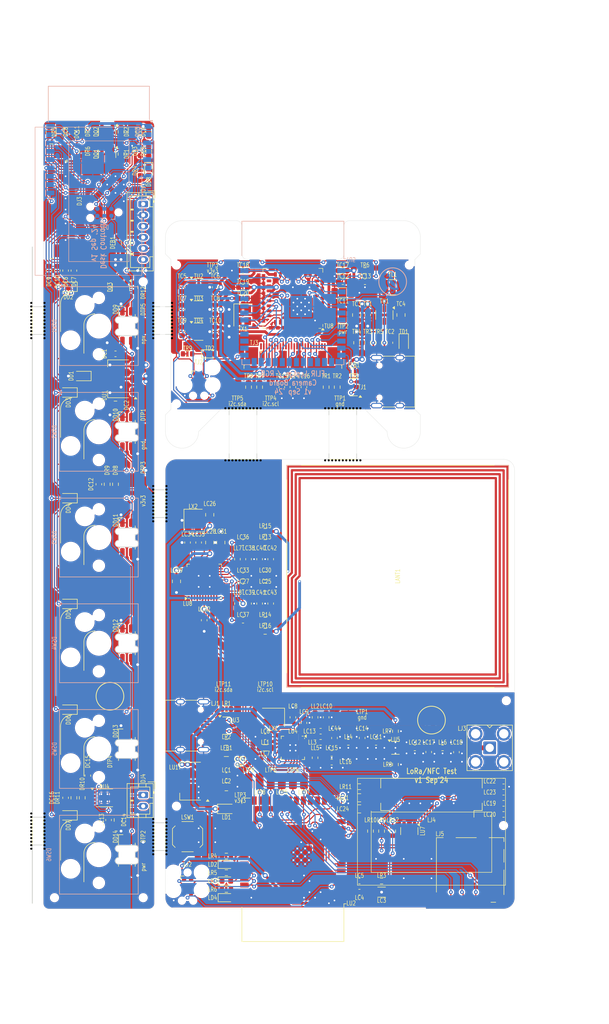
<source format=kicad_pcb>
(kicad_pcb (version 20240108) (generator "pcbnew") (generator_version "8.0")
  (layers (0 "F.Cu" signal "Front") (31 "B.Cu" signal "Back") (34 "B.Paste" user) (35 "F.Paste" user) (36 "B.SilkS" user "B.Silkscreen") (37 "F.SilkS" user "F.Silkscreen") (38 "B.Mask" user) (39 "F.Mask" user) (44 "Edge.Cuts" user))
  (net 0 "")
  (net 1 "Lpwr")
  (net 2 "Lgnd")
  (net 3 "Lv3v3")
  (net 4 "Loled.iref_res.a")
  (net 5 "Lusb.conn.cc.cc1")
  (net 6 "Lusb.conn.cc.cc2")
  (net 7 "Li2c_pull.i2c.sda")
  (net 8 "Llora.rf_sw.ctrl")
  (net 9 "Llora.rf_sw.ctrl_res.b")
  (net 10 "Llora.rf_sw.vdd_res.b")
  (net 11 "Lmcu.program_en_node")
  (net 12 "Li2c_pull.i2c.scl")
  (net 13 "Lledr.res.a")
  (net 14 "Lledg.res.a")
  (net 15 "Lledb.res.a")
  (net 16 "Ltp_lora_spi.io.sck")
  (net 17 "Lledb.signal")
  (net 18 "Ltp_lora_dio.io")
  (net 19 "Lledg.signal")
  (net 20 "Ltp_lora_rst.io")
  (net 21 "Lmcu.program_boot_node")
  (net 22 "Ltp_lora_cs.io")
  (net 23 "Lmcu.program_uart_node.a_tx")
  (net 24 "Ltp_lora_spi.io.miso")
  (net 25 "Lmcu.program_uart_node.b_tx")
  (net 26 "Ltp_lora_spi.io.mosi")
  (net 27 "Lsd.spi.miso")
  (net 28 "Llora.balun.input")
  (net 29 "Llora.rfc_dcblock.neg")
  (net 30 "Llora.tx_dcblock.pos")
  (net 31 "Llora.xtal.crystal.xtal_out")
  (net 32 "Llora.ic.dio3")
  (net 33 "Llora.balun.rfi_p")
  (net 34 "Llora.ic.vr_pa")
  (net 35 "Llora.ic.vreg")
  (net 36 "Llora.dcc_l.a")
  (net 37 "Llora.ic.busy")
  (net 38 "Llora.xtal.crystal.xtal_in")
  (net 39 "Llora.balun.rfi_n")
  (net 40 "Llora.ic.rfo")
  (net 41 "Llora.tx_pi.output")
  (net 42 "Llora.ant_pi.output")
  (net 43 "Llora.rfc_dcblock.pos")
  (net 44 "Lsd.cs")
  (net 45 "Lusb_chain_0.d_N")
  (net 46 "Loled.device.vcomh")
  (net 47 "Loled.c1_cap.pos")
  (net 48 "Loled.c2_cap.pos")
  (net 49 "Loled.device.vcc")
  (net 50 "Loled.c2_cap.neg")
  (net 51 "Loled.c1_cap.neg")
  (net 52 "Ltx_cpack.pos.0")
  (net 53 "Lsd.spi.sck")
  (net 54 "Lusb_chain_0.d_P")
  (net 55 "Lsd.spi.mosi")
  (net 56 "Loled_rst.nreset")
  (net 57 "Lledr.signal")
  (net 58 "Lusb.pwr")
  (net 59 "Lnfc.match.out2")
  (net 60 "Lnfc.damp.ant2")
  (net 61 "Lnfc.match.out1")
  (net 62 "Lnfc.damp.ant1")
  (net 63 "Lnfc.emc.out2")
  (net 64 "Lnfc.rx.rrx2.b")
  (net 65 "Lnfc.rx.rrx1.b")
  (net 66 "Lnfc.emc.out1")
  (net 67 "Lnfc.reset")
  (net 68 "Lnfc.ic.vdd")
  (net 69 "Lnfc.ic.xtal.xtal_in")
  (net 70 "Lnfc.ic.rxp")
  (net 71 "Lnfc.ic.vddtx")
  (net 72 "Lnfc.ic.vddmid")
  (net 73 "Lnfc.ic.irq")
  (net 74 "Lnfc.ic.tx1")
  (net 75 "Lnfc.ic.tx2")
  (net 76 "Lnfc.ic.xtal.xtal_out")
  (net 77 "Lnfc.ic.rxn")
  (net 78 "Tgnd")
  (net 79 "Ti2c_chain_0.scl")
  (net 80 "Ti2c_chain_0.sda")
  (net 81 "Tpwr")
  (net 82 "Tv3v3")
  (net 83 "Tv3v0")
  (net 84 "Tv1v2")
  (net 85 "Tflir.spi.sck")
  (net 86 "Tv2v8")
  (net 87 "Tflir.spi.mosi")
  (net 88 "Tflir.vsync")
  (net 89 "Tflir.reset")
  (net 90 "Tflir.cs")
  (net 91 "Tflir.spi.miso")
  (net 92 "Tflir.mclk.out")
  (net 93 "Tusb.conn.cc.cc1")
  (net 94 "Tusb.conn.cc.cc2")
  (net 95 "Treg_3v3.fb.output")
  (net 96 "Treg_3v3.en_res.b")
  (net 97 "Tmcu.program_en_node")
  (net 98 "Tledr.res.a")
  (net 99 "Tcam.dvp8.y2")
  (net 100 "Tcam.dvp8.y7")
  (net 101 "Tcam.dvp8.y3")
  (net 102 "Tcam.dvp8.xclk")
  (net 103 "Tmcu.program_boot_node")
  (net 104 "Tcam.dvp8.y5")
  (net 105 "Tcam.dvp8.pclk")
  (net 106 "Tcam.dvp8.y0")
  (net 107 "Tcam.dvp8.vsync")
  (net 108 "Tmcu.program_uart_node.a_tx")
  (net 109 "Tusb_chain_0.d_N")
  (net 110 "Tcam.dvp8.y6")
  (net 111 "Tcam.dvp8.y1")
  (net 112 "Tusb_chain_0.d_P")
  (net 113 "Tcam.dvp8.y4")
  (net 114 "Tmcu.program_uart_node.b_tx")
  (net 115 "Tcam.dvp8.href")
  (net 116 "Treg_3v3.boot_cap.neg")
  (net 117 "Treg_3v3.boot_cap.pos")
  (net 118 "Tcam.device.y.0")
  (net 119 "Tcam.device.y.1")
  (net 120 "Tcam.reset")
  (net 121 "Ttouch_duck.pad")
  (net 122 "Dpwr")
  (net 123 "Dgnd")
  (net 124 "Dv3v3")
  (net 125 "Dspk_chain_1")
  (net 126 "Dspk_drv.inn_res.b")
  (net 127 "Dspk_drv.inn_cap.pos")
  (net 128 "Dconn.uart.tx")
  (net 129 "Dconn.uart.rx")
  (net 130 "Dspk_chain_0")
  (net 131 "Dmcu.gpio.swc_0")
  (net 132 "Di2c_pull.i2c.sda")
  (net 133 "Di2c_pull.i2c.scl")
  (net 134 "Doled.iref_res.a")
  (net 135 "Dledr.res.a")
  (net 136 "Dmcu.program_en_node")
  (net 137 "Dspk_drv.inp_cap.pos")
  (net 138 "Dspk_drv.inp_res.b")
  (net 139 "Dmcu.program_uart_node.b_tx")
  (net 140 "Dmcu.program_uart_node.a_tx")
  (net 141 "Dmcu.gpio.swc_1")
  (net 142 "Dmcu.gpio.swr_2")
  (net 143 "Dmcu.gpio.swr_0")
  (net 144 "Dmcu.gpio.swr_1")
  (net 145 "Dmcu.program_boot_node")
  (net 146 "Dspk_chain_2.a")
  (net 147 "Dspk_chain_2.b")
  (net 148 "Dnpx.led[2].dout")
  (net 149 "Dnpx.led[1].dout")
  (net 150 "Dnpx.led[3].dout")
  (net 151 "Dnpx.led[4].dout")
  (net 152 "Dnpx.dout")
  (net 153 "Dnpx.led[0].dout")
  (net 154 "Dsw.d[1,0].cathode")
  (net 155 "Dsw.d[0,1].cathode")
  (net 156 "Dsw.d[0,2].cathode")
  (net 157 "Dsw.d[1,2].cathode")
  (net 158 "Dsw.d[0,0].cathode")
  (net 159 "Dsw.d[1,1].cathode")
  (net 160 "Doled.device.vcomh")
  (net 161 "Doled.c1_cap.pos")
  (net 162 "Doled.c2_cap.pos")
  (net 163 "Doled.device.vcc")
  (net 164 "Doled.c2_cap.neg")
  (net 165 "Doled.c1_cap.neg")
  (net 166 "Dnpx_shift.hv_io")
  (net 167 "Dnpx_shift.lv_io")
  (net 168 "Dconn.htx_shift.hv_io")
  (net 169 "Dconn.dtx_shift.hv_io")
  (net 170 "Doled.reset")
  (net 171 "Dconn.pwr")
  (net 172 "Tusb.pwr")
  (net 173 "Tflir.shutdown")
  (footprint "Capacitor_SMD:C_0805_2012Metric" (layer "F.Cu") (at 147 83 90)
    (property "Reference" "LC31")
    (property "Value" "50V 2.2uF X5R ±10% 0805  Multilayer Ceramic Capacitors MLCC - SMD/SMT ROHS")
  )
  (footprint "Resistor_SMD:R_0603_1608Metric" (layer "F.Cu") (at 178 135 90)
    (property "Reference" "LR12")
    (property "Value" "100mW Thick Film Resistors 75V ±100ppm/? ±1% 10k? 0603  Chip Resistor - Surface Mount ROHS")
  )
  (footprint "Capacitor_SMD:C_0603_1608Metric" (layer "F.Cu") (at 123 125 90)
    (property "Reference" "DC15")
    (property "Value" "50V 1uF X5R ±10% 0603  Multilayer Ceramic Capacitors MLCC - SMD/SMT ROHS")
  )
  (footprint "Package_TO_SOT_SMD:SOT-23-5" (layer "F.Cu") (at 143 41)
    (property "Reference" "TU3")
    (property "Value" "TLV75728PDBVR")
  )
  (footprint "Capacitor_SMD:C_0603_1608Metric" (layer "F.Cu") (at 154 94 90)
    (property "Reference" "LC41")
    (property "Value" "50V 150pF X7R ±10% 0603  Multilayer Ceramic Capacitors MLCC - SMD/SMT ROHS")
  )
  (footprint "Diode_SMD:D_SOD-323" (layer "F.Cu") (at 119.5 75.015 180)
    (property "Reference" "DD4")
    (property "Value" "40V 600mV@1A 1A SOD-323  Schottky Diodes ROHS")
  )
  (footprint "Inductor_SMD:L_0603_1608Metric" (layer "F.Cu") (at 187 120)
    (property "Reference" "LL6")
    (property "Value" "500mA 8.2nH ±5% 350m? 0603  Inductors (SMD) ROHS")
  )
  (footprint "edg:TestPoint_TE_RCT_0805" (layer "F.Cu") (at 148 123 180)
    (property "Reference" "LTP2")
    (property "Value" "pwr")
  )
  (footprint "edg:Symbol_DucklingSolid" (layer "F.Cu") (at 185 115)
    (property "Reference" "svg2mod" (hide yes))
    (property "Value" "G***" (hide yes))
  )
  (footprint "Capacitor_SMD:C_0603_1608Metric" (layer "F.Cu") (at 151 89)
    (property "Reference" "LC33")
    (property "Value" "50V 100nF X7R ±10% 0603  Multilayer Ceramic Capacitors MLCC - SMD/SMT ROHS")
  )
  (footprint "edg:JlcToolingHole_1.152mm" (layer "F.Cu") (at 198 134)
    (property "Reference" "LH3" (hide yes))
    (property "Value" "")
  )
  (footprint "Crystal:Crystal_SMD_3225-4Pin_3.2x2.5mm" (layer "F.Cu") (at 142 79 -90)
    (property "Reference" "LX2")
    (property "Value" "27.12MHz SMD Crystal Resonator 10pF ±10ppm ±30ppm -40?~+85? SMD3225-4P Crystals ROHS")
  )
  (footprint "edg:MouseBites_Recessed" (layer "F.Cu") (at 114 135 90)
    (property "Reference" "REF**" (hide yes))
    (property "Value" "MouseBites")
    (fp_line (start 2.5 -1) (end 3 -1) (stroke (width 0.12)) (layer "Edge.Cuts"))
    (fp_line (start 2.5 -1) (end 2.5 1) (stroke (width 0.12)) (layer "Edge.Cuts"))
    (fp_line (start -3 -1) (end -2.5 -1) (stroke (width 0.12)) (layer "Edge.Cuts"))
    (fp_line (start 3 1) (end 2.5 1) (stroke (width 0.12)) (layer "Edge.Cuts"))
    (fp_line (start -2.5 1) (end -2.5 -1) (stroke (width 0.12)) (layer "Edge.Cuts"))
    (fp_line (start -2.5 1) (end -3 1) (stroke (width 0.12)) (layer "Edge.Cuts"))
  )
  (footprint "Capacitor_SMD:C_0603_1608Metric" (layer "F.Cu") (at 144 97 -90)
    (property "Reference" "LC32")
    (property "Value" "50V 1uF X5R ±10% 0603  Multilayer Ceramic Capacitors MLCC - SMD/SMT ROHS")
  )
  (footprint "Capacitor_SMD:C_0603_1608Metric" (layer "F.Cu") (at 148 125)
    (property "Reference" "LC1")
    (property "Value" "50V 100nF X7R ±10% 0603  Multilayer Ceramic Capacitors MLCC - SMD/SMT ROHS")
  )
  (footprint "Resistor_SMD:R_0603_1608Metric" (layer "F.Cu") (at 129 9 -90)
    (property "Reference" "DR2")
    (property "Value" "100mW Thick Film Resistors 75V ±100ppm/? ±1% 4.7k? 0603  Chip Resistor - Surface Mount ROHS")
  )
  (footprint "Capacitor_SMD:C_0603_1608Metric" (layer "F.Cu") (at 146 41 -90)
    (property "Reference" "TC8")
    (property "Value" "50V 1uF X5R ±10% 0603  Multilayer Ceramic Capacitors MLCC - SMD/SMT ROHS")
  )
  (footprint "Connector_Card:microSD_HC_Molex_104031-0811" (layer "F.Cu") (at 192 142 180)
    (property "Reference" "LJ5")
    (property "Value" "104031-0811")
  )
  (footprint "edg:TestPoint_TE_RCT_0805" (layer "F.Cu") (at 156 55 90)
    (property "Reference" "TTP4")
    (property "Value" "i2c.scl")
  )
  (footprint "Connector_FFC-FPC:TE_2-1734839-4_1x24-1MP_P0.5mm_Horizontal" (layer "F.Cu") (at 160 49)
    (property "Reference" "TJ3")
    (property "Value" "AFC07-S24ECA-00")
  )
  (footprint "Capacitor_SMD:C_0805_2012Metric" (layer "F.Cu") (at 155 91)
    (property "Reference" "LC25")
    (property "Value" "25V 4.7uF X5R ±10% 0805  Multilayer Ceramic Capacitors MLCC - SMD/SMT ROHS")
  )
  (footprint "Resistor_SMD:R_0603_1608Metric" (layer "F.Cu") (at 116 9 90)
    (property "Reference" "DR5")
    (property "Value" "100mW Thick Film Resistors 75V ±100ppm/? ±1% 470k? 0603  Chip Resistor - Surface Mount ROHS")
  )
  (footprint "Capacitor_SMD:C_0805_2012Metric" (layer "F.Cu") (at 179.5 42 -90)
    (property "Reference" "TC4")
    (property "Value" "25V 10uF X5R ±10% 0805  Multilayer Ceramic Capacitors MLCC - SMD/SMT ROHS")
  )
  (footprint "Connector:Tag-Connect_TC2030-IDC-FP_2x03_P1.27mm_Vertical" (layer "F.Cu") (at 143 54 -90)
    (property "Reference" "TJ2")
    (property "Value" "")
  )
  (footprint "Capacitor_SMD:C_0603_1608Metric" (layer "F.Cu") (at 172.5 118.225 90)
    (property "Reference" "LC14")
    (property "Value" "250V 3pF C0G ±5% 0603  Multilayer Ceramic Capacitors MLCC - SMD/SMT ROHS")
  )
  (footprint "Capacitor_SMD:C_0603_1608Metric" (layer "F.Cu") (at 172 146)
    (property "Reference" "LC4")
    (property "Value" "50V 100nF X7R ±10% 0603  Multilayer Ceramic Capacitors MLCC - SMD/SMT ROHS")
  )
  (footprint "Diode_SMD:D_SOD-323" (layer "F.Cu") (at 119.5 113.115 180)
    (property "Reference" "DD6")
    (property "Value" "40V 600mV@1A 1A SOD-323  Schottky Diodes ROHS")
  )
  (footprint "Capacitor_SMD:C_0603_1608Metric" (layer "F.Cu") (at 160 114.5 90)
    (property "Reference" "LC8")
    (property "Value" "50V 1uF X5R ±10% 0603  Multilayer Ceramic Capacitors MLCC - SMD/SMT ROHS")
  )
  (footprint "Resistor_SMD:R_0603_1608Metric" (layer "F.Cu") (at 174 135 -90)
    (property "Reference" "LR10")
    (property "Value" "100mW Thick Film Resistors 75V ±100ppm/? ±1% 4.7k? 0603  Chip Resistor - Surface Mount ROHS")
  )
  (footprint "Capacitor_SMD:C_1206_3216Metric" (layer "F.Cu") (at 169 38 180)
    (property "Reference" "TC11")
    (property "Value" "25V 22uF X5R ±10% 1206  Multilayer Ceramic Capacitors MLCC - SMD/SMT ROHS")
  )
  (footprint "edg:TestPoint_TE_RCT_0805" (layer "F.Cu") (at 169 42 -90)
    (property "Reference" "TTP2")
    (property "Value" "pwr")
  )
  (footprint "Button_Switch_SMD:SW_SPST_SKQG_WithoutStem" (layer "F.Cu") (at 141 136 90)
    (property "Reference" "LSW1")
    (property "Value" "5.1mm switch")
  )
  (footprint "Capacitor_SMD:C_0603_1608Metric" (layer "F.Cu") (at 172 144)
    (property "Reference" "LC5")
    (property "Value" "50V 1uF X5R ±10% 0603  Multilayer Ceramic Capacitors MLCC - SMD/SMT ROHS")
  )
  (footprint "edg:TestPoint_TE_RCT_0805" (layer "F.Cu") (at 170 114)
    (property "Reference" "LTP1")
    (property "Value" "gnd")
  )
  (footprint "Package_TO_SOT_SMD:SOT-23" (layer "F.Cu") (at 126.5 9 -90)
    (property "Reference" "DQ2")
    (property "Value" "30V 5.7A 26.5m?@10V,5.7A 1.4W 1.5V@250uA 1PCSNChannel SOT-23-3L  MOSFETs ROHS")
  )
  (footprint "Capacitor_SMD:C_0603_1608Metric" (layer "F.Cu") (at 173 36)
    (property "Reference" "TC13")
    (property "Value" "50V 1uF X5R ±10% 0603  Multilayer Ceramic Capacitors MLCC - SMD/SMT ROHS")
  )
  (footprint "Capacitor_SMD:C_0805_2012Metric" (layer "F.Cu") (at 172 131 180)
    (property "Reference" "LC24")
    (property "Value" "25V 10uF X5R ±10% 0805  Multilayer Ceramic Capacitors MLCC - SMD/SMT ROHS")
  )
  (footprint "Capacitor_SMD:C_0805_2012Metric" (layer "F.Cu") (at 171.5 42 -90)
    (property "Reference" "TC3")
    (property "Value" "25V 10uF X5R ±10% 0805  Multilayer Ceramic Capacitors MLCC - SMD/SMT ROHS")
  )
  (footprint "Package_TO_SOT_SMD:SOT-223-3_TabPin2" (layer "F.Cu") (at 141.5 126 180)
    (property "Reference" "LU1")
    (property "Value" "LDL1117S33R")
  )
  (footprint "Connector_USB:USB_C_Receptacle_XKB_U262-16XN-4BVC11" (layer "F.Cu") (at 178.215 54 90)
    (property "Reference" "TJ1")
    (property "Value" "COM-15111")
  )
  (footprint "Connector_FFC-FPC:TE_3-1734839-0_1x30-1MP_P0.5mm_Horizontal" (layer "F.Cu") (at 118.75 21.5 -90)
    (property "Reference" "DJ3")
    (property "Value" "AFC07-S30ECA-00")
  )
  (footprint "Inductor_SMD:L_0805_2012Metric" (layer "F.Cu") (at 128.5 29 -90)
    (property "Reference" "DFB1")
    (property "Value" "±25% 100?@100MHz 0805  Ferrite Beads ROHS")
  )
  (footprint "Resistor_SMD:R_0603_1608Metric" (layer "F.Cu") (at 148 145.5 180)
    (property "Reference" "LR6")
    (property "Value" "100mW Thick Film Resistors 75V ±100ppm/? ±1% 820? 0603  Chip Resistor - Surface Mount ROHS")
  )
  (footprint "Inductor_SMD:L_0603_1608Metric" (layer "F.Cu") (at 164 121.7875 -90)
    (property "Reference" "LL5")
    (property "Value" "300mA 12nH ±5% 450m? 0603  Inductors (SMD) ROHS")
  )
  (footprint "Resistor_SMD:R_0603_1608Metric" (layer "F.Cu") (at 178.5 123 90)
    (property "Reference" "LR8")
    (property "Value" "100mW Thick Film Resistors 75V ±100ppm/? ±1% 1k? 0603  Chip Resistor - Surface Mount ROHS")
  )
  (footprint "board:an13219" (layer "F.Cu") (at 198.9125 69.0875 -90)
    (property "Reference" "LANT1")
    (property "Value" "")
  )
  (footprint "Resistor_SMD:R_0603_1608Metric" (layer "F.Cu") (at 122 12.5 -90)
    (property "Reference" "DR6")
    (property "Value" "100mW Thick Film Resistors 75V ±100ppm/? ±1% 4.7k? 0603  Chip Resistor - Surface Mount ROHS")
  )
  (footprint "Resistor_SMD:R_0603_1608Metric" (layer "F.Cu") (at 172 127 180)
    (property "Reference" "LR11")
    (property "Value" "100mW Thick Film Resistors 75V ±100ppm/? ±1% 470k? 0603  Chip Resistor - Surface Mount ROHS")
  )
  (footprint "Capacitor_SMD:C_0603_1608Metric" (layer "F.Cu") (at 169 36 180)
    (property "Reference" "TC12")
    (property "Value" "50V 100nF X7R ±10% 0603  Multilayer Ceramic Capacitors MLCC - SMD/SMT ROHS")
  )
  (footprint "edg:HalfMouseBites_Recessed" (layer "F.Cu") (at 169 60)
    (property "Reference" "REF**" (hide yes))
    (property "Value" "MouseBites")
    (fp_line (start -3 -1) (end -2.5 -1) (stroke (width 0.12)) (layer "Edge.Cuts"))
    (fp_line (start -2.5 0) (end -2.5 -1) (stroke (width 0.12)) (layer "Edge.Cuts"))
    (fp_line (start 2.5 -1) (end 2.5 0) (stroke (width 0.12)) (layer "Edge.Cuts"))
    (fp_line (start 2.5 -1) (end 3 -1) (stroke (width 0.12)) (layer "Edge.Cuts"))
  )
  (footprint "Capacitor_SMD:C_0603_1608Metric" (layer "F.Cu") (at 198 130)
    (property "Reference" "LC19")
    (property "Value" "50V 1uF X5R ±10% 0603  Multilayer Ceramic Capacitors MLCC - SMD/SMT ROHS")
  )
  (footprint "Resistor_SMD:R_0603_1608Metric" (layer "F.Cu") (at 122 9 -90)
    (property "Reference" "DR7")
    (property "Value" "100mW Thick Film Resistors 75V ±100ppm/? ±1% 4.7k? 0603  Chip Resistor - Surface Mount ROHS")
  )
  (footprint "Resistor_SMD:R_0603_1608Metric" (layer "F.Cu") (at 168 55 90)
    (property "Reference" "TR2")
    (property "Value" "100mW Thick Film Resistors 75V ±100ppm/? ±1% 5.1k? 0603  Chip Resistor - Surface Mount ROHS")
  )
  (footprint "Resistor_SMD:R_0603_1608Metric" (layer "F.Cu") (at 173.5 47 90)
    (property "Reference" "TR3")
    (property "Value" "100mW Thick Film Resistors 75V ±100ppm/? ±1% 6.8k? 0603  Chip Resistor - Surface Mount ROHS")
  )
  (footprint "Diode_SMD:D_SOD-323" (layer "F.Cu") (at 119.5 132.165 180)
    (property "Reference" "DD7")
    (property "Value" "40V 600mV@1A 1A SOD-323  Schottky Diodes ROHS")
  )
  (footprint "Capacitor_SMD:C_0603_1608Metric" (layer "F.Cu") (at 126.75 133 -90)
    (property "Reference" "DC13")
    (property "Value" "50V 100nF X7R ±10% 0603  Multilayer Ceramic Capacitors MLCC - SMD/SMT ROHS")
  )
  (footprint "edg:TestPoint_TE_RCT_0805" (layer "F.Cu") (at 133 63 90)
    (property "Reference" "DTP1")
    (property "Value" "gnd")
  )
  (footprint "MountingHole:MountingHole_2.7mm_M2.5" (layer "F.Cu") (at 140 63)
    (property "Reference" "REF**" (hide yes))
    (property "Value" "MountingHole_2.7mm_M2.5")
  )
  (footprint "Package_DFN_QFN:HVQFN-40-1EP_6x6mm_P0.5mm_EP4.1x4.1mm" (layer "F.Cu") (at 144 90 90)
    (property "Reference" "LU8")
    (property "Value" "PN7160A1HN/C100Y")
  )
  (footprint "Resistor_SMD:R_0603_1608Metric" (layer "F.Cu") (at 173 34 180)
    (property "Reference" "TR6")
    (property "Value" "100mW Thick Film Resistors 75V ±100ppm/? ±1% 10k? 0603  Chip Resistor - Surface Mount ROHS")
  )
  (footprint "Package_TO_SOT_SMD:SOT-23" (layer "F.Cu") (at 148 116)
    (property "Reference" "LU3")
    (property "Value" "PESD5V0X1BT")
  )
  (footprint "Capacitor_SMD:C_0603_1608Metric" (layer "F.Cu") (at 167.5 118.225 90)
    (property "Reference" "LC44")
    (property "Value" "50V 10pF C0G ±5% 0603  Multilayer Ceramic Capacitors MLCC - SMD/SMT ROHS")
  )
  (footprint "Resistor_SMD:R_0603_1608Metric" (layer "F.Cu") (at 155 97 180)
    (property "Reference" "LR14")
    (property "Value" "100mW Thick Film Resistors 75V ±100ppm/? ±1% 2.2k? 0603  Chip Resistor - Surface Mount ROHS")
  )
  (footprint "Package_TO_SOT_SMD:SOT-23" (layer "F.Cu") (at 129 37 -90)
    (property "Reference" "DQ3")
    (property "Value" "30V 5.7A 26.5m?@10V,5.7A 1.4W 1.5V@250uA 1PCSNChannel SOT-23-3L  MOSFETs ROHS")
  )
  (footprint "Resistor_SMD:R_0603_1608Metric" (layer "F.Cu") (at 178.5 117 -90)
    (property "Reference" "LR7")
    (property "Value" "100mW Thick Film Resistors 75V ±100ppm/? ±1% 1k? 0603  Chip Resistor - Surface Mount ROHS")
  )
  (footprint "Diode_SMD:D_SOD-323" (layer "F.Cu") (at 180 47 -90)
    (property "Reference" "TD1")
    (property "Value" "3.6V~3.8V 200mW 3.6V SOD-323  Zener Diodes ROHS")
  )
  (footprint "Capacitor_SMD:C_0603_1608Metric" (layer "F.Cu") (at 119 129 -90)
    (property "Reference" "DC16")
    (property "Value" "50V 1uF X5R ±10% 0603  Multilayer Ceramic Capacitors MLCC - SMD/SMT ROHS")
  )
  (footprint "Capacitor_SMD:C_0603_1608Metric" (layer "F.Cu") (at 151 34 180)
    (property "Reference" "TC18")
    (property "Value" "50V 100nF X7R ±10% 0603  Multilayer Ceramic Capacitors MLCC - SMD/SMT ROHS")
  )
  (footprint "edg:HalfMouseBites_Recessed" (layer "F.Cu") (at 169 67 180)
    (property "Reference" "REF**" (hide yes))
    (property "Value" "MouseBites")
    (fp_line (start 2.5 -1) (end 3 -1) (stroke (width 0.12)) (layer "Edge.Cuts"))
    (fp_line (start 2.5 -1) (end 2.5 0) (stroke (width 0.12)) (layer "Edge.Cuts"))
    (fp_line (start -2.5 0) (end -2.5 -1) (stroke (width 0.12)) (layer "Edge.Cuts"))
    (fp_line (start -3 -1) (end -2.5 -1) (stroke (width 0.12)) (layer "Edge.Cuts"))
  )
  (footprint "edg:Lcd_Er_Oled0.96_1.1_Outline" (layer "F.Cu") (at 185 137 180)
    (property "Reference" "LU6" (hide yes))
    (property "Value" "ER-OLED-0.96-1.1")
  )
  (footprint "edg:TestPoint_TE_RCT_0805" (layer "F.Cu") (at 160 126 90)
    (property "Reference" "LTP4")
    (property "Value" "lr.sck")
  )
  (footprint "Capacitor_SMD:C_0805_2012Metric" (layer "F.Cu") (at 148 127)
    (property "Reference" "LC2")
    (property "Value" "25V 4.7uF X5R ±10% 0805  Multilayer Ceramic Capacitors MLCC - SMD/SMT ROHS")
  )
  (footprint "edg:Symbol_DucklingSolid" (layer "F.Cu") (at 127 110.7 -90)
    (property "Reference" "svg2mod" (hide yes))
    (property "Value" "G***" (hide yes))
  )
  (footprint "Capacitor_SMD:C_0603_1608Metric" (layer "F.Cu") (at 152 94 90)
    (property "Reference" "LC39")
    (property "Value" "50V 560pF X7R ±10% 0603  Multilayer Ceramic Capacitors MLCC - SMD/SMT ROHS")
  )
  (footprint "edg:Molex_1050281001" (layer "F.Cu") (at 160 39 180)
    (property "Reference" "TU8")
    (property "Value" "1050281001")
  )
  (footprint "Resistor_SMD:R_0603_1608Metric" (layer "F.Cu") (at 131.5 37 -90)
    (property "Reference" "DR12")
    (property "Value" "100mW Thick Film Resistors 75V ±100ppm/? ±1% 4.7k? 0603  Chip Resistor - Surface Mount ROHS")
  )
  (footprint "Resistor_SMD:R_0603_1608Metric" (layer "F.Cu") (at 120.5 129 -90)
    (property "Reference" "DR11")
    (property "Value" "100mW Thick Film Resistors 75V ±100ppm/? ±1% 68k? 0603  Chip Resistor - Surface Mount ROHS")
  )
  (footprint "Capacitor_SMD:C_0805_2012Metric" (layer "F.Cu") (at 155 89)
    (property "Reference" "LC30")
    (property "Value" "50V 2.2uF X5R ±10% 0805  Multilayer Ceramic Capacitors MLCC - SMD/SMT ROHS")
  )
  (footprint "Package_TO_SOT_SMD:SOT-23-5" (layer "F.Cu") (at 143 37)
    (property "Reference" "TU2")
    (property "Value" "TLV75730PDBVR")
  )
  (footprint "Capacitor_SMD:C_0603_1608Metric" (layer "F.Cu") (at 165 117 180)
    (property "Reference" "LC13")
    (property "Value" "250V 2.2pF NP0 ±5% 0603  Multilayer Ceramic Capacitors MLCC - SMD/SMT ROHS")
  )
  (footprint "Resistor_SMD:R_0603_1608Metric" (layer "F.Cu") (at 152 55 90)
    (property "Reference" "TR8")
    (property "Value" "100mW Thick Film Resistors 75V ±100ppm/? ±1% 4.7k? 0603  Chip Resistor - Surface Mount ROHS")
  )
  (footprint "Package_TO_SOT_SMD:SOT-23" (layer "F.Cu") (at 171 55 180)
    (property "Reference" "TU6")
    (property "Value" "PESD5V0X1BT")
  )
  (footprint "edg:TestPoint_TE_RCT_0805" (layer "F.Cu") (at 133 139 -90)
    (property "Reference" "DTP2")
    (property "Value" "pwr")
  )
  (footprint "Resistor_SMD:R_0603_1608Metric" (layer "F.Cu") (at 176 144 180)
    (property "Reference" "LR3")
    (property "Value" "100mW Thick Film Resistors 75V ±100ppm/? ±1% 10k? 0603  Chip Resistor - Surface Mount ROHS")
  )
  (footprint "edg:HalfMouseBites_Recessed" (layer "F.Cu") (at 137 43 -90)
    (property "Reference" "REF**" (hide yes))
    (property "Value" "MouseBites")
    (fp_line (start -2.5 0) (end -2.5 -1) (stroke (width 0.12)) (layer "Edge.Cuts"))
    (fp_line (start -3 -1) (end -2.5 -1) (stroke (width 0.12)) (layer "Edge.Cuts"))
    (fp_line (start 2.5 -1) (end 2.5 0) (stroke (width 0.12)) (layer "Edge.Cuts"))
    (fp_line (start 2.5 -1) (end 3 -1) (stroke (width 0.12)) (layer "Edge.Cuts"))
  )
  (footprint "Capacitor_SMD:C_0603_1608Metric" (layer "F.Cu") (at 156 86 90)
    (property "Reference" "LC42")
    (property "Value" "50V 47pF C0G ±5% 0603  Multilayer Ceramic Capacitors MLCC - SMD/SMT ROHS")
  )
  (footprint "Package_TO_SOT_SMD:SOT-223-3_TabPin2" (layer "F.Cu") (at 128.5 53.5 180)
    (property "Reference" "DU1")
    (property "Value" "LDL1117S33R")
  )
  (footprint "Capacitor_SMD:C_0603_1608Metric" (layer "F.Cu") (at 184.5 120.75 -90)
    (property "Reference" "LC17")
    (property "Value" "250V 3pF C0G ±5% 0603  Multilayer Ceramic Capacitors MLCC - SMD/SMT ROHS")
  )
  (footprint "Resistor_SMD:R_0603_1608Metric" (layer "F.Cu") (at 132.5 16 90)
    (property "Reference" "DR4")
    (property "Value" "100mW Thick Film Resistors 75V ±100ppm/? ±1% 820? 0603  Chip Resistor - Surface Mount ROHS")
  )
  (footprint "Capacitor_SMD:C_0603_1608Metric" (layer "F.Cu") (at 125 72.5 90)
    (property "Reference" "DC12")
    (property "Value" "50V 33nF X7R ±10% 0603  Multilayer Ceramic Capacitors MLCC - SMD/SMT ROHS")
  )
  (footprint "Capacitor_SMD:C_0805_2012Metric" (layer "F.Cu") (at 118 9 90)
    (property "Reference" "DC8")
    (property "Value" "25V 4.7uF X5R ±10% 0805  Multilayer Ceramic Capacitors MLCC - SMD/SMT ROHS")
  )
  (footprint "Capacitor_SMD:C_0603_1608Metric" (layer "F.Cu") (at 160 55 -90)
    (property "Reference" "TC14")
    (property "Value" "50V 100nF X7R ±10% 0603  Multilayer Ceramic Capacitors MLCC - SMD/SMT ROHS")
  )
  (footprint "Capacitor_SMD:C_0603_1608Metric" (layer "F.Cu") (at 116 34 -90)
    (property "Reference" "DC9")
    (property "Value" "50V 1uF X5R ±10% 0603  Multilayer Ceramic Capacitors MLCC - SMD/SMT ROHS")
  )
  (footprint "Capacitor_SMD:C_0805_2012Metric" (layer "F.Cu") (at 128.5 133 -90)
    (property "Reference" "DC14")
    (property "Value" "25V 10uF X5R ±10% 0805  Multilayer Ceramic Capacitors MLCC - SMD/SMT ROHS")
  )
  (footprint "edg:TestPoint_TE_RCT_0805" (layer "F.Cu") (at 133 44 -90)
    (property "Reference" "DTP5")
    (property "Value" "npx")
  )
  (footprint "Capacitor_SMD:C_0603_1608Metric" (layer "F.Cu") (at 155 118 180)
    (property "Reference" "LC6")
    (property "Value" "25V 470nF X7R ±10% 0603  Multilayer Ceramic Capacitors MLCC - SMD/SMT ROHS")
  )
  (footprint "Capacitor_SMD:C_1206_3216Metric" (layer "F.Cu") (at 176 146 180)
    (property "Reference" "LC3")
    (property "Value" "25V 22uF X5R ±10% 1206  Multilayer Ceramic Capacitors MLCC - SMD/SMT ROHS")
  )
  (footprint "edg:JlcToolingHole_1.152mm" (layer "F.Cu") (at 181 33)
    (property "Reference" "TH3" (hide yes))
    (property "Value" "")
  )
  (footprint "Connector_FFC-FPC:Hirose_FH12-30S-0.5SH_1x30-1MP_P0.50mm_Horizontal" (layer "F.Cu") (at 185 130 180)
    (property "Reference" "LJ4")
    (property "Value" "AFC01-S30FCA-00")
  )
  (footprint "Resistor_SMD:R_0603_1608Metric" (layer "F.Cu") (at 155 99)
    (property "Reference" "LR16")
    (property "Value" "100mW Thick Film Resistors 75V ±1% ±200ppm/? 2.49? 0603  Chip Resistor - Surface Mount ROHS")
  )
  (footprint "Capacitor_SMD:C_0603_1608Metric" (layer "F.Cu") (at 140 44.95 -90)
    (property "Reference" "TC9")
    (property "Value" "50V 1uF X5R ±10% 0603  Multilayer Ceramic Capacitors MLCC - SMD/SMT ROHS")
  )
  (footprint "Resistor_SMD:R_0603_1608Metric" (layer "F.Cu") (at 148 113 180)
    (property "Reference" "LR1")
    (property "Value" "100mW Thick Film Resistors 75V ±100ppm/? ±1% 5.1k? 0603  Chip Resistor - Surface Mount ROHS")
  )
  (footprint "Connector_USB:USB_C_Receptacle_XKB_U262-16XN-4BVC11" (layer "F.Cu") (at 140.785 116 -90)
    (property "Reference" "LJ1")
    (property "Value" "COM-15111")
  )
  (footprint "Resistor_SMD:R_0603_1608Metric" (layer "F.Cu") (at 129 13 -90)
    (property "Reference" "DR1")
    (property "Value" "100mW Thick Film Resistors 75V ±100ppm/? ±1% 4.7k? 0603  Chip Resistor - Surface Mount ROHS")
  )
  (footprint "Capacitor_SMD:C_0603_1608Metric" (layer "F.Cu") (at 155 122 180)
    (property "Reference" "LC7")
    (property "Value" "50V 100nF X7R ±10% 0603  Multilayer Ceramic Capacitors MLCC - SMD/SMT ROHS")
  )
  (footprint "edg:TestPoint_TE_RCT_0805" (layer "F.Cu") (at 143 34 180)
    (property "Reference" "TTP3")
    (property "Value" "v3v3")
  )
  (footprint "Diode_SMD:D_SOD-323" (layer "F.Cu") (at 122 53 180)
    (property "Reference" "DD1")
    (property "Value" "3.6V~3.8V 200mW 3.6V SOD-323  Zener Diodes ROHS")
  )
  (footprint "Capacitor_SMD:C_0603_1608Metric" (layer "F.Cu") (at 143 83 90)
    (property "Reference" "LC35")
    (property "Value" "50V 10pF C0G ±5% 0603  Multilayer Ceramic Capacitors MLCC - SMD/SMT ROHS")
  )
  (footprint "Crystal:Crystal_SMD_3225-4Pin_3.2x2.5mm" (layer "F.Cu") (at 156.5 114.5 180)
    (property "Reference" "LX1")
    (property "Value" "30MHz SMD Crystal Resonator 20pF ±10ppm ±30ppm -40?~+85? SMD3225-4P Crystals ROHS")
  )
  (footprint "Inductor_SMD:L_0603_1608Metric" (layer "F.Cu") (at 150 86 90)
    (property "Reference" "LL7")
    (property "Value" "900mA 220nH ±5% 200m? 0603  Inductors (SMD) ROHS")
  )
  (footprint "Package_TO_SOT_SMD:SOT-23" (layer "F.Cu") (at 126.5 13 -90)
    (property "Reference" "DQ1")
    (property "Value" "30V 5.7A 26.5m?@10V,5.7A 1.4W 1.5V@250uA 1PCSNChannel SOT-23-3L  MOSFETs ROHS")
  )
  (footprint "Connector:Tag-Connect_TC2030-IDC-FP_2x03_P1.27mm_Vertical" (layer "F.Cu") (at 141 145 -90)
    (property "Reference" "LJ2")
    (property "Value" "")
  )
  (footprint "Capacitor_SMD:C_0603_1608Metric" (layer "F.Cu") (at 151 91)
    (property "Reference" "LC27")
    (property "Value" "50V 100nF X7R ±10% 0603  Multilayer Ceramic Capacitors MLCC - SMD/SMT ROHS")
  )
  (footprint "Capacitor_SMD:C_0805_2012Metric" (layer "F.Cu") (at 120 9.05 90)
    (property "Reference" "DC11")
    (property "Value" "25V 10uF X5R ±10% 0805  Multilayer Ceramic Capacitors MLCC - SMD/SMT ROHS")
  )
  (footprint "Capacitor_SMD:C_0603_1608Metric" (layer "F.Cu") (at 132.5 12.5 -90)
    (property "Reference" "DC5")
    (property "Value" "50V 1uF X5R ±10% 0603  Multilayer Ceramic Capacitors MLCC - SMD/SMT ROHS")
  )
  (footprint "Resistor_SMD:R_0603_1608Metric" (layer "F.Cu") (at 148 139.5 180)
    (property "Reference" "LR4")
    (property "Value" "100mW Thick Film Resistors 75V ±100ppm/? ±1% 820? 0603  Chip Resistor - Surface Mount ROHS")
  )
  (footprint "Inductor_SMD:L_0603_1608Metric" (layer "F.Cu") (at 164 114.5 -90)
    (property "Reference" "LL2")
    (property "Value" "200mA 47nH ±5% 1? 0603  Inductors (SMD) ROHS")
  )
  (footprint "Resistor_SMD:R_0603_1608Metric" (layer "F.Cu") (at 148 119 180)
    (property "Reference" "LR2")
    (property "Value" "100mW Thick Film Resistors 75V ±100ppm/? ±1% 5.1k? 0603  Chip Resistor - Surface Mount ROHS")
  )
  (footprint "Capacitor_SMD:C_0603_1608Metric" (layer "F.Cu") (at 152 86 -90)
    (property "Reference" "LC38")
    (property "Value" "50V 560pF X7R ±10% 0603  Multilayer Ceramic Capacitors MLCC - SMD/SMT ROHS")
  )
  (footprint "edg:JlcToolingHole_1.152mm" (layer "F.Cu") (at 139 130.5)
    (property "Reference" "LH2" (hide yes))
    (property "Value" "")
  )
  (footprint "edg:TestPoint_TE_RCT_0805" (layer "F.Cu") (at 127 125 -90)
    (property "Reference" "DTP4")
    (property "Value" "spk_chain_1")
  )
  (footprint "edg:JlcToolingHole_1.152mm" (layer "F.Cu") (at 139 33)
    (property "Reference" "TH1" (hide yes))
    (property "Value" "")
  )
  (footprint "Capacitor_SMD:C_0603_1608Metric" (layer "F.Cu") (at 162 55 -90)
    (property "Reference" "TC16")
    (property "Value" "50V 15pF C0G ±5% 0603  Multilayer Ceramic Capacitors MLCC - SMD/SMT ROHS")
  )
  (footprint "Resistor_SMD:R_0603_1608Metric" (layer "F.Cu") (at 176 135 -90)
    (property "Reference" "LR9")
    (property "Value" "100mW Thick Film Resistors 75V ±100ppm/? ±1% 4.7k? 0603  Chip Resistor - Surface Mount ROHS")
  )
  (footprint "edg:TestPoint_TE_RCT_0805" (layer "F.Cu") (at 150 55 90)
    (property "Reference" "TTP5")
    (property "Value" "i2c.sda")
  )
  (footprint "Capacitor_SMD:C_0603_1608Metric" (layer "F.Cu") (at 128 49 180)
    (property "Reference" "DC1")
    (property "Value" "50V 100nF X7R ±10% 0603  Multilayer Ceramic Capacitors MLCC - SMD/SMT ROHS")
  )
  (footprint "Capacitor_SMD:C_0603_1608Metric" (layer "F.Cu") (at 169 34)
    (property "Reference" "TC17")
    (property "Value" "50V 100nF X7R ±10% 0603  Multilayer Ceramic Capacitors MLCC - SMD/SMT ROHS")
  )
  (footprint "Resistor_SMD:R_0603_1608Metric" (layer "F.Cu") (at 141 49 180)
    (property "Reference" "TR9")
    (property "Value" "100mW Thick Film Resistors 75V ±100ppm/? ±1% 820? 0603  Chip Resistor - Surface Mount ROHS")
  )
  (footprint "Capacitor_SMD:C_0805_2012Metric" (layer "F.Cu") (at 145 83 90)
    (property "Reference" "LC28")
    (property "Value" "50V 2.2uF X5R ±10% 0805  Multilayer Ceramic Capacitors MLCC - SMD/SMT ROHS")
  )
  (footprint "MountingHole:MountingHole_2.7mm_M2.5" (layer "F.Cu") (at 180 28)
    (property "Reference" "REF**" (hide yes))
    (property "Value" "MountingHole_2.7mm_M2.5")
  )
  (footprint "Package_TO_SOT_SMD:SOT-23-5" (layer "F.Cu") (at 143 45)
    (property "Reference" "TU4")
    (property "Value" "TLV75712PDBVR")
  )
  (footprint "Resistor_SMD:R_0603_1608Metric" (layer "F.Cu") (at 126.5 72.5 -90)
    (property "Reference" "DR9")
    (property "Value" "100mW Thick Film Resistors 75V ±100ppm/? ±1% 1k? 0603  Chip Resistor - Surface Mount ROHS")
  )
  (footprint "Capacitor_SMD:C_0603_1608Metric" (layer "F.Cu") (at 162 115.5 90)
    (property "Reference" "LC9")
    (property "Value" "50V 47pF C0G ±5% 0603  Multilayer Ceramic Capacitors MLCC - SMD/SMT ROHS")
  )
  (footprint "Inductor_SMD:L_1210_3225Metric" (layer "F.Cu") (at 178 37)
    (property "Reference" "TL1")
    (property "Value" "1.2A 10uH ±20% 1.6A 305m? 1210  Inductors (SMD) ROHS")
  )
  (footprint "LED_SMD:LED_0603_1608Metric" (layer "F.Cu") (at 148 141)
    (property "Reference" "LD2")
    (property "Value" "-40?~+85? Red 0603  LED Indication - Discrete ROHS")
  )
  (footprint "Inductor_SMD:L_0805_2012Metric" (layer "F.Cu") (at 155 120 180)
    (property "Reference" "LL1")
    (property "Value" "100mA 15uH ±20% 650m? 0805  Inductors (SMD) ROHS")
  )
  (footprint "Resistor_SMD:R_0603_1608Metric" (layer "F.Cu") (at 154 55 90)
    (property "Reference" "TR7")
    (property "Value" "100mW Thick Film Resistors 75V ±100ppm/? ±1% 4.7k? 0603  Chip Resistor - Surface Mount ROHS")
  )
  (footprint "edg:HalfMouseBites_Recessed" (layer "F.Cu") (at 151 67 180)
    (property "Reference" "REF**" (hide yes))
    (property "Value" "MouseBites")
    (fp_line (start 2.5 -1) (end 3 -1) (stroke (width 0.12)) (layer "Edge.Cuts"))
    (fp_line (start 2.5 -1) (end 2.5 0) (stroke (width 0.12)) (layer "Edge.Cuts"))
    (fp_line (start -2.5 0) (end -2.5 -1) (stroke (width 0.12)) (layer "Edge.Cuts"))
    (fp_line (start -3 -1) (end -2.5 -1) (stroke (width 0.12)) (layer "Edge.Cuts"))
  )
  (footprint "Resistor_SMD:R_0603_1608Metric" (layer "F.Cu") (at 175.5 47 90)
    (property "Reference" "TR5")
    (property "Value" "100mW Thick Film Resistors 75V ±100ppm/? ±1% 510k? 0603  Chip Resistor - Surface Mount ROHS")
  )
  (footprint "Package_TO_SOT_SMD:SOT-363_SC-70-6" (layer "F.Cu") (at 178.5 120)
    (property "Reference" "LU5")
    (property "Value" "PE4259")
  )
  (footprint "Capacitor_SMD:C_0603_1608Metric" (layer "F.Cu") (at 151 39)
    (property "Reference" "TC20")
    (property "Value" "50V 100nF X7R ±10% 0603  Multilayer Ceramic Capacitors MLCC - SMD/SMT ROHS")
  )
  (footprint "edg:TestPoint_TE_RCT_0805" (layer "F.Cu") (at 171 58)
    (property "Reference" "TTP1")
    (property "Value" "gnd")
  )
  (footprint "edg:TestPoint_TE_RCT_0805" (layer "F.Cu") (at 152 126 90)
    (property "Reference" "LTP9")
    (property "Value" "lr_di")
  )
  (footprint "Resistor_SMD:R_0603_1608Metric" (layer "F.Cu") (at 148 142.5 180)
    (property "Reference" "LR5")
    (property "Value" "100mW Thick Film Resistors 75V ±100ppm/? ±1% 820? 0603  Chip Resistor - Surface Mount ROHS")
  )
  (footprint "edg:JlcToolingHole_1.152mm" (layer "F.Cu") (at 198.5 111.5)
    (property "Reference" "LH1" (hide yes))
    (property "Value" "")
  )
  (footprint "Inductor_SMD:L_0805_2012Metric" (layer "F.Cu") (at 148 121)
    (property "Reference" "LFB1")
    (property "Value" "±25% 100?@100MHz 0805  Ferrite Beads ROHS")
  )
  (footprint "RF_Module:ESP32-S3-WROOM-1" (layer "F.Cu") (at 160 142 180)
    (property "Reference" "LU2")
    (property "Value" "ESP32-S3-WROOM-1-N16R8")
  )
  (footprint "Capacitor_SMD:C_0603_1608Metric" (layer "F.Cu") (at 141 83 90)
    (property "Reference" "LC34")
    (property "Value" "50V 10pF C0G ±5% 0603  Multilayer Ceramic Capacitors MLCC - SMD/SMT ROHS")
  )
  (footprint "Capacitor_SMD:C_0603_1608Metric" (layer "F.Cu") (at 146 37 -90)
    (property "Reference" "TC6")
    (property "Value" "50V 1uF X5R ±10% 0603  Multilayer Ceramic Capacitors MLCC - SMD/SMT ROHS")
  )
  (footprint "Diode_SMD:D_SOD-323" (layer "F.Cu") (at 119.5 94.065 180)
    (property "Reference" "DD5")
    (property "Value" "40V 600mV@1A 1A SOD-323  Schottky Diodes ROHS")
  )
  (footprint "Capacitor_SMD:C_0603_1608Metric" (layer "F.Cu") (at 189.5 120.775 -90)
    (property "Reference" "LC18")
    (property "Value" "250V 3pF C0G ±5% 0603  Multilayer Ceramic Capacitors MLCC - SMD/SMT ROHS")
  )
  (footprint "Capacitor_SMD:C_0603_1608Metric" (layer "F.Cu") (at 140 41 -90)
    (property "Reference" "TC7")
    (property "Value" "50V 1uF X5R ±10% 0603  Multilayer Ceramic Capacitors MLCC - SMD/SMT ROHS")
  )
  (footprint "Crystal:Crystal_SMD_3225-4Pin_3.2x2.5mm" (layer "F.Cu") (at 151 42 -90)
    (property "Reference" "TX1")
    (property "Value" "±15ppm 1.8V~3.3V 25MHz -40?~+85? SMD-3225_4P Pre-programmed Oscillators ROHS")
  )
  (footprint "Resistor_SMD:R_0603_1608Metric" (layer "F.Cu") (at 128 72.5 90)
    (property "Reference" "DR8")
    (property "Value" "100mW Thick Film Resistors 75V ±100ppm/? ±1% 4.7k? 0603  Chip Resistor - Surface Mount ROHS")
  )
  (footprint "Connector_Coaxial:SMA_Amphenol_901-143_Horizontal" (layer "F.Cu") (at 195.5 120 -90)
    (property "Reference" "LJ3")
    (property "Value" "901-143")
    (fp_line (start 4.3 -4.5) (end -4.3 -4.5) (stroke (width 0.1)) (layer "Edge.Cuts"))
  )
  (footprint "edg:JlcToolingHole_1.152mm" (layer "F.Cu") (at 139 58)
    (property "Reference" "TH2" (hide yes))
    (property "Value" "")
  )
  (footprint "edg:MouseBites_Recessed" (layer "F.Cu") (at 114 43 90)
    (property "Reference" "REF**" (hide yes))
    (property "Value" "MouseBites")
    (fp_line (start 2.5 -1) (end 3 -1) (stroke (width 0.12)) (layer "Edge.Cuts"))
    (fp_line (start 2.5 -1) (end 2.5 1) (stroke (width 0.12)) (layer "Edge.Cuts"))
    (fp_line (start -3 -1) (end -2.5 -1) (stroke (width 0.12)) (layer "Edge.Cuts"))
    (fp_line (start 3 1) (end 2.5 1) (stroke (width 0.12)) (layer "Edge.Cuts"))
    (fp_line (start -2.5 1) (end -2.5 -1) (stroke (width 0.12)) (layer "Edge.Cuts"))
    (fp_line (start -2.5 1) (end -3 1) (stroke (width 0.12)) (layer "Edge.Cuts"))
  )
  (footprint "Inductor_SMD:L_0603_1608Metric" (layer "F.Cu") (at 165 119)
    (property "Reference" "LL3")
    (property "Value" "700mA 3.3nH ±5% 0603  Power Inductors ROHS")
  )
  (footprint "edg:MouseBites_Recessed" (layer "F.Cu") (at 136 136 90)
    (property "Reference" "REF**" (hide yes))
    (property "Value" "MouseBites")
    (fp_line (start 2.5 -1) (end 3 -1) (stroke (width 0.12)) (layer "Edge.Cuts"))
    (fp_line (start 2.5 -1) (end 2.5 1) (stroke (width 0.12)) (layer "Edge.Cuts"))
    (fp_line (start -3 -1) (end -2.5 -1) (stroke (width 0.12)) (layer "Edge.Cuts"))
    (fp_line (start 3 1) (end 2.5 1) (stroke (width 0.12)) (layer "Edge.Cuts"))
    (fp_line (start -2.5 1) (end -2.5 -1) (stroke (width 0.12)) (layer "Edge.Cuts"))
    (fp_line (start -2.5 1) (end -3 1) (stroke (width 0.12)) (layer "Edge.Cuts"))
  )
  (footprint "Capacitor_SMD:C_0603_1608Metric" (layer "F.Cu") (at 140 37 -90)
    (property "Reference" "TC5")
    (property "Value" "50V 1uF X5R ±10% 0603  Multilayer Ceramic Capacitors MLCC - SMD/SMT ROHS")
  )
  (footprint "LED_SMD:LED_0603_1608Metric" (layer "F.Cu") (at 148 147)
    (property "Reference" "LD4")
    (property "Value" "White 0603  LED Indication - Discrete ROHS")
  )
  (footprint "LED_SMD:LED_0603_1608Metric" (layer "F.Cu") (at 145 49)
    (property "Reference" "TD2")
    (property "Value" "-40?~+85? Red 0603  LED Indication - Discrete ROHS")
  )
  (footprint "Diode_SMD:D_SOD-323" (layer "F.Cu") (at 119.5 36.915 180)
    (property "Reference" "DD2")
    (property "Value" "40V 600mV@1A 1A SOD-323  Schottky Diodes ROHS")
  )
  (footprint "Capacitor_SMD:C_0603_1608Metric" (layer "F.Cu") (at 156 94 -90)
    (property "Reference" "LC43")
    (property "Value" "50V 47pF C0G ±5% 0603  Multilayer Ceramic Capacitors MLCC - SMD/SMT ROHS")
  )
  (footprint "edg:HalfMouseBites_Recessed" (layer "F.Cu") (at 151 60)
    (property "Reference" "REF**" (hide yes))
    (property "Value" "MouseBites")
    (fp_line (start -3 -1) (end -2.5 -1) (stroke (width 0.12)) (layer "Edge.Cuts"))
    (fp_line (start -2.5 0) (end -2.5 -1) (stroke (width 0.12)) (layer "Edge.Cuts"))
    (fp_line (start 2.5 -1) (end 2.5 0) (stroke (width 0.12)) (layer "Edge.Cuts"))
    (fp_line (start 2.5 -1) (end 3 -1) (stroke (width 0.12)) (layer "Edge.Cuts"))
  )
  (footprint "Capacitor_SMD:C_0603_1608Metric" (layer "F.Cu") (at 154 86 -90)
    (property "Reference" "LC40")
    (property "Value" "50V 150pF X7R ±10% 0603  Multilayer Ceramic Capacitors MLCC - SMD/SMT ROHS")
  )
  (footprint "Inductor_SMD:L_0603_1608Metric" (layer "F.Cu") (at 150 94 -90)
    (property "Reference" "LL8")
    (property "Value" "900mA 220nH ±5% 200m? 0603  Inductors (SMD) ROHS")
  )
  (footprint "edg:TestPoint_TE_RCT_0805" (layer "F.Cu") (at 156 126 90)
    (property "Reference" "LTP6")
    (property "Value" "lr.miso")
  )
  (footprint "LED_SMD:LED_0603_1608Metric" (layer "F.Cu") (at 148 144)
    (property "Reference" "LD3")
    (property "Value" "20mA Colorless transparent lens -40?~+85? 585.5nm~591.5nm Yellow 120° 60mW 0603  LED Indication - Discrete ROHS")
  )
  (footprint "Capacitor_SMD:C_0603_1608Metric" (layer "F.Cu") (at 173.5 42 -90)
    (property "Reference" "TC1")
    (property "Value" "50V 100nF X7R ±10% 0603  Multilayer Ceramic Capacitors MLCC - SMD/SMT ROHS")
  )
  (footprint "Capacitor_SMD:C_0603_1608Metric" (layer "F.Cu") (at 151 37 180)
    (property "Reference" "TC19")
    (property "Value" "50V 100nF X7R ±10% 0603  Multilayer Ceramic Capacitors MLCC - SMD/SMT ROHS")
  )
  (footprint "Resistor_SMD:R_0603_1608Metric" (layer "F.Cu") (at 166 55 -90)
    (property "Reference" "TR1")
    (property "Value" "100mW Thick Film Resistors 75V ±100ppm/? ±1% 5.1k? 0603  Chip Resistor - Surface Mount ROHS")
  )
  (footprint "Resistor_SMD:R_0603_1608Metric" (layer "F.Cu") (at 155 83 180)
    (property "Reference" "LR13")
    (property "Value" "100mW Thick Film Resistors 75V ±100ppm/? ±1% 2.2k? 0603  Chip Resistor - Surface Mount ROHS")
  )
  (footprint "Capacitor_SMD:C_0603_1608Metric" (layer "F.Cu") (at 158 55 -90)
    (property "Reference" "TC15")
    (property "Value" "50V 100nF X7R ±10% 0603  Multilayer Ceramic Capacitors MLCC - SMD/SMT ROHS")
  )
  (footprint "Package_TO_SOT_SMD:SOT-23" (layer "F.Cu") (at 181 135 -90)
    (property "Reference" "LU7")
    (property "Value" "APX803S-29SA-7")
  )
  (footprint "Connector_JST:JST_PH_B2B-PH-K_1x02_P2.00mm_Vertical" (layer "F.Cu") (at 133 128.5 -90)
    (property "Reference" "DJ4")
    (property "Value" "B2B-PH-K")
  )
  (footprint "Capacitor_SMD:C_0603_1608Metric" (layer "F.Cu") (at 151 97 180)
    (property "Reference" "LC37")
    (property "Value" "50V 1nF X7R ±10% 0603  Multilayer Ceramic Capacitors MLCC - SMD/SMT ROHS")
  )
  (footprint "Capacitor_SMD:C_0603_1608Metric" (layer "F.Cu") (at 167 122.575)
    (property "Reference" "LC16")
    (property "Value" "250V 3pF C0G ±5% 0603  Multilayer Ceramic Capacitors MLCC - SMD/SMT ROHS")
  )
  (footprint "Resistor_SMD:R_0603_1608Metric" (layer "F.Cu") (at 122 129 -90)
    (property "Reference" "DR10")
    (property "Value" "100mW Thick Film Resistors 75V ±100ppm/? ±1% 68k? 0603  Chip Resistor - Surface Mount ROHS")
  )
  (footprint "Resistor_SMD:R_0603_1608Metric" (layer "F.Cu") (at 171.5 47 -90)
    (property "Reference" "TR4")
    (property "Value" "100mW Thick Film Resistors 75V ±100ppm/? ±1% 1.5k? 0603  Chip Resistor - Surface Mount ROHS")
  )
  (footprint "Capacitor_SMD:C_0805_2012Metric" (layer "F.Cu") (at 139 90 -90)
    (property "Reference" "LC29")
    (property "Value" "50V 2.2uF X5R ±10% 0805  Multilayer Ceramic Capacitors MLCC - SMD/SMT ROHS")
  )
  (footprint "Capacitor_SMD:C_0805_2012Metric" (layer "F.Cu") (at 131 9 -90)
    (property "Reference" "DC3")
    (property "Value" "25V 10uF X5R ±10% 0805  Multilayer Ceramic Capacitors MLCC - SMD/SMT ROHS")
  )
  (footprint "Capacitor_SMD:C_0603_1608Metric" (layer "F.Cu") (at 146 44.95 -90)
    (property "Reference" "TC10")
    (property "Value" "50V 1uF X5R ±10% 0603  Multilayer Ceramic Capacitors MLCC - SMD/SMT ROHS")
  )
  (footprint "edg:TestPoint_TE_RCT_0805" (layer "F.Cu") (at 158 126 90)
    (property "Reference" "LTP5")
    (property "Value" "lr.mosi")
  )
  (footprint "LED_SMD:LED_0603_1608Metric" (layer "F.Cu") (at 134 16 -90)
    (property "Reference" "DD8")
    (property "Value" "-40?~+85? Red 0603  LED Indication - Discrete ROHS")
  )
  (footprint "Capacitor_SMD:C_0603_1608Metric" (layer "F.Cu") (at 117.5 34 -90)
    (property "Reference" "DC10")
    (property "Value" "50V 1uF X5R ±10% 0603  Multilayer Ceramic Capacitors MLCC - SMD/SMT ROHS")
  )
  (footprint "MountingHole:MountingHole_2.7mm_M2.5" (layer "F.Cu") (at 180 63)
    (property "Reference" "REF**" (hide yes))
    (property "Value" "MountingHole_2.7mm_M2.5")
  )
  (footprint "edg:TestPoint_TE_RCT_0805" (layer "F.Cu") (at 133 72.5 -90)
    (property "Reference" "DTP3")
    (property "Value" "v3v3")
  )
  (footprint "Capacitor_SMD:C_0603_1608Metric" (layer "F.Cu") (at 134 9 -90)
    (property "Reference" "DC4")
    (property "Value" "50V 100nF X7R ±10% 0603  Multilayer Ceramic Capacitors MLCC - SMD/SMT ROHS")
  )
  (footprint "Capacitor_SMD:C_0603_1608Metric" (layer "F.Cu") (at 166 114.5 -90)
    (property "Reference" "LC10")
    (property "Value" "50V 47nF X7R ±10% 0603  Multilayer Ceramic Capacitors MLCC - SMD/SMT ROHS")
  )
  (footprint "edg:HalfMouseBites_Recessed" (layer "F.Cu") (at 136 43 90)
    (property "Reference" "REF**" (hide yes))
    (property "Value" "MouseBites")
    (fp_line (start 2.5 -1) (end 3 -1) (stroke (width 0.12)) (layer "Edge.Cuts"))
    (fp_line (start 2.5 -1) (end 2.5 0) (stroke (width 0.12)) (layer "Edge.Cuts"))
    (fp_line (start -3 -1) (end -2.5 -1) (stroke (width 0.12)) (layer "Edge.Cuts"))
    (fp_line (start -2.5 0) (end -2.5 -1) (stroke (width 0.12)) (layer "Edge.Cuts"))
  )
  (footprint "Resistor_SMD:R_0603_1608Metric" (layer "F.Cu") (at 134 12.5 -90)
    (property "Reference" "DR3")
    (property "Value" "100mW Thick Film Resistors 75V ±100ppm/? ±1% 10k? 0603  Chip Resistor - Surface Mount ROHS")
  )
  (footprint "Capacitor_SMD:C_0805_2012Metric" (layer "F.Cu") (at 172 129 180)
    (property "Reference" "LC21")
    (property "Value" "25V 4.7uF X5R ±10% 0805  Multilayer Ceramic Capacitors MLCC - SMD/SMT ROHS")
  )
  (footprint "Capacitor_SMD:C_0603_1608Metric" (layer "F.Cu") (at 198 132)
    (property "Reference" "LC20")
    (property "Value" "50V 1uF X5R ±10% 0603  Multilayer Ceramic Capacitors MLCC - SMD/SMT ROHS")
  )
  (footprint "Capacitor_SMD:C_0805_2012Metric" (layer "F.Cu") (at 145 78 90)
    (property "Reference" "LC26")
    (property "Value" "25V 4.7uF X5R ±10% 0805  Multilayer Ceramic Capacitors MLCC - SMD/SMT ROHS")
  )
  (footprint "Diode_SMD:D_SOD-323" (layer "F.Cu") (at 148 131)
    (property "Reference" "LD1")
    (property "Value" "3.6V~3.8V 200mW 3.6V SOD-323  Zener Diodes ROHS")
  )
  (footprint "Connector_JST:JST_PH_B6B-PH-K_1x06_P2.00mm_Vertical" (layer "F.Cu") (at 133 22 -90)
    (property "Reference" "DJ1")
    (property "Value" "B6B-PH-K")
  )
  (footprint "edg:TestPoint_TE_RCT_0805" (layer "F.Cu") (at 148 129 180)
    (property "Reference" "LTP3")
    (property "Value" "v3v3")
  )
  (footprint "MountingHole:MountingHole_2.7mm_M2.5" (layer "F.Cu") (at 140 28)
    (property "Reference" "REF**" (hide yes))
    (property "Value" "MountingHole_2.7mm_M2.5")
  )
  (footprint "edg:TestPoint_TE_RCT_0805" (layer "F.Cu") (at 162 126 90)
    (property "Reference" "LTP7")
    (property "Value" "lr_cs")
  )
  (footprint "Capacitor_SMD:C_0603_1608Metric" (layer "F.Cu") (at 175 119 180)
    (property "Reference" "LC11")
    (property "Value" "50V 47pF C0G ±5% 0603  Multilayer Ceramic Capacitors MLCC - SMD/SMT ROHS")
  )
  (footprint "Package_SO:MSOP-8-1EP_3x3mm_P0.65mm_EP1.68x1.88mm_ThermalVias" (layer "F.Cu") (at 126 129)
    (property "Reference" "DU4")
    (property "Value" "TPA2005D1")
  )
  (footprint "Capacitor_SMD:C_0603_1608Metric" (layer "F.Cu") (at 167 121 180)
    (property "Reference" "LC15")
    (property "Value" "250V 3pF C0G ±5% 0603  Multilayer Ceramic Capacitors MLCC - SMD/SMT ROHS")
  )
  (footprint "Capacitor_SMD:C_0603_1608Metric" (layer "F.Cu") (at 177.5 47 -90)
    (property "Reference" "TC2")
    (property "Value" "50V 100nF X7R ±10% 0603  Multilayer Ceramic Capacitors MLCC - SMD/SMT ROHS")
  )
  (footprint "Capacitor_SMD:C_0805_2012Metric" (layer "F.Cu") (at 128 58.25 180)
    (property "Reference" "DC2")
    (property "Value" "25V 4.7uF X5R ±10% 0805  Multilayer Ceramic Capacitors MLCC - SMD/SMT ROHS")
  )
  (footprint "Capacitor_SMD:C_0603_1608Metric" (layer "F.Cu") (at 198 126)
    (property "Reference" "LC22")
    (property "Value" "50V 1uF X5R ±10% 0603  Multilayer Ceramic Capacitors MLCC - SMD/SMT ROHS")
  )
  (footprint "Package_DFN_QFN:QFN-24-1EP_4x4mm_P0.5mm_EP2.6x2.6mm" (layer "F.Cu") (at 160 120 -90)
    (property "Reference" "LU4")
    (property "Value" "SX1262IMLTRT")
  )
  (footprint "Diode_SMD:D_SOD-323" (layer "F.Cu") (at 119.5 55.965 180)
    (property "Reference" "DD3")
    (property "Value" "40V 600mV@1A 1A SOD-323  Schottky Diodes ROHS")
  )
  (footprint "Capacitor_SMD:C_0603_1608Metric" (layer "F.Cu") (at 119 34 -90)
    (property "Reference" "DC6")
    (property "Value" "50V 1uF X5R ±10% 0603  Multilayer Ceramic Capacitors MLCC - SMD/SMT ROHS")
  )
  (footprint "Resistor_SMD:R_0603_1608Metric" (layer "F.Cu") (at 155 81)
    (property "Reference" "LR15")
    (property "Value" "100mW Thick Film Resistors 75V ±1% ±200ppm/? 2.49? 0603  Chip Resistor - Surface Mount ROHS")
  )
  (footprint "Capacitor_SMD:C_0603_1608Metric" (layer "F.Cu") (at 151 83 180)
    (property "Reference" "LC36")
    (property "Value" "50V 1nF X7R ±10% 0603  Multilayer Ceramic Capacitors MLCC - SMD/SMT ROHS")
  )
  (footprint "Inductor_SMD:L_0603_1608Metric" (layer "F.Cu") (at 170 119)
    (property "Reference" "LL4")
    (property "Value" "500mA 8.2nH ±5% 350m? 0603  Inductors (SMD) ROHS")
  )
  (footprint "edg:TestPoint_TE_RCT_0805" (layer "F.Cu") (at 152.5 109 90)
    (property "Reference" "LTP10")
    (property "Value" "i2c.scl")
  )
  (footprint "Capacitor_SMD:C_0603_1608Metric" (layer "F.Cu") (at 120.5 34 -90)
    (property "Reference" "DC7")
    (property "Value" "50V 1uF X5R ±10% 0603  Multilayer Ceramic Capacitors MLCC - SMD/SMT ROHS")
  )
  (footprint "Inductor_SMD:L_0805_2012Metric" (layer "F.Cu") (at 171 52 180)
    (property "Reference" "TFB1")
    (property "Value" "±25% 100?@100MHz 0805  Ferrite Beads ROHS")
  )
  (footprint "edg:TestPoint_TE_RCT_0805" (layer "F.Cu") (at 150 109 90)
    (property "Reference" "LTP11")
    (property "Value" "i2c.sda")
  )
  (footprint "edg:TestPoint_TE_RCT_0805" (layer "F.Cu") (at 154 126 90)
    (property "Reference" "LTP8")
    (property "Value" "lr_rs")
  )
  (footprint "Capacitor_SMD:C_0603_1608Metric" (layer "F.Cu") (at 182 120 180)
    (property "Reference" "LC12")
    (property "Value" "50V 47pF C0G ±5% 0603  Multilayer Ceramic Capacitors MLCC - SMD/SMT ROHS")
  )
  (footprint "edg:MouseBites_Recessed" (layer "F.Cu") (at 136 76 90)
    (property "Reference" "REF**" (hide yes))
    (property "Value" "MouseBites")
    (fp_line (start 2.5 -1) (end 3 -1) (stroke (width 0.12)) (layer "Edge.Cuts"))
    (fp_line (start 2.5 -1) (end 2.5 1) (stroke (width 0.12)) (layer "Edge.Cuts"))
    (fp_line (start -3 -1) (end -2.5 -1) (stroke (width 0.12)) (layer "Edge.Cuts"))
    (fp_line (start 3 1) (end 2.5 1) (stroke (width 0.12)) (layer "Edge.Cuts"))
    (fp_line (start -2.5 1) (end -2.5 -1) (stroke (width 0.12)) (layer "Edge.Cuts"))
    (fp_line (start -2.5 1) (end -3 1) (stroke (width 0.12)) (layer "Edge.Cuts"))
  )
  (footprint "Capacitor_SMD:C_0603_1608Metric" (layer "F.Cu") (at 198 128)
    (property "Reference" "LC23")
    (property "Value" "50V 1uF X5R ±10% 0603  Multilayer Ceramic Capacitors MLCC - SMD/SMT ROHS")
  )
  (footprint "Package_TO_SOT_SMD:SOT-23-6" (layer "F.Cu") (at 176.5 42 -90)
    (property "Reference" "TU1")
    (property "Value" "TPS54202H")
  )
  (footprint "Switch_Keyboard_Hotswap_Kailh:SW_Hotswap_Kailh_MX" (layer "B.Cu") (at 125 101.15 -90)
    (property "Reference" "DSW4")
    (property "Value" "PG151101S11")
  )
  (footprint "edg:Lcd_Er_Oled0.96_1.1_Outline" (layer "B.Cu") (at 125 21.5 90)
    (property "Reference" "DU3" (hide yes))
    (property "Value" "ER-OLED-0.96-1.1")
  )
  (footprint "edg:LED_SK6812MINI-E" (layer "B.Cu") (at 130.05 82.1 90)
    (property "Reference" "DD11")
    (property "Value" "SK6812MINI-E")
    (fp_line (start 1.7 -1.5) (end 1.7 1.5) (stroke (width 0.12)) (layer "Edge.Cuts"))
    (fp_line (start 0.5 -1.5) (end -0.5 -1.5) (stroke (width 0.12)) (layer "Edge.Cuts"))
    (fp_line (start 0.5 1.5) (end -0.5 1.5) (stroke (width 0.12)) (layer "Edge.Cuts"))
    (fp_line (start -1.7 1.5) (end -1.7 -1.5) (stroke (width 0.12)) (layer "Edge.Cuts"))
    (fp_arc (start 0.5 -1.5) (mid 1.1 -2.1) (end 1.7 -1.5) (stroke (width 0.12)) (layer "Edge.Cuts"))
    (fp_arc (start -1.7 -1.5) (mid -1.1 -2.1) (end -0.5 -1.5) (stroke (width 0.12)) (layer "Edge.Cuts"))
    (fp_arc (start 1.7 1.5) (mid 1.1 2.1) (end 0.5 1.5) (stroke (width 0.12)) (layer "Edge.Cuts"))
    (fp_arc (start -0.5 1.5) (mid -1.1 2.1) (end -1.7 1.5) (stroke (width 0.12)) (layer "Edge.Cuts"))
  )
  (footprint "edg:JlcToolingHole_1.152mm" (layer "B.Cu") (at 133 36 90)
    (property "Reference" "DH1" (hide yes))
    (property "Value" "")
  )
  (footprint "edg:LED_SK6812MINI-E" (layer "B.Cu") (at 130.05 120.2 90)
    (property "Reference" "DD13")
    (property "Value" "SK6812MINI-E")
    (fp_line (start 1.7 -1.5) (end 1.7 1.5) (stroke (width 0.12)) (layer "Edge.Cuts"))
    (fp_line (start 0.5 -1.5) (end -0.5 -1.5) (stroke (width 0.12)) (layer "Edge.Cuts"))
    (fp_line (start 0.5 1.5) (end -0.5 1.5) (stroke (width 0.12)) (layer "Edge.Cuts"))
    (fp_line (start -1.7 1.5) (end -1.7 -1.5) (stroke (width 0.12)) (layer "Edge.Cuts"))
    (fp_arc (start 0.5 -1.5) (mid 1.1 -2.1) (end 1.7 -1.5) (stroke (width 0.12)) (layer "Edge.Cuts"))
    (fp_arc (start -1.7 -1.5) (mid -1.1 -2.1) (end -0.5 -1.5) (stroke (width 0.12)) (layer "Edge.Cuts"))
    (fp_arc (start 1.7 1.5) (mid 1.1 2.1) (end 0.5 1.5) (stroke (width 0.12)) (layer "Edge.Cuts"))
    (fp_arc (start -0.5 1.5) (mid -1.1 2.1) (end -1.7 1.5) (stroke (width 0.12)) (layer "Edge.Cuts"))
  )
  (footprint "edg:JlcToolingHole_1.152mm" (layer "B.Cu") (at 117 147 90)
    (property "Reference" "DH3" (hide yes))
    (property "Value" "")
  )
  (footprint "edg:LED_SK6812MINI-E" (layer "B.Cu") (at 130.05 44 90)
    (property "Reference" "DD9")
    (property "Value" "SK6812MINI-E")
    (fp_line (start 1.7 -1.5) (end 1.7 1.5) (stroke (width 0.12)) (layer "Edge.Cuts"))
    (fp_line (start 0.5 -1.5) (end -0.5 -1.5) (stroke (width 0.12)) (layer "Edge.Cuts"))
    (fp_line (start 0.5 1.5) (end -0.5 1.5) (stroke (width 0.12)) (layer "Edge.Cuts"))
    (fp_line (start -1.7 1.5) (end -1.7 -1.5) (stroke (width 0.12)) (layer "Edge.Cuts"))
    (fp_arc (start 0.5 -1.5) (mid 1.1 -2.1) (end 1.7 -1.5) (stroke (width 0.12)) (layer "Edge.Cuts"))
    (fp_arc (start -1.7 -1.5) (mid -1.1 -2.1) (end -0.5 -1.5) (stroke (width 0.12)) (layer "Edge.Cuts"))
    (fp_arc (start 1.7 1.5) (mid 1.1 2.1) (end 0.5 1.5) (stroke (width 0.12)) (layer "Edge.Cuts"))
    (fp_arc (start -0.5 1.5) (mid -1.1 2.1) (end -1.7 1.5) (stroke (width 0.12)) (layer "Edge.Cuts"))
  )
  (footprint "edg:Symbol_DucklingSolid" (layer "B.Cu") (at 178 36 180)
    (property "Reference" "TU7" (hide yes))
    (property "Value" "" (hide yes))
  )
  (footprint "RF_Module:ESP-WROOM-02" (layer "B.Cu") (at 125 14 180)
    (property "Reference" "DU2")
    (property "Value" "ESP32-C3-WROOM-02")
  )
  (footprint "Switch_Keyboard_Hotswap_Kailh:SW_Hotswap_Kailh_MX" (layer "B.Cu") (at 125 44 -90)
    (property "Reference" "DSW1")
    (property "Value" "PG151101S11")
  )
  (footprint "edg:LED_SK6812MINI-E" (layer "B.Cu") (at 130.05 101.15 90)
    (property "Reference" "DD12")
    (property "Value" "SK6812MINI-E")
    (fp_line (start 1.7 -1.5) (end 1.7 1.5) (stroke (width 0.12)) (layer "Edge.Cuts"))
    (fp_line (start 0.5 -1.5) (end -0.5 -1.5) (stroke (width 0.12)) (layer "Edge.Cuts"))
    (fp_line (start 0.5 1.5) (end -0.5 1.5) (stroke (width 0.12)) (layer "Edge.Cuts"))
    (fp_line (start -1.7 1.5) (end -1.7 -1.5) (stroke (width 0.12)) (layer "Edge.Cuts"))
    (fp_arc (start 0.5 -1.5) (mid 1.1 -2.1) (end 1.7 -1.5) (stroke (width 0.12)) (layer "Edge.Cuts"))
    (fp_arc (start -1.7 -1.5) (mid -1.1 -2.1) (end -0.5 -1.5) (stroke (width 0.12)) (layer "Edge.Cuts"))
    (fp_arc (start 1.7 1.5) (mid 1.1 2.1) (end 0.5 1.5) (stroke (width 0.12)) (layer "Edge.Cuts"))
    (fp_arc (start -0.5 1.5) (mid -1.1 2.1) (end -1.7 1.5) (stroke (width 0.12)) (layer "Edge.Cuts"))
  )
  (footprint "edg:LED_SK6812MINI-E" (layer "B.Cu") (at 130.05 139.25 90)
    (property "Reference" "DD14")
    (property "Value" "SK6812MINI-E")
    (fp_line (start 1.7 -1.5) (end 1.7 1.5) (stroke (width 0.12)) (layer "Edge.Cuts"))
    (fp_line (start 0.5 -1.5) (end -0.5 -1.5) (stroke (width 0.12)) (layer "Edge.Cuts"))
    (fp_line (start 0.5 1.5) (end -0.5 1.5) (stroke (width 0.12)) (layer "Edge.Cuts"))
    (fp_line (start -1.7 1.5) (end -1.7 -1.5) (stroke (width 0.12)) (layer "Edge.Cuts"))
    (fp_arc (start 0.5 -1.5) (mid 1.1 -2.1) (end 1.7 -1.5) (stroke (width 0.12)) (layer "Edge.Cuts"))
    (fp_arc (start -1.7 -1.5) (mid -1.1 -2.1) (end -0.5 -1.5) (stroke (width 0.12)) (layer "Edge.Cuts"))
    (fp_arc (start 1.7 1.5) (mid 1.1 2.1) (end 0.5 1.5) (stroke (width 0.12)) (layer "Edge.Cuts"))
    (fp_arc (start -0.5 1.5) (mid -1.1 2.1) (end -1.7 1.5) (stroke (width 0.12)) (layer "Edge.Cuts"))
  )
  (footprint "Connector:Tag-Connect_TC2030-IDC-NL_2x03_P1.27mm_Vertical" (layer "B.Cu") (at 126 23.5 180)
    (property "Reference" "DJ2")
    (property "Value" "")
  )
  (footprint "Switch_Keyboard_Hotswap_Kailh:SW_Hotswap_Kailh_MX" (layer "B.Cu") (at 125 120.2 -90)
    (property "Reference" "DSW5")
    (property "Value" "PG151101S11")
  )
  (footprint "Switch_Keyboard_Hotswap_Kailh:SW_Hotswap_Kailh_MX" (layer "B.Cu") (at 125 63.05 -90)
    (property "Reference" "DSW2")
    (property "Value" "PG151101S11")
  )
  (footprint "Switch_Keyboard_Hotswap_Kailh:SW_Hotswap_Kailh_MX" (layer "B.Cu") (at 125 82.1 -90)
    (property "Reference" "DSW3")
    (property "Value" "PG151101S11")
  )
  (footprint "Switch_Keyboard_Hotswap_Kailh:SW_Hotswap_Kailh_MX" (layer "B.Cu") (at 125 139.25 -90)
    (property "Reference" "DSW6")
    (property "Value" "PG151101S11")
  )
  (footprint "edg:LED_SK6812MINI-E" (layer "B.Cu") (at 130.05 63.05 90)
    (property "Reference" "DD10")
    (property "Value" "SK6812MINI-E")
    (fp_line (start 1.7 -1.5) (end 1.7 1.5) (stroke (width 0.12)) (layer "Edge.Cuts"))
    (fp_line (start 0.5 -1.5) (end -0.5 -1.5) (stroke (width 0.12)) (layer "Edge.Cuts"))
    (fp_line (start 0.5 1.5) (end -0.5 1.5) (stroke (width 0.12)) (layer "Edge.Cuts"))
    (fp_line (start -1.7 1.5) (end -1.7 -1.5) (stroke (width 0.12)) (layer "Edge.Cuts"))
    (fp_arc (start 0.5 -1.5) (mid 1.1 -2.1) (end 1.7 -1.5) (stroke (width 0.12)) (layer "Edge.Cuts"))
    (fp_arc (start -1.7 -1.5) (mid -1.1 -2.1) (end -0.5 -1.5) (stroke (width 0.12)) (layer "Edge.Cuts"))
    (fp_arc (start 1.7 1.5) (mid 1.1 2.1) (end 0.5 1.5) (stroke (width 0.12)) (layer "Edge.Cuts"))
    (fp_arc (start -0.5 1.5) (mid -1.1 2.1) (end -1.7 1.5) (stroke (width 0.12)) (layer "Edge.Cuts"))
  )
  (footprint "edg:JlcToolingHole_1.152mm" (layer "B.Cu") (at 133 147 90)
    (property "Reference" "DH2" (hide yes))
    (property "Value" "")
  )
  (footprint "RF_Module:ESP32-S3-WROOM-1" (layer "B.Cu") (at 160 38 180)
    (property "Reference" "TU5")
    (property "Value" "ESP32-S3-WROOM-1-N16R8")
  )
  (gr_arc (start 115 8) (mid 115.292893 7.292893) (end 116 7) (stroke (width 0.0381)) (layer "Edge.Cuts"))
  (gr_line (start 198 68) (end 172 68) (stroke (width 0.0381)) (layer "Edge.Cuts"))
  (gr_arc (start 169.2 31) (mid 168.907107 31.707107) (end 168.2 32) (stroke (width 0.0381)) (layer "Edge.Cuts"))
  (gr_line (start 138 32) (end 137 31) (stroke (width 0.0381)) (layer "Edge.Cuts"))
  (gr_line (start 148.5 60) (end 148.5 67) (stroke (width 0.0381)) (layer "Edge.Cuts"))
  (gr_line (start 140 25) (end 149.8 25) (stroke (width 0.0381)) (layer "Edge.Cuts"))
  (gr_line (start 153.5 60) (end 153.5 67) (stroke (width 0.0381)) (layer "Edge.Cuts"))
  (gr_line (start 147 59) (end 143 63) (stroke (width 0.0381)) (layer "Edge.Cuts"))
  (gr_arc (start 198 68) (mid 199.414214 68.585786) (end 200 70) (stroke (width 0.0381)) (layer "Edge.Cuts"))
  (gr_line (start 170.2 25) (end 180 25) (stroke (width 0.0381)) (layer "Edge.Cuts"))
  (gr_line (start 138 32) (end 138 40) (stroke (width 0.0381)) (layer "Edge.Cuts"))
  (gr_line (start 138 46) (end 138 59) (stroke (width 0.0381)) (layer "Edge.Cuts"))
  (gr_arc (start 180 25) (mid 182.12132 25.87868) (end 183 28) (stroke (width 0.0381)) (layer "Edge.Cuts"))
  (gr_line (start 166 68) (end 154 68) (stroke (width 0.0381)) (layer "Edge.Cuts"))
  (gr_line (start 171.5 60) (end 171.5 67) (stroke (width 0.0381)) (layer "Edge.Cuts"))
  (gr_line (start 148 59) (end 147 59) (stroke (width 0.0381)) (layer "Edge.Cuts"))
  (gr_line (start 115 138) (end 115 148) (stroke (width 0.0381)) (layer "Edge.Cuts"))
  (gr_line (start 134 7) (end 116 7) (stroke (width 0.0381)) (layer "Edge.Cuts"))
  (gr_line (start 166.5 60) (end 166.5 67) (stroke (width 0.0381)) (layer "Edge.Cuts"))
  (gr_arc (start 149.8 25) (mid 150.507107 25.292893) (end 150.8 26) (stroke (width 0.0381)) (layer "Edge.Cuts"))
  (gr_arc (start 183 63) (mid 180 66) (end 177 63) (stroke (width 0.0381)) (layer "Edge.Cuts"))
  (gr_arc (start 169.2 26) (mid 169.492893 25.292893) (end 170.2 25) (stroke (width 0.0381)) (layer "Edge.Cuts"))
  (gr_line (start 113 138) (end 113 148) (stroke (width 0.15)) (layer "Edge.Cuts"))
  (gr_line (start 200 70) (end 200 115.7) (stroke (width 0.0381)) (layer "Edge.Cuts"))
  (gr_line (start 116 149) (end 134 149) (stroke (width 0.0381)) (layer "Edge.Cuts"))
  (gr_line (start 137 60) (end 137 63) (stroke (width 0.0381)) (layer "Edge.Cuts"))
  (gr_line (start 113 46) (end 113 132) (stroke (width 0.15)) (layer "Edge.Cuts"))
  (gr_arc (start 143 63) (mid 140 66) (end 137 63) (stroke (width 0.0381)) (layer "Edge.Cuts"))
  (gr_line (start 169.2 26) (end 169.2 31) (stroke (width 0.0381)) (layer "Edge.Cuts"))
  (gr_line (start 173 59) (end 172 59) (stroke (width 0.0381)) (layer "Edge.Cuts"))
  (gr_arc (start 151.8 32) (mid 151.092893 31.707107) (end 150.8 31) (stroke (width 0.0381)) (layer "Edge.Cuts"))
  (gr_line (start 182 32) (end 182 59) (stroke (width 0.0381)) (layer "Edge.Cuts"))
  (gr_line (start 198 149) (end 139 149) (stroke (width 0.0381)) (layer "Edge.Cuts"))
  (gr_line (start 135 79) (end 135 133) (stroke (width 0.0381)) (layer "Edge.Cuts"))
  (gr_line (start 137 73) (end 137 70) (stroke (width 0.0381)) (layer "Edge.Cuts"))
  (gr_line (start 183 60) (end 183 63) (stroke (width 0.0381)) (layer "Edge.Cuts"))
  (gr_line (start 182 59) (end 183 60) (stroke (width 0.0381)) (layer "Edge.Cuts"))
  (gr_line (start 150.8 26) (end 150.8 31) (stroke (width 0.0381)) (layer "Edge.Cuts"))
  (gr_line (start 137 60) (end 138 59) (stroke (width 0.0381)) (layer "Edge.Cuts"))
  (gr_arc (start 137 70) (mid 137.585786 68.585786) (end 139 68) (stroke (width 0.0381)) (layer "Edge.Cuts"))
  (gr_line (start 137 133) (end 137 79) (stroke (width 0.0381)) (layer "Edge.Cuts"))
  (gr_line (start 137 45.5) (end 136 45.5) (stroke (width 0.0381)) (layer "Edge.Cuts"))
  (gr_arc (start 134 7) (mid 134.707107 7.292893) (end 135 8) (stroke (width 0.0381)) (layer "Edge.Cuts"))
  (gr_line (start 177 63) (end 173 59) (stroke (width 0.0381)) (layer "Edge.Cuts"))
  (gr_arc (start 137 28) (mid 137.87868 25.87868) (end 140 25) (stroke (width 0.0381)) (layer "Edge.Cuts"))
  (gr_line (start 135 8) (end 135 40) (stroke (width 0.0381)) (layer "Edge.Cuts"))
  (gr_line (start 166 59) (end 154 59) (stroke (width 0.0381)) (layer "Edge.Cuts"))
  (gr_line (start 183 28) (end 183 31) (stroke (width 0.0381)) (layer "Edge.Cuts"))
  (gr_arc (start 135 148) (mid 134.707107 148.707107) (end 134 149) (stroke (width 0.0381)) (layer "Edge.Cuts"))
  (gr_arc (start 200 147) (mid 199.414214 148.414214) (end 198 149) (stroke (width 0.0381)) (layer "Edge.Cuts"))
  (gr_line (start 113 29.75) (end 113 40) (stroke (width 0.15)) (layer "Edge.Cuts"))
  (gr_line (start 151.8 32) (end 168.2 32) (stroke (width 0.0381)) (layer "Edge.Cuts"))
  (gr_line (start 183 31) (end 182 32) (stroke (width 0.0381)) (layer "Edge.Cuts"))
  (gr_line (start 148 68) (end 139 68) (stroke (width 0.0381)) (layer "Edge.Cuts"))
  (gr_line (start 137 40.5) (end 136 40.5) (stroke (width 0.0381)) (layer "Edge.Cuts"))
  (gr_line (start 137 31) (end 137 28) (stroke (width 0.0381)) (layer "Edge.Cuts"))
  (gr_line (start 115 8) (end 115 40) (stroke (width 0.0381)) (layer "Edge.Cuts"))
  (gr_line (start 200 124.3) (end 200 147) (stroke (width 0.0381)) (layer "Edge.Cuts"))
  (gr_arc (start 139 149) (mid 137.585786 148.414214) (end 137 147) (stroke (width 0.0381)) (layer "Edge.Cuts"))
  (gr_line (start 135 46) (end 135 73) (stroke (width 0.0381)) (layer "Edge.Cuts"))
  (gr_line (start 135 148) (end 135 139) (stroke (width 0.0381)) (layer "Edge.Cuts"))
  (gr_line (start 115 46) (end 115 132) (stroke (width 0.0381)) (layer "Edge.Cuts"))
  (gr_arc (start 116 149) (mid 115.292893 148.707107) (end 115 148) (stroke (width 0.0381)) (layer "Edge.Cuts"))
  (gr_line (start 137 147) (end 137 139) (stroke (width 0.0381)) (layer "Edge.Cuts"))
  (gr_text "Desk Controller\nv1 Sep '24" (at 125 29 -90) (layer "B.SilkS") (effects (font (size 1 0.8) (thickness 0.15) (bold yes)) (justify mirror)))
  (gr_text "FLIR Lepton / RGB\nCamera Board\nv1 Sep '24" (at 160 52 0) (layer "B.SilkS") (effects (font (size 1 0.8) (thickness 0.15) (bold yes)) (justify top mirror)))
  (gr_text "LoRa/NFC Test\nv1 Sep'24" (at 185 125 0) (layer "F.SilkS") (effects (font (size 1 0.8) (thickness 0.15) (bold yes))))
  (segment (start 153.5 91) (end 154.05 91) (width 0.2) (layer "F.Cu") (net 1))
  (segment (start 147.75 91.75) (end 146.9375 91.75) (width 0.2) (layer "F.Cu") (net 1))
  (segment (start 150.225 91.725) (end 150.25 91.75) (width 0.2) (layer "F.Cu") (net 1))
  (segment (start 147.225 123.275) (end 147.5 123) (width 0.5) (layer "F.Cu") (net 1))
  (segment (start 144.5 80.5) (end 144.5 81) (width 0.2) (layer "F.Cu") (net 1))
  (segment (start 147 93) (end 147.5 93) (width 0.2) (layer "F.Cu") (net 1))
  (segment (start 150.25 91.75) (end 152.75 91.75) (width 0.2) (layer "F.Cu") (net 1))
  (segment (start 147.5 91.25) (end 146.9375 91.25) (width 0.2) (layer "F.Cu") (net 1))
  (segment (start 152.75 91.75) (end 153.5 91) (width 0.2) (layer "F.Cu") (net 1))
  (segment (start 142 123) (end 140 123) (width 0.5) (layer "F.Cu") (net 1))
  (segment (start 147.75 91.5) (end 147.75 91.75) (width 0.2) (layer "F.Cu") (net 1))
  (segment (start 147.225 124) (end 146 124) (width 0.5) (layer "F.Cu") (net 1))
  (segment (start 142.7 123.7) (end 142 123) (width 0.5) (layer "F.Cu") (net 1))
  (segment (start 145.7 123.7) (end 146 124) (width 0.5) (layer "F.Cu") (net 1))
  (segment (start 147.225 125) (end 147.225 124) (width 0.5) (layer "F.Cu") (net 1))
  (segment (start 148 91.75) (end 147.75 91.75) (width 0.2) (layer "F.Cu") (net 1))
  (segment (start 149.75 91.75) (end 150.25 91.75) (width 0.2) (layer "F.Cu") (net 1))
  (segment (start 144 81.5) (end 144 85) (width 0.2) (layer "F.Cu") (net 1))
  (segment (start 149.75 91.75) (end 148 91.75) (width 0.2) (layer "F.Cu") (net 1))
  (segment (start 145 80) (end 144.5 80.5) (width 0.2) (layer "F.Cu") (net 1))
  (segment (start 144.5 81) (end 144 81.5) (width 0.2) (layer "F.Cu") (net 1))
  (segment (start 150.225 91) (end 150.225 91.725) (width 0.2) (layer "F.Cu") (net 1))
  (segment (start 144.65 123.7) (end 142.7 123.7) (width 0.5) (layer "F.Cu") (net 1))
  (segment (start 148.7875 122.7125) (end 148.5 123) (width 0.5) (layer "F.Cu") (net 1))
  (segment (start 147.75 92.75) (end 147.5 93) (width 0.2) (layer "F.Cu") (net 1))
  (segment (start 142.75 86.25) (end 142.75 87.0625) (width 0.2) (layer "F.Cu") (net 1))
  (segment (start 145 80) (end 145 78.95) (width 0.2) (layer "F.Cu") (net 1))
  (segment (start 147.5 91.25) (end 147.75 91.5) (width 0.2) (layer "F.Cu") (net 1))
  (segment (start 148.7875 121) (end 148.7875 122.7125) (width 0.5) (layer "F.Cu") (net 1))
  (segment (start 147.75 91.75) (end 147.75 92.75) (width 0.2) (layer "F.Cu") (net 1))
  (segment (start 144.65 123.7) (end 145.7 123.7) (width 0.5) (layer "F.Cu") (net 1))
  (segment (start 147.225 124) (end 147.225 123.275) (width 0.5) (layer "F.Cu") (net 1))
  (segment (start 144 85) (end 142.75 86.25) (width 0.2) (layer "F.Cu") (net 1))
  (via (at 140 123) (size 0.9) (drill 0.5) (layers "F.Cu" "B.Cu") (net 1))
  (via (at 145 80) (size 0.9) (drill 0.5) (layers "F.Cu" "B.Cu") (net 1))
  (via (at 141 123) (size 0.9) (drill 0.5) (layers "F.Cu" "B.Cu") (net 1))
  (via (at 147 93) (size 0.7) (drill 0.3) (layers "F.Cu" "B.Cu") (net 1))
  (segment (start 140 81) (end 144 81) (width 0.5) (layer "B.Cu") (net 1))
  (segment (start 147 93) (end 137.5 93) (width 0.5) (layer "B.Cu") (net 1))
  (segment (start 137.5 83.5) (end 140 81) (width 0.5) (layer "B.Cu") (net 1))
  (segment (start 144 81) (end 145 80) (width 0.5) (layer "B.Cu") (net 1))
  (segment (start 140 123) (end 137.5 120.5) (width 0.5) (layer "B.Cu") (net 1))
  (segment (start 137.5 120.5) (end 137.5 83.5) (width 0.5) (layer "B.Cu") (net 1))
  (segment (start 146.9375 87.75) (end 146.25 87.75) (width 0.2) (layer "F.Cu") (net 2))
  (segment (start 143.890251 119.35) (end 143.671251 119.569) (width 0.2) (layer "F.Cu") (net 2))
  (segment (start 152.24 147.26) (end 152.5 147) (width 0.2) (layer "F.Cu") (net 2))
  (segment (start 155.5 112.5) (end 155.4 112.6) (width 0.2) (layer "F.Cu") (net 2))
  (segment (start 160.5 119.5) (end 160.75 119.25) (width 0.2) (layer "F.Cu") (net 2))
  (segment (start 159.25 119.25) (end 159.25 118.0625) (width 0.2) (layer "F.Cu") (net 2))
  (segment (start 157.6 115.35) (end 157.65 115.35) (width 0.2) (layer "F.Cu") (net 2))
  (segment (start 140.365 146.27) (end 140.052908 146.27) (width 0.2) (layer "F.Cu") (net 2))
  (segment (start 146.25 87.75) (end 144 90) (width 0.2) (layer "F.Cu") (net 2))
  (segment (start 140.052908 146.27) (end 138.822908 147.5) (width 0.2) (layer "F.Cu") (net 2))
  (segment (start 158.75 114.25) (end 158.75 113) (width 0.2) (layer "F.Cu") (net 2))
  (segment (start 145.75 92.9375) (end 145.75 91.75) (width 0.2) (layer "F.Cu") (net 2))
  (segment (start 167.74 147.26) (end 167.5 147.5) (width 0.2) (layer "F.Cu") (net 2))
  (segment (start 143.671251 119.569) (end 143.671251 120.101251) (width 0.2) (layer "F.Cu") (net 2))
  (segment (start 168.75 147.26) (end 167.74 147.26) (width 0.2) (layer "F.Cu") (net 2))
  (segment (start 143.671251 120.101251) (end 143.89 120.32) (width 0.2) (layer "F.Cu") (net 2))
  (segment (start 141.75 92.9375) (end 141.75 92.25) (width 0.2) (layer "F.Cu") (net 2))
  (segment (start 143.25 90.75) (end 144 90) (width 0.2) (layer "F.Cu") (net 2))
  (segment (start 159.5 119.5) (end 159.25 119.25) (width 0.2) (layer "F.Cu") (net 2))
  (segment (start 160.75 120.75) (end 161.9375 120.75) (width 0.2) (layer "F.Cu") (net 2))
  (segment (start 158.25 112.5) (end 155.5 112.5) (width 0.2) (layer "F.Cu") (net 2))
  (segment (start 157.65 115.35) (end 158.75 114.25) (width 0.2) (layer "F.Cu") (net 2))
  (segment (start 144.455 119.35) (end 143.890251 119.35) (width 0.2) (layer "F.Cu") (net 2))
  (segment (start 145.75 91.75) (end 144 90) (width 0.2) (layer "F.Cu") (net 2))
  (segment (start 160.75 119.25) (end 160.75 118.0625) (width 0.2) (layer "F.Cu") (net 2))
  (segment (start 158.75 113) (end 158.25 112.5) (width 0.2) (layer "F.Cu") (net 2))
  (segment (start 151.25 147.26) (end 152.24 147.26) (width 0.2) (layer "F.Cu") (net 2))
  (segment (start 138.822908 147.5) (end 138.5 147.5) (width 0.2) (layer "F.Cu") (net 2))
  (segment (start 142.75 91.25) (end 144 90) (width 0.2) (layer "F.Cu") (net 2))
  (segment (start 160.5 120.5) (end 160.75 120.75) (width 0.2) (layer "F.Cu") (net 2))
  (segment (start 159.25 119.25) (end 158.0625 119.25) (width 0.2) (layer "F.Cu") (net 2))
  (segment (start 143.25 92.9375) (end 143.25 90.75) (width 0.2) (layer "F.Cu") (net 2))
  (segment (start 155.4 112.6) (end 155.4 113.65) (width 0.2) (layer "F.Cu") (net 2))
  (segment (start 142.75 92.9375) (end 142.75 91.25) (width 0.2) (layer "F.Cu") (net 2))
  (segment (start 141.75 92.25) (end 144 90) (width 0.2) (layer "F.Cu") (net 2))
  (via (at 180.5 119) (size 0.7) (drill 0.3) (layers "F.Cu" "B.Cu") (net 2))
  (via (at 190.5 119) (size 0.7) (drill 0.3) (layers "F.Cu" "B.Cu") (net 2))
  (via (at 143 129) (size 0.7) (drill 0.3) (layers "F.Cu" "B.Cu") (net 2))
  (via (at 188.5 121) (size 0.7) (drill 0.3) (layers "F.Cu" "B.Cu") (net 2))
  (via (at 143 137) (size 0.7) (drill 0.3) (layers "F.Cu" "B.Cu") (net 2))
  (via (at 145 91) (size 0.7) (drill 0.3) (layers "F.Cu" "B.Cu") (net 2))
  (via (at 167 123.575) (size 0.7) (drill 0.3) (layers "F.Cu" "B.Cu") (net 2))
  (via (at 170 128) (size 0.7) (drill 0.3) (layers "F.Cu" "B.Cu") (net 2))
  (via (at 181 130) (size 0.7) (drill 0.3) (layers "F.Cu" "B.Cu") (net 2))
  (via (at 175 122) (size 0.7) (drill 0.3) (layers "F.Cu" "B.Cu") (net 2))
  (via (at 190.5 121) (size 0.7) (drill 0.3) (layers "F.Cu" "B.Cu") (net 2))
  (via (at 167 114.5) (size 0.7) (drill 0.3) (layers "F.Cu" "B.Cu") (net 2))
  (via (at 178.5 120) (size 0.7) (drill 0.3) (layers "F.Cu" "B.Cu") (net 2))
  (via (at 143 91) (size 0.7) (drill 0.3) (layers "F.Cu" "B.Cu") (net 2))
  (via (at 166.5 148) (size 0.7) (drill 0.3) (layers "F.Cu" "B.Cu") (net 2))
  (via (at 173.5 122) (size 0.7) (drill 0.3) (layers "F.Cu" "B.Cu") (net 2))
  (via (at 165 114.5) (size 0.7) (drill 0.3) (layers "F.Cu" "B.Cu") (net 2))
  (via (at 140 83) (size 0.9) (drill 0.5) (layers "F.Cu" "B.Cu") (net 2))
  (via (at 164 147) (size 0.7) (drill 0.3) (layers "F.Cu" "B.Cu") (net 2))
  (via (at 171.5 116.5) (size 0.7) (drill 0.3) (layers "F.Cu" "B.Cu") (net 2))
  (via (at 180 140) (size 0.7) (drill 0.3) (layers "F.Cu" "B.Cu") (net 2))
  (via (at 143 127) (size 0.7) (drill 0.3) (layers "F.Cu" "B.Cu") (net 2))
  (via (at 171.5 120) (size 0.7) (drill 0.3) (layers "F.Cu" "B.Cu") (net 2))
  (via (at 150 125) (size 0.7) (drill 0.3) (layers "F.Cu" "B.Cu") (net 2))
  (via (at 170 120) (size 0.7) (drill 0.3) (layers "F.Cu" "B.Cu") (net 2))
  (via (at 182 121) (size 0.7) (drill 0.3) (layers "F.Cu" "B.Cu") (net 2))
  (via (at 146 137) (size 0.7) (drill 0.3) (layers "F.Cu" "B.Cu") (net 2))
  (via (at 152.5 91) (size 0.7) (drill 0.3) (layers "F.Cu" "B.Cu") (net 2))
  (via (at 169 122) (size 0.7) (drill 0.3) (layers "F.Cu" "B.Cu") (net 2))
  (via (at 167 121.7875) (size 0.7) (drill 0.3) (layers "F.Cu" "B.Cu") (net 2))
  (via (at 180.5 121) (size 0.7) (drill 0.3) (layers "F.Cu" "B.Cu") (net 2))
  (via (at 188.5 122.5) (size 0.7) (drill 0.3) (layers "F.Cu" "B.Cu") (net 2))
  (via (at 185 140) (size 0.7) (drill 0.3) (layers "F.Cu" "B.Cu") (net 2))
  (via (at 173.5 116.5) (size 0.7) (drill 0.3) (layers "F.Cu" "B.Cu") (net 2))
  (via (at 177.5 117) (size 0.7) (drill 0.3) (layers "F.Cu" "B.Cu") (net 2))
  (via (at 183.66258 118.997446) (size 0.7) (drill 0.3) (layers "F.Cu" "B.Cu") (net 2))
  (via (at 160 112.75) (size 0.7) (drill 0.3) (layers "F.Cu" "B.Cu") (net 2))
  (via (at 183 130) (size 0.7) (drill 0.3) (layers "F.Cu" "B.Cu") (net 2))
  (via (at 168.5 120) (size 0.7) (drill 0.3) (layers "F.Cu" "B.Cu") (net 2))
  (via (at 165 136.5) (size 0.7) (drill 0.3) (layers "F.Cu" "B.Cu") (net 2))
  (via (at 144 99) (size 0.9) (drill 0.5) (layers "F.Cu" "B.Cu") (net 2))
  (via (at 152.5 89) (size 0.7) (drill 0.3) (layers "F.Cu" "B.Cu") (net 2))
  (via (at 187 119) (size 0.7) (drill 0.3) (layers "F.Cu" "B.Cu") (net 2))
  (via (at 150 127) (size 0.7) (drill 0.3) (layers "F.Cu" "B.Cu") (net 2))
  (via (at 143 134.5) (size 0.7) (drill 0.3) (layers "F.Cu" "B.Cu") (net 2))
  (via (at 163.5 135) (size 0.7) (drill 0.3) (layers "F.Cu" "B.Cu") (net 2))
  (via (at 146 83) (size 0.9) (drill 0.5) (layers "F.Cu" "B.Cu") (net 2))
  (via (at 155 86) (size 0.7) (drill 0.3) (layers "F.Cu" "B.Cu") (net 2))
  (via (at 163 144) (size 0.7) (drill 0.3) (layers "F.Cu" "B.Cu") (net 2))
  (via (at 165 146) (size 0.7) (drill 0.3) (layers "F.Cu" "B.Cu") (net 2))
  (via (at 178.5 119) (size 0.7) (drill 0.3) (layers "F.Cu" "B.Cu") (net 2))
  (via (at 173.5 118) (size 0.7) (drill 0.3) (layers "F.Cu" "B.Cu") (net 2))
  (via (at 185 130) (size 0.7) (drill 0.3) (layers "F.Cu" "B.Cu") (net 2))
  (via (at 162 143) (size 0.7) (drill 0.3) (layers "F.Cu" "B.Cu") (net 2))
  (via (at 188.5 119) (size 0.7) (drill 0.3) (layers "F.Cu" "B.Cu") (net 2))
  (via (at 173.5 120) (size 0.7) (drill 0.3) (layers "F.Cu" "B.Cu") (net 2))
  (via (at 169 123.575) (size 0.7) (drill 0.3) (layers "F.Cu" "B.Cu") (net 2))
  (via (at 180 143.5) (size 0.7) (drill 0.3) (layers "F.Cu" "B.Cu") (net 2))
  (via (at 185 143.5) (size 0.7) (drill 0.3) (layers "F.Cu" "B.Cu") (net 2))
  (via (at 176.5 118) (size 0.7) (drill 0.3) (layers "F.Cu" "B.Cu") (net 2))
  (via (at 187 121) (size 0.7) (drill 0.3) (layers "F.Cu" "B.Cu") (net 2))
  (via (at 185.5 119) (size 0.7) (drill 0.3) (layers "F.Cu" "B.Cu") (net 2))
  (via (at 166.5 120) (size 0.7) (drill 0.3) (layers "F.Cu" "B.Cu") (net 2))
  (via (at 178.5 121) (size 0.7) (drill 0.3) (layers "F.Cu" "B.Cu") (net 2))
  (via (at 190.5 122.5) (size 0.7) (drill 0.3) (layers "F.Cu" "B.Cu") (net 2))
  (via (at 185.545944 121.056006) (size 0.7) (drill 0.3) (layers "F.Cu" "B.Cu") (net 2))
  (via (at 160 144) (size 0.7) (drill 0.3) (layers "F.Cu" "B.Cu") (net 2))
  (via (at 162 147) (size 0.7) (drill 0.3) (layers "F.Cu" "B.Cu") (net 2))
  (via (at 165 120) (size 0.7) (drill 0.3) (layers "F.Cu" "B.Cu") (net 2))
  (via (at 165 123.5875) (size 0.7) (drill 0.3) (layers "F.Cu" "B.Cu") (net 2))
  (via (at 152.5 147) (size 0.7) (drill 0.3) (layers "F.Cu" "B.Cu") (net 2))
  (via (at 140 79) (size 0.9) (drill 0.5) (layers "F.Cu" "B.Cu") (net 2))
  (via (at 163 123.575) (size 0.7) (drill 0.3) (layers "F.Cu" "B.Cu") (net 2))
  (via (at 179.5 117) (size 0.7) (drill 0.3) (layers "F.Cu" "B.Cu") (net 2))
  (via (at 157 91) (size 0.7) (drill 0.3) (layers "F.Cu" "B.Cu") (net 2))
  (via (at 145 89) (size 0.7) (drill 0.3) (layers "F.Cu" "B.Cu") (net 2))
  (via (at 159.5 120.5) (size 0.7) (drill 0.3) (layers "F.Cu" "B.Cu") (net 2))
  (via (at 146 134.5) (size 0.7) (drill 0.3) (layers "F.Cu" "B.Cu") (net 2))
  (via (at 159.5 119.5) (size 0.7) (drill 0.3) (layers "F.Cu" "B.Cu") (net 2))
  (via (at 170 130) (size 0.7) (drill 0.3) (layers "F.Cu" "B.Cu") (net 2))
  (via (at 168.5 118) (size 0.7) (drill 0.3) (layers "F.Cu" "B.Cu") (net 2))
  (via (at 177.5 123) (size 0.7) (drill 0.3) (layers "F.Cu" "B.Cu") (net 2))
  (via (at 153.25 118) (size 0.7) (drill 0.3) (layers "F.Cu" "B.Cu") (net 2))
  (via (at 183.5 121) (size 0.7) (drill 0.3) (layers "F.Cu" "B.Cu") (net 2))
  (via (at 176 146) (size 0.9) (drill 0.5) (layers "F.Cu" "B.Cu") (net 2))
  (via (at 171.5 122) (size 0.7) (drill 0.3) (layers "F.Cu" "B.Cu") (net 2))
  (via (at 199 127) (size 0.7) (drill 0.3) (layers "F.Cu" "B.Cu") (net 2))
  (via (at 171.5 118) (size 0.7) (drill 0.3) (layers "F.Cu" "B.Cu") (net 2))
  (via (at 139 92) (size 0.9) (drill 0.5) (layers "F.Cu" "B.Cu") (net 2))
  (via (at 179.5 123) (size 0.7) (drill 0.3) (layers "F.Cu" "B.Cu") (net 2))
  (via (at 143 89) (size 0.7) (drill 0.3) (layers "F.Cu" "B.Cu") (net 2))
  (via (at 183.5 122.5) (size 0.7) (drill 0.3) (layers "F.Cu" "B.Cu") (net 2))
  (via (at 175 140) (size 0.7) (drill 0.3) (layers "F.Cu" "B.Cu") (net 2))
  (via (at 153 94) (size 0.7) (drill 0.3) (layers "F.Cu" "B.Cu") (net 2))
  (via (at 147 81) (size 0.9) (drill 0.5) (layers "F.Cu" "B.Cu") (net 2))
  (via (at 168.5 116.5) (size 0.7) (drill 0.3) (layers "F.Cu" "B.Cu") (net 2))
  (via (at 160.5 120.5) (size 0.7) (drill 0.3) (layers "F.Cu" "B.Cu") (net 2))
  (via (at 138.5 147.5) (size 0.7) (drill 0.3) (layers "F.Cu" "B.Cu") (net 2))
  (via (at 175 120) (size 0.7) (drill 0.3) (layers "F.Cu" "B.Cu") (net 2))
  (via (at 161.5 137) (size 0.7) (drill 0.3) (layers "F.Cu" "B.Cu") (net 2))
  (via (at 182 119) (size 0.7) (drill 0.3) (layers "F.Cu" "B.Cu") (net 2))
  (via (at 163 146) (size 0.7) (drill 0.3) (layers "F.Cu" "B.Cu") (net 2))
  (via (at 154.996424 93.992938) (size 0.7) (drill 0.3) (layers "F.Cu" "B.Cu") (net 2))
  (via (at 167 116.5) (size 0.7) (drill 0.3) (layers "F.Cu" "B.Cu") (net 2))
  (via (at 167.5 147.5) (size 0.7) (drill 0.3) (layers "F.Cu" "B.Cu") (net 2))
  (via (at 153 86) (size 0.7) (drill 0.3) (layers "F.Cu" "B.Cu") (net 2))
  (via (at 170 122) (size 0.7) (drill 0.3) (layers "F.Cu" "B.Cu") (net 2))
  (via (at 163 114.5) (size 0.7) (drill 0.3) (layers "F.Cu" "B.Cu") (net 2))
  (via (at 157 89) (size 0.7) (drill 0.3) (layers "F.Cu" "B.Cu") (net 2))
  (via (at 153.25 122) (size 0.7) (drill 0.3) (layers "F.Cu" "B.Cu") (net 2))
  (via (at 170 118) (size 0.7) (drill 0.3) (layers "F.Cu" "B.Cu") (net 2))
  (via (at 189 130) (size 0.7) (drill 0.3) (layers "F.Cu" "B.Cu") (net 2))
  (via (at 176.5 120) (size 0.7) (drill 0.3) (layers "F.Cu" "B.Cu") (net 2))
  (via (at 143 128) (size 0.7) (drill 0.3) (layers "F.Cu" "B.Cu") (net 2))
  (via (at 175 118) (size 0.7) (drill 0.3) (layers "F.Cu" "B.Cu") (net 2))
  (via (at 163 115.5) (size 0.7) (drill 0.3) (layers "F.Cu" "B.Cu") (net 2))
  (via (at 176.5 122) (size 0.7) (drill 0.3) (layers "F.Cu" "B.Cu") (net 2))
  (via (at 160.5 119.5) (size 0.7) (drill 0.3) (layers "F.Cu" "B.Cu") (net 2))
  (via (at 185.5 122.5) (size 0.7) (drill 0.3) (layers "F.Cu" "B.Cu") (net 2))
  (segment (start 144.25 92.9375) (end 144.25 93.75) (width 0.2) (layer "F.Cu") (net 3))
  (segment (start 178.5 116.175) (end 178.5 115) (width 0.2) (layer "F.Cu") (net 3))
  (segment (start 187.25 129.25) (end 187 129) (width 0.2) (layer "F.Cu") (net 3))
  (segment (start 144.25 93.75) (end 144 94) (width 0.2) (layer "F.Cu") (net 3))
  (segment (start 147 127) (end 146 126) (width 0.5) (layer "F.Cu") (net 3))
  (segment (start 177.5 148) (end 177 147.5) (width 0.5) (layer "F.Cu") (net 3))
  (segment (start 140.00145 143.36645) (end 140.00145 142.5) (width 0.2) (layer "F.Cu") (net 3))
  (segment (start 177.475 147.025) (end 177.475 146) (width 0.5) (layer "F.Cu") (net 3))
  (segment (start 157.25 120.75) (end 158.0625 120.75) (width 0.2) (layer "F.Cu") (net 3))
  (segment (start 178 135.825) (end 177.325 135.825) (width 0.2) (layer "F.Cu") (net 3))
  (segment (start 197.225 126.775) (end 197 127) (width 0.2) (layer "F.Cu") (net 3))
  (segment (start 146.95 131) (end 146 131) (width 0.5) (layer "F.Cu") (net 3))
  (segment (start 147.05 127) (end 147 127) (width 0.5) (layer "F.Cu") (net 3))
  (segment (start 170 146.5) (end 170 145.99) (width 0.5) (layer "F.Cu") (net 3))
  (segment (start 144.65 126) (end 146.05 126) (width 0.5) (layer "F.Cu") (net 3))
  (segment (start 191.805 147.45) (end 191.805 148.195) (width 0.5) (layer "F.Cu") (net 3))
  (segment (start 156.75 121.25) (end 157.25 120.75) (width 0.2) (layer "F.Cu") (net 3))
  (segment (start 176 134.175) (end 176 133.25) (width 0.2) (layer "F.Cu") (net 3))
  (segment (start 178 135.825) (end 179.325 135.825) (width 0.2) (layer "F.Cu") (net 3))
  (segment (start 157.25 120.75) (end 157.25 120.5) (width 0.2) (layer "F.Cu") (net 3))
  (segment (start 170 145.99) (end 171.215 145.99) (width 0.5) (layer "F.Cu") (net 3))
  (segment (start 188.25 131.85) (end 188.25 129.75) (width 0.2) (layer "F.Cu") (net 3))
  (segment (start 196 127) (end 195 126) (width 0.2) (layer "F.Cu") (net 3))
  (segment (start 171 147.5) (end 177 147.5) (width 0.5) (layer "F.Cu") (net 3))
  (segment (start 144 96.225) (end 144 95) (width 0.2) (layer "F.Cu") (net 3))
  (segment (start 168.75 145.99) (end 170 145.99) (width 0.5) (layer "F.Cu") (net 3))
  (segment (start 138.35 126) (end 144.65 126) (width 0.5) (layer "F.Cu") (net 3))
  (segment (start 170 146.5) (end 171 147.5) (width 0.5) (layer "F.Cu") (net 3))
  (segment (start 147.05 128.55) (end 147.5 129) (width 0.5) (layer "F.Cu") (net 3))
  (segment (start 176.675 134.175) (end 177 134.5) (width 0.2) (layer "F.Cu") (net 3))
  (segment (start 156.75 121.75) (end 156.75 121.25) (width 0.2) (layer "F.Cu") (net 3))
  (segment (start 177.475 146) (end 177.475 139.525) (width 0.2) (layer "F.Cu") (net 3))
  (segment (start 184.5 148) (end 177.5 148) (width 0.5) (layer "F.Cu") (net 3))
  (segment (start 195 126) (end 193 126) (width 0.2) (layer "F.Cu") (net 3))
  (segment (start 176.825 144) (end 177.25 144) (width 0.2) (layer "F.Cu") (net 3))
  (segment (start 193 126) (end 189.75 129.25) (width 0.2) (layer "F.Cu") (net 3))
  (segment (start 177 134.5) (end 177 135.5) (width 0.2) (layer "F.Cu") (net 3))
  (segment (start 177.325 135.825) (end 177 135.5) (width 0.2) (layer "F.Cu") (net 3))
  (segment (start 174 134.175) (end 176 134.175) (width 0.2) (layer "F.Cu") (net 3))
  (segment (start 167.01 145.99) (end 168.75 145.99) (width 0.5) (layer "F.Cu") (net 3))
  (segment (start 197 127) (end 196 127) (width 0.2) (layer "F.Cu") (net 3))
  (segment (start 160 116.25) (end 160 115.275) (width 0.2) (layer "F.Cu") (net 3))
  (segment (start 156.5 122) (end 156.75 121.75) (width 0.2) (layer "F.Cu") (net 3))
  (segment (start 146.95 129.55) (end 147 129.5) (width 0.5) (layer "F.Cu") (net 3))
  (segment (start 191.805 148.195) (end 191.5 148.5) (width 0.5) (layer "F.Cu") (net 3))
  (segment (start 189.75 129.25) (end 189.75 131.85) (width 0.2) (layer "F.Cu") (net 3))
  (segment (start 195.5 125.5) (end 196 126) (width 0.2) (layer "F.Cu") (net 3))
  (segment (start 197.225 127.225) (end 197 127) (width 0.2) (layer "F.Cu") (net 3))
  (segment (start 177.475 144.225) (end 177.475 146) (width 0.2) (layer "F.Cu") (net 3))
  (segment (start 177.25 144) (end 177.475 144.225) (width 0.2) (layer "F.Cu") (net 3))
  (segment (start 188.25 129.75) (end 192.5 125.5) (width 0.2) (layer "F.Cu") (net 3))
  (segment (start 140.00145 142.5) (end 140.00145 141.25145) (width 0.2) (layer "F.Cu") (net 3))
  (segment (start 185 148.5) (end 184.5 148) (width 0.5) (layer "F.Cu") (net 3))
  (segment (start 140.365 143.73) (end 140.00145 143.36645) (width 0.2) (layer "F.Cu") (net 3))
  (segment (start 179.4375 135.9375) (end 181 135.9375) (width 0.2) (layer "F.Cu") (net 3))
  (segment (start 160 116.28033) (end 161.25 117.53033) (width 0.2) (layer "F.Cu") (net 3))
  (segment (start 177 147.5) (end 177.475 147.025) (width 0.5) (layer "F.Cu") (net 3))
  (segment (start 191.5 148.5) (end 185 148.5) (width 0.5) (layer "F.Cu") (net 3))
  (segment (start 189.25 129.25) (end 189.75 129.25) (width 0.2) (layer "F.Cu") (net 3))
  (segment (start 196 126) (end 197.225 126) (width 0.2) (layer "F.Cu") (net 3))
  (segment (start 179.325 135.825) (end 179.4375 135.9375) (width 0.2) (layer "F.Cu") (net 3))
  (segment (start 146.05 126) (end 147.05 127) (width 0.5) (layer "F.Cu") (net 3))
  (segment (start 161 148) (end 165 148) (width 0.5) (layer "F.Cu") (net 3))
  (segment (start 160 116.25) (end 160 116.28033) (width 0.2) (layer "F.Cu") (net 3))
  (segment (start 197.225 126) (end 197.225 126.775) (width 0.2) (layer "F.Cu") (net 3))
  (segment (start 155 143) (end 160 148) (width 0.5) (layer "F.Cu") (net 3))
  (segment (start 140.00145 141.25145) (end 140 141.25) (width 0.2) (layer "F.Cu") (net 3))
  (segment (start 192.5 125.5) (end 195.5 125.5) (width 0.2) (layer "F.Cu") (net 3))
  (segment (start 160 148) (end 161 148) (width 0.5) (layer "F.Cu") (net 3))
  (segment (start 157.25 120.5) (end 157.5 120.25) (width 0.2) (layer "F.Cu") (net 3))
  (segment (start 144 94) (end 144 95) (width 0.2) (layer "F.Cu") (net 3))
  (segment (start 155.775 122) (end 156.5 122) (width 0.2) (layer "F.Cu") (net 3))
  (segment (start 147.05 127) (end 147.05 128.55) (width 0.5) (layer "F.Cu") (net 3))
  (segment (start 177.475 139.525) (end 178 139) (width 0.2) (layer "F.Cu") (net 3))
  (segment (start 165 148) (end 167.01 145.99) (width 0.5) (layer "F.Cu") (net 3))
  (segment (start 161.25 117.53033) (end 161.25 118.0625) (width 0.2) (layer "F.Cu") (net 3))
  (segment (start 197.225 128) (end 197.225 127.225) (width 0.2) (layer "F.Cu") (net 3))
  (segment (start 157.5 120.25) (end 158.0625 120.25) (width 0.2) (layer "F.Cu") (net 3))
  (segment (start 176 134.175) (end 176.675 134.175) (width 0.2) (layer "F.Cu") (net 3))
  (segment (start 189 129) (end 189.25 129.25) (width 0.2) (layer "F.Cu") (net 3))
  (segment (start 187.25 131.85) (end 187.25 129.25) (width 0.2) (layer "F.Cu") (net 3))
  (segment (start 146.95 131) (end 146.95 129.55) (width 0.5) (layer "F.Cu") (net 3))
  (via (at 176 133.25) (size 0.7) (drill 0.3) (layers "F.Cu" "B.Cu") (net 3))
  (via (at 144 95) (size 0.9) (drill 0.5) (layers "F.Cu" "B.Cu") (net 3))
  (via (at 146 131) (size 0.9) (drill 0.5) (layers "F.Cu" "B.Cu") (net 3))
  (via (at 189 129) (size 0.7) (drill 0.3) (layers "F.Cu" "B.Cu") (net 3))
  (via (at 178.5 115) (size 0.7) (drill 0.3) (layers "F.Cu" "B.Cu") (net 3))
  (via (at 178 139) (size 0.7) (drill 0.3) (layers "F.Cu" "B.Cu") (net 3))
  (via (at 140 141.25) (size 0.7) (drill 0.3) (layers "F.Cu" "B.Cu") (net 3))
  (via (at 160 116.25) (size 0.7) (drill 0.3) (layers "F.Cu" "B.Cu") (net 3))
  (via (at 155 143) (size 0.9) (drill 0.5) (layers "F.Cu" "B.Cu") (net 3))
  (via (at 187 129) (size 0.7) (drill 0.3) (layers "F.Cu" "B.Cu") (net 3))
  (via (at 156.75 121.25) (size 0.7) (drill 0.3) (layers "F.Cu" "B.Cu") (net 3))
  (segment (start 156.75 117.25) (end 156.75 118.25) (width 0.5) (layer "B.Cu") (net 3))
  (segment (start 147 113) (end 147 98) (width 0.5) (layer "B.Cu") (net 3))
  (segment (start 178 139) (end 178 135.25) (width 0.2) (layer "B.Cu") (net 3))
  (segment (start 157.75 116.25) (end 156.75 117.25) (width 0.5) (layer "B.Cu") (net 3))
  (segment (start 160 116.25) (end 159 116.25) (width 0.5) (layer "B.Cu") (net 3))
  (segment (start 178 135.25) (end 176 133.25) (width 0.2) (layer "B.Cu") (net 3))
  (segment (start 147 98) (end 144 95) (width 0.5) (layer "B.Cu") (net 3))
  (segment (start 142 130) (end 142 118) (width 0.5) (layer "B.Cu") (net 3))
  (segment (start 163.25 113) (end 176.5 113) (width 0.5) (layer "B.Cu") (net 3))
  (segment (start 180.25 129) (end 176 133.25) (width 0.2) (layer "B.Cu") (net 3))
  (segment (start 152 140) (end 155 143) (width 0.5) (layer "B.Cu") (net 3))
  (segment (start 146 131) (end 143 131) (width 0.5) (layer "B.Cu") (net 3))
  (segment (start 140 141.25) (end 141.25 140) (width 0.5) (layer "B.Cu") (net 3))
  (segment (start 156.75 118.25) (end 156.75 121.25) (width 0.5) (layer "B.Cu") (net 3))
  (segment (start 159 116.25) (end 157.75 116.25) (width 0.5) (layer "B.Cu") (net 3))
  (segment (start 146 131) (end 145 131) (width 0.5) (layer "B.Cu") (net 3))
  (segment (start 187 129) (end 180.25 129) (width 0.2) (layer "B.Cu") (net 3))
  (segment (start 152.5 113) (end 156.75 117.25) (width 0.5) (layer "B.Cu") (net 3))
  (segment (start 187 129) (end 189 129) (width 0.2) (layer "B.Cu") (net 3))
  (segment (start 145 131) (end 145 140) (width 0.5) (layer "B.Cu") (net 3))
  (segment (start 143 131) (end 142 130) (width 0.5) (layer "B.Cu") (net 3))
  (segment (start 147 113) (end 152.5 113) (width 0.5) (layer "B.Cu") (net 3))
  (segment (start 160 116.25) (end 163.25 113) (width 0.5) (layer "B.Cu") (net 3))
  (segment (start 176.5 113) (end 178.5 115) (width 0.5) (layer "B.Cu") (net 3))
  (segment (start 142 118) (end 147 113) (width 0.5) (layer "B.Cu") (net 3))
  (segment (start 141.25 140) (end 152 140) (width 0.5) (layer "B.Cu") (net 3))
  (segment (start 179.75 129.75) (end 177 127) (width 0.2) (layer "F.Cu") (net 4))
  (segment (start 179.75 131.85) (end 179.75 129.75) (width 0.2) (layer "F.Cu") (net 4))
  (segment (start 177 127) (end 172.825 127) (width 0.2) (layer "F.Cu") (net 4))
  (segment (start 146.5 113) (end 146 113.5) (width 0.2) (layer "F.Cu") (net 5))
  (segment (start 144.455 114.75) (end 145.23 114.75) (width 0.2) (layer "F.Cu") (net 5))
  (segment (start 146 113.98) (end 146 113.5) (width 0.2) (layer "F.Cu") (net 5))
  (segment (start 145.23 114.75) (end 146 113.98) (width 0.2) (layer "F.Cu") (net 5))
  (segment (start 147.175 113) (end 146.5 113) (width 0.2) (layer "F.Cu") (net 5))
  (segment (start 144.455 117.75) (end 145.25 117.75) (width 0.2) (layer "F.Cu") (net 6))
  (segment (start 145.25 117.75) (end 146.5 119) (width 0.2) (layer "F.Cu") (net 6))
  (segment (start 147.175 119) (end 146.5 119) (width 0.2) (layer "F.Cu") (net 6))
  (segment (start 151 109) (end 151 107.5) (width 0.2) (layer "F.Cu") (net 7))
  (segment (start 143.124999 99.624999) (end 143.124999 94) (width 0.2) (layer "F.Cu") (net 7))
  (segment (start 151 107.5) (end 143.124999 99.624999) (width 0.2) (layer "F.Cu") (net 7))
  (segment (start 174.5 137.5) (end 181.5 137.5) (width 0.2) (layer "F.Cu") (net 7))
  (segment (start 174 136.5) (end 173.75 136.75) (width 0.2) (layer "F.Cu") (net 7))
  (segment (start 143.75 93.374999) (end 143.75 92.9375) (width 0.2) (layer "F.Cu") (net 7))
  (segment (start 150 122) (end 151 121) (width 0.2) (layer "F.Cu") (net 7))
  (segment (start 168.75 134.56) (end 170 134.56) (width 0.2) (layer "F.Cu") (net 7))
  (segment (start 151 121) (end 151 109) (width 0.2) (layer "F.Cu") (net 7))
  (segment (start 143.124999 94) (end 143.75 93.374999) (width 0.2) (layer "F.Cu") (net 7))
  (segment (start 174 135.825) (end 174 136.5) (width 0.2) (layer "F.Cu") (net 7))
  (segment (start 170 134.56) (end 170.44 135) (width 0.2) (layer "F.Cu") (net 7))
  (segment (start 182.75 131.85) (end 182.75 133) (width 0.2) (layer "F.Cu") (net 7))
  (segment (start 172 135) (end 173.75 136.75) (width 0.2) (layer "F.Cu") (net 7))
  (segment (start 183.25 135.75) (end 183.25 133.5) (width 0.2) (layer "F.Cu") (net 7))
  (segment (start 182.75 133) (end 183.25 133.5) (width 0.2) (layer "F.Cu") (net 7))
  (segment (start 170.44 135) (end 172 135) (width 0.2) (layer "F.Cu") (net 7))
  (segment (start 149.5 109) (end 151 109) (width 0.2) (layer "F.Cu") (net 7))
  (segment (start 181.5 137.5) (end 183.25 135.75) (width 0.2) (layer "F.Cu") (net 7))
  (segment (start 183.25 133.5) (end 183.25 131.85) (width 0.2) (layer "F.Cu") (net 7))
  (segment (start 173.75 136.75) (end 174.5 137.5) (width 0.2) (layer "F.Cu") (net 7))
  (via (at 150 122) (size 0.7) (drill 0.3) (layers "F.Cu" "B.Cu") (net 7))
  (via (at 170 134.56) (size 0.7) (drill 0.3) (layers "F.Cu" "B.Cu") (net 7))
  (segment (start 155 127) (end 162 127) (width 0.2) (layer "B.Cu") (net 7))
  (segment (start 162 127) (end 169.56 134.56) (width 0.2) (layer "B.Cu") (net 7))
  (segment (start 150 122) (end 155 127) (width 0.2) (layer "B.Cu") (net 7))
  (segment (start 169.56 134.56) (end 170 134.56) (width 0.2) (layer "B.Cu") (net 7))
  (segment (start 157.75 121.25) (end 157.5 121.5) (width 0.2) (layer "F.Cu") (net 8))
  (segment (start 158.0625 121.25) (end 157.75 121.25) (width 0.2) (layer "F.Cu") (net 8))
  (segment (start 157.5 121.5) (end 157.5 122.5) (width 0.2) (layer "F.Cu") (net 8))
  (segment (start 178.5 125) (end 178.5 123.825) (width 0.2) (layer "F.Cu") (net 8))
  (via (at 157.5 122.5) (size 0.7) (drill 0.3) (layers "F.Cu" "B.Cu") (net 8))
  (via (at 178.5 125) (size 0.7) (drill 0.3) (layers "F.Cu" "B.Cu") (net 8))
  (segment (start 178 124.5) (end 178.5 125) (width 0.2) (layer "B.Cu") (net 8))
  (segment (start 161 122.5) (end 163 124.5) (width 0.2) (layer "B.Cu") (net 8))
  (segment (start 157.5 122.5) (end 161 122.5) (width 0.2) (layer "B.Cu") (net 8))
  (segment (start 163 124.5) (end 178 124.5) (width 0.2) (layer "B.Cu") (net 8))
  (segment (start 179.45 121.8) (end 179.075 122.175) (width 0.2) (layer "F.Cu") (net 9))
  (segment (start 179.45 120.65) (end 179.45 121.8) (width 0.2) (layer "F.Cu") (net 9))
  (segment (start 179.075 122.175) (end 178.5 122.175) (width 0.2) (layer "F.Cu") (net 9))
  (segment (start 179.45 118.2) (end 179.075 117.825) (width 0.2) (layer "F.Cu") (net 10))
  (segment (start 179.45 119.35) (end 179.45 118.2) (width 0.2) (layer "F.Cu") (net 10))
  (segment (start 179.075 117.825) (end 178.5 117.825) (width 0.2) (layer "F.Cu") (net 10))
  (segment (start 167.28 144.72) (end 168.75 144.72) (width 0.2) (layer "F.Cu") (net 11))
  (segment (start 170.72 144) (end 170 144.72) (width 0.2) (layer "F.Cu") (net 11))
  (segment (start 170.28 145) (end 173.5 145) (width 0.2) (layer "F.Cu") (net 11))
  (segment (start 168.75 144.72) (end 170 144.72) (width 0.2) (layer "F.Cu") (net 11))
  (segment (start 173.5 145) (end 174.5 144) (width 0.2) (layer "F.Cu") (net 11))
  (segment (start 141.635 146.27) (end 141.635 146.365) (width 0.2) (layer "F.Cu") (net 11))
  (segment (start 167 145) (end 167.28 144.72) (width 0.2) (layer "F.Cu") (net 11))
  (segment (start 174.5 144) (end 175.175 144) (width 0.2) (layer "F.Cu") (net 11))
  (segment (start 171 144) (end 170.72 144) (width 0.2) (layer "F.Cu") (net 11))
  (segment (start 170 144.72) (end 170.28 145) (width 0.2) (layer "F.Cu") (net 11))
  (segment (start 141.635 146.365) (end 141 147) (width 0.2) (layer "F.Cu") (net 11))
  (via (at 141 147) (size 0.7) (drill 0.3) (layers "F.Cu" "B.Cu") (net 11))
  (via (at 167 145) (size 0.7) (drill 0.3) (layers "F.Cu" "B.Cu") (net 11))
  (segment (start 144.177092 148.5) (end 142.367792 146.6907) (width 0.2) (layer "B.Cu") (net 11))
  (segment (start 161.5 148.5) (end 144.177092 148.5) (width 0.2) (layer "B.Cu") (net 11))
  (segment (start 141.3093 146.6907) (end 141 147) (width 0.2) (layer "B.Cu") (net 11))
  (segment (start 165 145) (end 161.5 148.5) (width 0.2) (layer "B.Cu") (net 11))
  (segment (start 167 145) (end 165 145) (width 0.2) (layer "B.Cu") (net 11))
  (segment (start 142.367792 146.6907) (end 141.3093 146.6907) (width 0.2) (layer "B.Cu") (net 11))
  (segment (start 174 138) (end 176 138) (width 0.2) (layer "F.Cu") (net 12))
  (segment (start 144.75 100.25) (end 144.75 92.9375) (width 0.2) (layer "F.Cu") (net 12))
  (segment (start 170.17 135.83) (end 170 135.83) (width 0.2) (layer "F.Cu") (net 12))
  (segment (start 170.17 135.83) (end 170.5 135.5) (width 0.2) (layer "F.Cu") (net 12))
  (segment (start 176 138) (end 182 138) (width 0.2) (layer "F.Cu") (net 12))
  (segment (start 176 138.5) (end 176 138) (width 0.2) (layer "F.Cu") (net 12))
  (segment (start 151 122) (end 151.5 121.5) (width 0.2) (layer "F.Cu") (net 12))
  (segment (start 170.5 135.5) (end 171.5 135.5) (width 0.2) (layer "F.Cu") (net 12))
  (segment (start 168.75 135.83) (end 170.17 135.83) (width 0.2) (layer "F.Cu") (net 12))
  (segment (start 176 135.825) (end 176 136.75) (width 0.2) (layer "F.Cu") (net 12))
  (segment (start 182 138) (end 183.75 136.25) (width 0.2) (layer "F.Cu") (net 12))
  (segment (start 151.5 121.5) (end 151.5 109) (width 0.2) (layer "F.Cu") (net 12))
  (segment (start 151.5 109) (end 151.5 107) (width 0.2) (layer "F.Cu") (net 12))
  (segment (start 152.5 109) (end 151.5 109) (width 0.2) (layer "F.Cu") (net 12))
  (segment (start 151.5 107) (end 144.75 100.25) (width 0.2) (layer "F.Cu") (net 12))
  (segment (start 183.75 136.25) (end 183.75 131.85) (width 0.2) (layer "F.Cu") (net 12))
  (segment (start 171.5 135.5) (end 174 138) (width 0.2) (layer "F.Cu") (net 12))
  (via (at 151 122) (size 0.7) (drill 0.3) (layers "F.Cu" "B.Cu") (net 12))
  (via (at 176 138.5) (size 0.7) (drill 0.3) (layers "F.Cu" "B.Cu") (net 12))
  (via (at 170 135.83) (size 0.7) (drill 0.3) (layers "F.Cu" "B.Cu") (net 12))
  (via (at 176 136.75) (size 0.7) (drill 0.3) (layers "F.Cu" "B.Cu") (net 12))
  (segment (start 171 134.83) (end 170 135.83) (width 0.2) (layer "B.Cu") (net 12))
  (segment (start 169.5 133.5) (end 170 133.5) (width 0.2) (layer "B.Cu") (net 12))
  (segment (start 176 136.75) (end 176 138.5) (width 0.2) (layer "B.Cu") (net 12))
  (segment (start 155.5 126.5) (end 162.5 126.5) (width 0.2) (layer "B.Cu") (net 12))
  (segment (start 151 122) (end 155.5 126.5) (width 0.2) (layer "B.Cu") (net 12))
  (segment (start 170 133.5) (end 171 134.5) (width 0.2) (layer "B.Cu") (net 12))
  (segment (start 162.5 126.5) (end 169.5 133.5) (width 0.2) (layer "B.Cu") (net 12))
  (segment (start 171 134.5) (end 171 134.83) (width 0.2) (layer "B.Cu") (net 12))
  (segment (start 148.825 139.925) (end 148.5 140.25) (width 0.2) (layer "F.Cu") (net 13))
  (segment (start 147.2125 141) (end 147.2125 140.5375) (width 0.2) (layer "F.Cu") (net 13))
  (segment (start 147.5 140.25) (end 148.5 140.25) (width 0.2) (layer "F.Cu") (net 13))
  (segment (start 148.825 139.5) (end 148.825 139.925) (width 0.2) (layer "F.Cu") (net 13))
  (segment (start 147.2125 140.5375) (end 147.5 140.25) (width 0.2) (layer "F.Cu") (net 13))
  (segment (start 147.2125 143.5375) (end 147.5 143.25) (width 0.2) (layer "F.Cu") (net 14))
  (segment (start 147.5 143.25) (end 148.5 143.25) (width 0.2) (layer "F.Cu") (net 14))
  (segment (start 147.2125 144) (end 147.2125 143.5375) (width 0.2) (layer "F.Cu") (net 14))
  (segment (start 148.825 142.925) (end 148.5 143.25) (width 0.2) (layer "F.Cu") (net 14))
  (segment (start 148.825 142.5) (end 148.825 142.925) (width 0.2) (layer "F.Cu") (net 14))
  (segment (start 147.5 146.25) (end 147.2125 146.5375) (width 0.2) (layer "F.Cu") (net 15))
  (segment (start 148.5 146.25) (end 147.5 146.25) (width 0.2) (layer "F.Cu") (net 15))
  (segment (start 148.825 145.925) (end 148.5 146.25) (width 0.2) (layer "F.Cu") (net 15))
  (segment (start 147.2125 146.5375) (end 147.2125 147) (width 0.2) (layer "F.Cu") (net 15))
  (segment (start 148.825 145.5) (end 148.825 145.925) (width 0.2) (layer "F.Cu") (net 15))
  (segment (start 166 140.5) (end 167.68 142.18) (width 0.2) (layer "F.Cu") (net 16))
  (segment (start 160 126) (end 160 128) (width 0.2) (layer "F.Cu") (net 16))
  (segment (start 161.25 121.9375) (end 161.25 123.25) (width 0.2) (layer "F.Cu") (net 16))
  (segment (start 161.25 123.25) (end 160 124.5) (width 0.2) (layer "F.Cu") (net 16))
  (segment (start 166 136) (end 166 140.5) (width 0.2) (layer "F.Cu") (net 16))
  (segment (start 160 124.5) (end 160 126) (width 0.2) (layer "F.Cu") (net 16))
  (segment (start 164 134) (end 166 136) (width 0.2) (layer "F.Cu") (net 16))
  (segment (start 167.68 142.18) (end 168.75 142.18) (width 0.2) (layer "F.Cu") (net 16))
  (via (at 164 134) (size 0.7) (drill 0.3) (layers "F.Cu" "B.Cu") (net 16))
  (via (at 160 128) (size 0.7) (drill 0.3) (layers "F.Cu" "B.Cu") (net 16))
  (segment (start 164 134) (end 164 132) (width 0.2) (layer "B.Cu") (net 16))
  (segment (start 164 132) (end 160 128) (width 0.2) (layer "B.Cu") (net 16))
  (segment (start 148.7875 147) (end 149.5 147) (width 0.2) (layer "F.Cu") (net 17))
  (segment (start 150.51 145.99) (end 151.25 145.99) (width 0.2) (layer "F.Cu") (net 17))
  (segment (start 149.5 147) (end 150.51 145.99) (width 0.2) (layer "F.Cu") (net 17))
  (segment (start 152 129.8425) (end 152 126) (width 0.2) (layer "F.Cu") (net 18))
  (segment (start 154 123) (end 154.1 123.1) (width 0.2) (layer "F.Cu") (net 18))
  (segment (start 152 126) (end 152 124) (width 0.2) (layer "F.Cu") (net 18))
  (segment (start 158.75 122.5) (end 158.75 121.9375) (width 0.2) (layer "F.Cu") (net 18))
  (segment (start 152 124) (end 153 123) (width 0.2) (layer "F.Cu") (net 18))
  (segment (start 158.15 123.1) (end 158.75 122.5) (width 0.2) (layer "F.Cu") (net 18))
  (segment (start 153 123) (end 154 123) (width 0.2) (layer "F.Cu") (net 18))
  (segment (start 152.315 130.5) (end 152.315 130.1575) (width 0.2) (layer "F.Cu") (net 18))
  (segment (start 152.5 135.5) (end 152.5 130.685) (width 0.2) (layer "F.Cu") (net 18))
  (segment (start 154.1 123.1) (end 158.15 123.1) (width 0.2) (layer "F.Cu") (net 18))
  (segment (start 152.17 135.83) (end 152.5 135.5) (width 0.2) (layer "F.Cu") (net 18))
  (segment (start 152.5 130.685) (end 152.315 130.5) (width 0.2) (layer "F.Cu") (net 18))
  (segment (start 151.25 135.83) (end 152.17 135.83) (width 0.2) (layer "F.Cu") (net 18))
  (segment (start 152.315 130.1575) (end 152 129.8425) (width 0.2) (layer "F.Cu") (net 18))
  (segment (start 151.25 140.91) (end 150.59 140.91) (width 0.2) (layer "F.Cu") (net 19))
  (segment (start 150 143.5) (end 150 141.5) (width 0.2) (layer "F.Cu") (net 19))
  (segment (start 148.7875 144) (end 149.5 144) (width 0.2) (layer "F.Cu") (net 19))
  (segment (start 150.59 140.91) (end 150 141.5) (width 0.2) (layer "F.Cu") (net 19))
  (segment (start 149.5 144) (end 150 143.5) (width 0.2) (layer "F.Cu") (net 19))
  (segment (start 154 124) (end 154.5 123.5) (width 0.2) (layer "F.Cu") (net 20))
  (segment (start 164 132) (end 165 132) (width 0.2) (layer "F.Cu") (net 20))
  (segment (start 166.29 133.29) (end 166 133) (width 0.2) (layer "F.Cu") (net 20))
  (segment (start 154.5 123.5) (end 158.8375 123.5) (width 0.2) (layer "F.Cu") (net 20))
  (segment (start 158.8375 123.5) (end 159.75 122.5875) (width 0.2) (layer "F.Cu") (net 20))
  (segment (start 154 126) (end 154 128) (width 0.2) (layer "F.Cu") (net 20))
  (segment (start 168.75 133.29) (end 166.29 133.29) (width 0.2) (layer "F.Cu") (net 20))
  (segment (start 155.5 133.5) (end 162.5 133.5) (width 0.2) (layer "F.Cu") (net 20))
  (segment (start 165 132) (end 166 133) (width 0.2) (layer "F.Cu") (net 20))
  (segment (start 162.5 133.5) (end 164 132) (width 0.2) (layer "F.Cu") (net 20))
  (segment (start 159.75 122.5875) (end 159.75 121.9375) (width 0.2) (layer "F.Cu") (net 20))
  (segment (start 154 132) (end 155.5 133.5) (width 0.2) (layer "F.Cu") (net 20))
  (segment (start 154 128) (end 154 124) (width 0.2) (layer "F.Cu") (net 20))
  (via (at 154 132) (size 0.7) (drill 0.3) (layers "F.Cu" "B.Cu") (net 20))
  (via (at 154 128) (size 0.7) (drill 0.3) (layers "F.Cu" "B.Cu") (net 20))
  (segment (start 154 128) (end 154 132) (width 0.2) (layer "B.Cu") (net 20))
  (segment (start 145 132) (end 149 132) (width 0.2) (layer "F.Cu") (net 21))
  (segment (start 139.15 132.9) (end 139.15 131.85) (width 0.2) (layer "F.Cu") (net 21))
  (segment (start 144 131) (end 145 132) (width 0.2) (layer "F.Cu") (net 21))
  (segment (start 139.15 139.1) (end 139.15 140.15) (width 0.2) (layer "F.Cu") (net 21))
  (segment (start 141.635 143.365) (end 142 143) (width 0.2) (layer "F.Cu") (net 21))
  (segment (start 151.25 130.75) (end 150.25 130.75) (width 0.2) (layer "F.Cu") (net 21))
  (segment (start 141.99855 141.50145) (end 141.99855 143) (width 0.2) (layer "F.Cu") (net 21))
  (segment (start 139.15 131.85) (end 140 131) (width 0.2) (layer "F.Cu") (net 21))
  (segment (start 139.5 140.5) (end 141 140.5) (width 0.2) (layer "F.Cu") (net 21))
  (segment (start 139.15 139.1) (end 139.15 132.9) (width 0.2) (layer "F.Cu") (net 21))
  (segment (start 141.635 143.73) (end 141.635 143.365) (width 0.2) (layer "F.Cu") (net 21))
  (segment (start 139.15 140.15) (end 139.5 140.5) (width 0.2) (layer "F.Cu") (net 21))
  (segment (start 142 141.5) (end 141.99855 141.50145) (width 0.2) (layer "F.Cu") (net 21))
  (segment (start 140 131) (end 144 131) (width 0.2) (layer "F.Cu") (net 21))
  (segment (start 150.25 130.75) (end 149 132) (width 0.2) (layer "F.Cu") (net 21))
  (segment (start 141 140.5) (end 142 141.5) (width 0.2) (layer "F.Cu") (net 21))
  (segment (start 162 128) (end 162 126) (width 0.2) (layer "F.Cu") (net 22))
  (segment (start 162 122.25) (end 162.5 121.75) (width 0.2) (layer "F.Cu") (net 22))
  (segment (start 165 133) (end 167 135) (width 0.2) (layer "F.Cu") (net 22))
  (segment (start 162.5 121.75) (end 162.5 121.5) (width 0.2) (layer "F.Cu") (net 22))
  (segment (start 162.25 121.25) (end 161.9375 121.25) (width 0.2) (layer "F.Cu") (net 22))
  (segment (start 162 126) (end 162 122.25) (width 0.2) (layer "F.Cu") (net 22))
  (segment (start 167.64 139.64) (end 168.75 139.64) (width 0.2) (layer "F.Cu") (net 22))
  (segment (start 167 135) (end 167 139) (width 0.2) (layer "F.Cu") (net 22))
  (segment (start 167 139) (end 167.64 139.64) (width 0.2) (layer "F.Cu") (net 22))
  (segment (start 162.5 121.5) (end 162.25 121.25) (width 0.2) (layer "F.Cu") (net 22))
  (via (at 162 128) (size 0.7) (drill 0.3) (layers "F.Cu" "B.Cu") (net 22))
  (via (at 165 133) (size 0.7) (drill 0.3) (layers "F.Cu" "B.Cu") (net 22))
  (segment (start 165 132) (end 162 129) (width 0.2) (layer "B.Cu") (net 22))
  (segment (start 165 133) (end 165 132) (width 0.2) (layer "B.Cu") (net 22))
  (segment (start 162 129) (end 162 128) (width 0.2) (layer "B.Cu") (net 22))
  (segment (start 151.25 143.45) (end 152.45 143.45) (width 0.2) (layer "F.Cu") (net 23))
  (segment (start 140.365 144.865) (end 139.5 144) (width 0.2) (layer "F.Cu") (net 23))
  (segment (start 152.45 143.45) (end 153 144) (width 0.2) (layer "F.Cu") (net 23))
  (segment (start 140.365 145) (end 140.365 144.865) (width 0.2) (layer "F.Cu") (net 23))
  (via (at 153 144) (size 0.7) (drill 0.3) (layers "F.Cu" "B.Cu") (net 23))
  (via (at 139.5 144) (size 0.7) (drill 0.3) (layers "F.Cu" "B.Cu") (net 23))
  (segment (start 145.00145 144.00145) (end 146 145) (width 0.2) (layer "B.Cu") (net 23))
  (segment (start 139.5 144) (end 139.50145 144.00145) (width 0.2) (layer "B.Cu") (net 23))
  (segment (start 146 145) (end 152 145) (width 0.2) (layer "B.Cu") (net 23))
  (segment (start 139.50145 144.00145) (end 145.00145 144.00145) (width 0.2) (layer "B.Cu") (net 23))
  (segment (start 152 145) (end 153 144) (width 0.2) (layer "B.Cu") (net 23))
  (segment (start 166.5 131) (end 166.985 130.515) (width 0.2) (layer "F.Cu") (net 24))
  (segment (start 160.25 122.625) (end 160.25 121.9375) (width 0.2) (layer "F.Cu") (net 24))
  (segment (start 156 132) (end 157 133) (width 0.2) (layer "F.Cu") (net 24))
  (segment (start 158.875 124) (end 160.25 122.625) (width 0.2) (layer "F.Cu") (net 24))
  (segment (start 164 131) (end 166.5 131) (width 0.2) (layer "F.Cu") (net 24))
  (segment (start 156 126) (end 156 128) (width 0.2) (layer "F.Cu") (net 24))
  (segment (start 156.5 124) (end 158.875 124) (width 0.2) (layer "F.Cu") (net 24))
  (segment (start 156 126) (end 156 124.5) (width 0.2) (layer "F.Cu") (net 24))
  (segment (start 156 124.5) (end 156.5 124) (width 0.2) (layer "F.Cu") (net 24))
  (segment (start 157 133) (end 162 133) (width 0.2) (layer "F.Cu") (net 24))
  (segment (start 162 133) (end 164 131) (width 0.2) (layer "F.Cu") (net 24))
  (segment (start 166.985 130.515) (end 166.985 129.5) (width 0.2) (layer "F.Cu") (net 24))
  (via (at 156 128) (size 0.7) (drill 0.3) (layers "F.Cu" "B.Cu") (net 24))
  (via (at 156 132) (size 0.7) (drill 0.3) (layers "F.Cu" "B.Cu") (net 24))
  (segment (start 156 128) (end 156 132) (width 0.2) (layer "B.Cu") (net 24))
  (segment (start 141.635 144.865) (end 142.5 144) (width 0.2) (layer "F.Cu") (net 25))
  (segment (start 142.5 144) (end 142.50145 144.00145) (width 0.2) (layer "F.Cu") (net 25))
  (segment (start 141.635 145) (end 141.635 144.865) (width 0.2) (layer "F.Cu") (net 25))
  (segment (start 142.50145 144.00145) (end 145.99855 144.00145) (width 0.2) (layer "F.Cu") (net 25))
  (segment (start 151.25 142.18) (end 152.18 142.18) (width 0.2) (layer "F.Cu") (net 25))
  (segment (start 152.18 142.18) (end 153 143) (width 0.2) (layer "F.Cu") (net 25))
  (segment (start 145.99855 144.00145) (end 146 144) (width 0.2) (layer "F.Cu") (net 25))
  (via (at 153 143) (size 0.7) (drill 0.3) (layers "F.Cu" "B.Cu") (net 25))
  (via (at 146 144) (size 0.7) (drill 0.3) (layers "F.Cu" "B.Cu") (net 25))
  (segment (start 152 144) (end 153 143) (width 0.2) (layer "B.Cu") (net 25))
  (segment (start 146 144) (end 152 144) (width 0.2) (layer "B.Cu") (net 25))
  (segment (start 158 125.5) (end 160.75 122.75) (width 0.2) (layer "F.Cu") (net 26))
  (segment (start 158 126) (end 158 125.5) (width 0.2) (layer "F.Cu") (net 26))
  (segment (start 166.5 140) (end 167.41 140.91) (width 0.2) (layer "F.Cu") (net 26))
  (segment (start 163.6 133.4) (end 164.248529 133.4) (width 0.2) (layer "F.Cu") (net 26))
  (segment (start 163 134) (end 163.6 133.4) (width 0.2) (layer "F.Cu") (net 26))
  (segment (start 160.75 122.75) (end 160.75 121.9375) (width 0.2) (layer "F.Cu") (net 26))
  (segment (start 158 128) (end 158 126) (width 0.2) (layer "F.Cu") (net 26))
  (segment (start 164.248529 133.4) (end 166.5 135.651471) (width 0.2) (layer "F.Cu") (net 26))
  (segment (start 167.41 140.91) (end 168.75 140.91) (width 0.2) (layer "F.Cu") (net 26))
  (segment (start 166.5 135.651471) (end 166.5 140) (width 0.2) (layer "F.Cu") (net 26))
  (via (at 158 128) (size 0.7) (drill 0.3) (layers "F.Cu" "B.Cu") (net 26))
  (via (at 163 134) (size 0.7) (drill 0.3) (layers "F.Cu" "B.Cu") (net 26))
  (segment (start 163 132) (end 159 128) (width 0.2) (layer "B.Cu") (net 26))
  (segment (start 159 128) (end 158 128) (width 0.2) (layer "B.Cu") (net 26))
  (segment (start 163 134) (end 163 132) (width 0.2) (layer "B.Cu") (net 26))
  (segment (start 152.72 144.72) (end 153 145) (width 0.2) (layer "F.Cu") (net 27))
  (segment (start 188.5 146) (end 188.5 147.445) (width 0.2) (layer "F.Cu") (net 27))
  (segment (start 151.25 144.72) (end 152.72 144.72) (width 0.2) (layer "F.Cu") (net 27))
  (segment (start 188.5 147.445) (end 188.505 147.45) (width 0.2) (layer "F.Cu") (net 27))
  (via (at 153 145) (size 0.7) (drill 0.3) (layers "F.Cu" "B.Cu") (net 27))
  (via (at 188.5 146) (size 0.7) (drill 0.3) (layers "F.Cu" "B.Cu") (net 27))
  (segment (start 153 145) (end 153.35 144.65) (width 0.2) (layer "B.Cu") (net 27))
  (segment (start 163.5 142.5) (end 187.5 142.5) (width 0.2) (layer "B.Cu") (net 27))
  (segment (start 161.35 144.65) (end 163.5 142.5) (width 0.2) (layer "B.Cu") (net 27))
  (segment (start 153.35 144.65) (end 161.35 144.65) (width 0.2) (layer "B.Cu") (net 27))
  (segment (start 187.5 142.5) (end 188.5 143.5) (width 0.2) (layer "B.Cu") (net 27))
  (segment (start 188.5 143.5) (end 188.5 146) (width 0.2) (layer "B.Cu") (net 27))
  (segment (start 167.775 121) (end 177.3375 121) (width 0.875) (layer "F.Cu") (net 28))
  (segment (start 177.3375 121) (end 177.55 120.7875) (width 0.875) (layer "F.Cu") (net 28))
  (segment (start 181.225 120) (end 180.100044 120) (width 0.875) (layer "F.Cu") (net 29))
  (segment (start 177.3375 119) (end 177.55 119.2125) (width 0.875) (layer "F.Cu") (net 30))
  (segment (start 175.775 119) (end 177.3375 119) (width 0.875) (layer "F.Cu") (net 30))
  (segment (start 157 117) (end 159.406497 117) (width 0.2) (layer "F.Cu") (net 31))
  (segment (start 159.406497 117) (end 159.75 117.343503) (width 0.2) (layer "F.Cu") (net 31))
  (segment (start 155.4 115.4) (end 157 117) (width 0.2) (layer "F.Cu") (net 31))
  (segment (start 159.75 117.343503) (end 159.75 118.0625) (width 0.2) (layer "F.Cu") (net 31))
  (segment (start 155.4 115.35) (end 155.4 115.4) (width 0.2) (layer "F.Cu") (net 31))
  (segment (start 161.9375 120.25) (end 162.75 120.25) (width 0.2) (layer "F.Cu") (net 33))
  (segment (start 163.25 121.75) (end 164.0375 122.5375) (width 0.2) (layer "F.Cu") (net 33))
  (segment (start 166.225 122.575) (end 164 122.575) (width 0.875) (layer "F.Cu") (net 33))
  (segment (start 162.75 120.25) (end 163.25 120.75) (width 0.2) (layer "F.Cu") (net 33))
  (segment (start 164 122.5375) (end 164 122.575) (width 0.2) (layer "F.Cu") (net 33))
  (segment (start 163.25 120.75) (end 163.25 121.75) (width 0.2) (layer "F.Cu") (net 33))
  (segment (start 162.75 117.75) (end 162.75 118.25) (width 0.25) (layer "F.Cu") (net 34))
  (segment (start 162 117.25) (end 162.25 117.25) (width 0.25) (layer "F.Cu") (net 34))
  (segment (start 162.75 118.25) (end 162.25 118.75) (width 0.25) (layer "F.Cu") (net 34))
  (segment (start 161 116.75) (end 161.5 117.25) (width 0.25) (layer "F.Cu") (net 34))
  (segment (start 162.25 118.75) (end 161.9375 118.75) (width 0.25) (layer "F.Cu") (net 34))
  (segment (start 164 113.7125) (end 165.9875 113.7125) (width 0.5) (layer "F.Cu") (net 34))
  (segment (start 161 114) (end 161 116.75) (width 0.25) (layer "F.Cu") (net 34))
  (segment (start 161.2875 113.7125) (end 161 114) (width 0.25) (layer "F.Cu") (net 34))
  (segment (start 164 113.7125) (end 161.2875 113.7125) (width 0.25) (layer "F.Cu") (net 34))
  (segment (start 161.5 117.25) (end 162 117.25) (width 0.25) (layer "F.Cu") (net 34))
  (segment (start 162.25 117.25) (end 162.75 117.75) (width 0.25) (layer "F.Cu") (net 34))
  (segment (start 162 117.25) (end 162 116.275) (width 0.25) (layer "F.Cu") (net 34))
  (segment (start 165.9875 113.7125) (end 166 113.725) (width 0.5) (layer "F.Cu") (net 34))
  (segment (start 157.25 118.75) (end 158.0625 118.75) (width 0.2) (layer "F.Cu") (net 35))
  (segment (start 155.5 119) (end 154.5 119) (width 0.2) (layer "F.Cu") (net 35))
  (segment (start 154.5 119) (end 154.2125 119.2875) (width 0.2) (layer "F.Cu") (net 35))
  (segment (start 154.2125 119.2875) (end 154.2125 120) (width 0.2) (layer "F.Cu") (net 35))
  (segment (start 156.5 118) (end 155.775 118) (width 0.2) (layer "F.Cu") (net 35))
  (segment (start 156.5 118) (end 157.25 118.75) (width 0.2) (layer "F.Cu") (net 35))
  (segment (start 155.775 118.725) (end 155.5 119) (width 0.2) (layer "F.Cu") (net 35))
  (segment (start 155.775 118) (end 155.775 118.725) (width 0.2) (layer "F.Cu") (net 35))
  (segment (start 157.25 119.75) (end 157 120) (width 0.2) (layer "F.Cu") (net 36))
  (segment (start 158.0625 119.75) (end 157.25 119.75) (width 0.2) (layer "F.Cu") (net 36))
  (segment (start 157 120) (end 155.7875 120) (width 0.2) (layer "F.Cu") (net 36))
  (segment (start 157 116.5) (end 159.401471 116.5) (width 0.2) (layer "F.Cu") (net 38))
  (segment (start 159.401471 116.5) (end 160.25 117.348529) (width 0.2) (layer "F.Cu") (net 38))
  (segment (start 157.6 113.65) (end 157.35 113.65) (width 0.2) (layer "F.Cu") (net 38))
  (segment (start 156.5 114.5) (end 156.5 116) (width 0.2) (layer "F.Cu") (net 38))
  (segment (start 160.25 117.348529) (end 160.25 118.0625) (width 0.2) (layer "F.Cu") (net 38))
  (segment (start 156.5 116) (end 157 116.5) (width 0.2) (layer "F.Cu") (net 38))
  (segment (start 157.35 113.65) (end 156.5 114.5) (width 0.2) (layer "F.Cu") (net 38))
  (segment (start 162.75 119.75) (end 163.9625 120.9625) (width 0.2) (layer "F.Cu") (net 39))
  (segment (start 161.9375 119.75) (end 162.75 119.75) (width 0.2) (layer "F.Cu") (net 39))
  (segment (start 163.9625 120.9625) (end 164.0375 120.9625) (width 0.2) (layer "F.Cu") (net 39))
  (segment (start 166.225 121) (end 164.0375 121) (width 0.875) (layer "F.Cu") (net 39))
  (segment (start 164.225 117) (end 164.225 116.225) (width 0.5) (layer "F.Cu") (net 40))
  (segment (start 163.5 119) (end 164.2125 119) (width 0.2) (layer "F.Cu") (net 40))
  (segment (start 161.9375 119.25) (end 163.25 119.25) (width 0.2) (layer "F.Cu") (net 40))
  (segment (start 164.225 116.225) (end 164 116) (width 0.5) (layer "F.Cu") (net 40))
  (segment (start 163.25 119.25) (end 163.5 119) (width 0.2) (layer "F.Cu") (net 40))
  (segment (start 164.225 118.9875) (end 164.2125 119) (width 0.875) (layer "F.Cu") (net 40))
  (segment (start 164.225 117) (end 164.225 118.9875) (width 0.875) (layer "F.Cu") (net 40))
  (segment (start 164 115.2875) (end 164 116) (width 0.5) (layer "F.Cu") (net 40))
  (segment (start 174.225 119) (end 170.7875 119) (width 0.875) (layer "F.Cu") (net 41))
  (segment (start 187.7875 120) (end 195 120) (width 0.875) (layer "F.Cu") (net 42))
  (segment (start 182.775 120) (end 186.2125 120) (width 0.875) (layer "F.Cu") (net 43))
  (segment (start 194 145) (end 194 145.5) (width 0.2) (layer "F.Cu") (net 44))
  (segment (start 194 145.5) (end 194.005 145.505) (width 0.2) (layer "F.Cu") (net 44))
  (segment (start 192 143) (end 194 145) (width 0.2) (layer "F.Cu") (net 44))
  (segment (start 159.365 131.635) (end 159 132) (width 0.2) (layer "F.Cu") (net 44))
  (segment (start 194.005 145.505) (end 194.005 147.45) (width 0.2) (layer "F.Cu") (net 44))
  (segment (start 159.365 129.5) (end 159.365 131.635) (width 0.2) (layer "F.Cu") (net 44))
  (via (at 192 143) (size 0.7) (drill 0.3) (layers "F.Cu" "B.Cu") (net 44))
  (via (at 159 132) (size 0.7) (drill 0.3) (layers "F.Cu" "B.Cu") (net 44))
  (segment (start 159 132.5) (end 159 132) (width 0.2) (layer "B.Cu") (net 44))
  (segment (start 168 141.5) (end 159 132.5) (width 0.2) (layer "B.Cu") (net 44))
  (segment (start 190.5 141.5) (end 168 141.5) (width 0.2) (layer "B.Cu") (net 44))
  (segment (start 192 143) (end 190.5 141.5) (width 0.2) (layer "B.Cu") (net 44))
  (segment (start 147.0625 115.05) (end 148.45 115.05) (width 0.2) (layer "F.Cu") (net 45))
  (segment (start 145.5 115.98) (end 145.5 115.25) (width 0.2) (layer "F.Cu") (net 45))
  (segment (start 168.54 131.81) (end 168.75 132.02) (width 0.15) (layer "F.Cu") (net 45))
  (segment (start 147.0625 115.05) (end 145.95 115.05) (width 0.2) (layer "F.Cu") (net 45))
  (segment (start 169 128.5) (end 168 129.5) (width 0.15) (layer "F.Cu") (net 45))
  (segment (start 144.455 116.25) (end 145.23 116.25) (width 0.2) (layer "F.Cu") (net 45))
  (segment (start 167.66 131.66) (end 168.02 132.02) (width 0.15) (layer "F.Cu") (net 45))
  (segment (start 167.66 130.25) (end 167.66 131.66) (width 0.15) (layer "F.Cu") (net 45))
  (segment (start 145.23 116.25) (end 145.5 115.98) (width 0.2) (layer "F.Cu") (net 45))
  (segment (start 148.45 115.05) (end 148.5 115) (width 0.2) (layer "F.Cu") (net 45))
  (segment (start 145.95 115.05) (end 145.75 115.25) (width 0.2) (layer "F.Cu") (net 45))
  (segment (start 168 129.5) (end 168 129.91) (width 0.15) (layer "F.Cu") (net 45))
  (segment (start 144.455 115.25) (end 145.75 115.25) (width 0.2) (layer "F.Cu") (net 45))
  (segment (start 168 129.91) (end 167.66 130.25) (width 0.15) (layer "F.Cu") (net 45))
  (segment (start 168.02 132.02) (end 168.75 132.02) (width 0.15) (layer "F.Cu") (net 45))
  (via (at 148.5 115) (size 0.7) (drill 0.3) (layers "F.Cu" "B.Cu") (net 45))
  (via (at 169 128.5) (size 0.7) (drill 0.3) (layers "F.Cu" "B.Cu") (net 45))
  (segment (start 163.062134 125.35) (end 161.562134 123.85) (width 0.15) (layer "B.Cu") (net 45))
  (segment (start 161.562134 123.85) (end 157.062134 123.85) (width 0.15) (layer "B.Cu") (net 45))
  (segment (start 168.562133 128.849999) (end 165.062134 125.35) (width 0.15) (layer "B.Cu") (net 45))
  (segment (start 165.062134 125.35) (end 163.062134 125.35) (width 0.15) (layer "B.Cu") (net 45))
  (segment (start 157.062134 123.85) (end 148.5 115.287866) (width 0.15) (layer "B.Cu") (net 45))
  (segment (start 168.650001 128.849999) (end 168.562133 128.849999) (width 0.15) (layer "B.Cu") (net 45))
  (segment (start 169 128.5) (end 168.650001 128.849999) (width 0.15) (layer "B.Cu") (net 45))
  (segment (start 148.5 115.287866) (end 148.5 115) (width 0.15) (layer "B.Cu") (net 45))
  (segment (start 179.25 131.85) (end 179.25 130.75) (width 0.2) (layer "F.Cu") (net 46))
  (segment (start 179.25 130.75) (end 178.5 130) (width 0.2) (layer "F.Cu") (net 46))
  (segment (start 174.5 130) (end 173.5 129) (width 0.2) (layer "F.Cu") (net 46))
  (segment (start 173.5 129) (end 172.95 129) (width 0.2) (layer "F.Cu") (net 46))
  (segment (start 178.5 130) (end 174.5 130) (width 0.2) (layer "F.Cu") (net 46))
  (segment (start 195 127) (end 195.5 127.5) (width 0.2) (layer "F.Cu") (net 47))
  (segment (start 195.5 127.5) (end 195.5 129) (width 0.2) (layer "F.Cu") (net 47))
  (segment (start 193 127) (end 195 127) (width 0.2) (layer "F.Cu") (net 47))
  (segment (start 190.75 129.25) (end 193 127) (width 0.2) (layer "F.Cu") (net 47))
  (segment (start 190.75 131.85) (end 190.75 129.25) (width 0.2) (layer "F.Cu") (net 47))
  (segment (start 195.5 129) (end 196.5 130) (width 0.2) (layer "F.Cu") (net 47))
  (segment (start 196.5 130) (end 197.225 130) (width 0.2) (layer "F.Cu") (net 47))
  (segment (start 195 130.5) (end 196.5 132) (width 0.2) (layer "F.Cu") (net 48))
  (segment (start 191.75 131.85) (end 191.75 131) (width 0.2) (layer "F.Cu") (net 48))
  (segment (start 196.5 132) (end 197.225 132) (width 0.2) (layer "F.Cu") (net 48))
  (segment (start 192.25 130.5) (end 195 130.5) (width 0.2) (layer "F.Cu") (net 48))
  (segment (start 191.75 131) (end 192.25 130.5) (width 0.2) (layer "F.Cu") (net 48))
  (segment (start 174 131) (end 172.95 131) (width 0.2) (layer "F.Cu") (net 49))
  (segment (start 178.75 130.75) (end 178.5 130.5) (width 0.2) (layer "F.Cu") (net 49))
  (segment (start 178.75 131.85) (end 178.75 130.75) (width 0.2) (layer "F.Cu") (net 49))
  (segment (start 174.5 130.5) (end 174 131) (width 0.2) (layer "F.Cu") (net 49))
  (segment (start 178.5 130.5) (end 174.5 130.5) (width 0.2) (layer "F.Cu") (net 49))
  (segment (start 198.5 131) (end 196 131) (width 0.2) (layer "F.Cu") (net 50))
  (segment (start 192 130) (end 191.25 130.75) (width 0.2) (layer "F.Cu") (net 50))
  (segment (start 196 131) (end 195 130) (width 0.2) (layer "F.Cu") (net 50))
  (segment (start 191.25 130.75) (end 191.25 131.85) (width 0.2) (layer "F.Cu") (net 50))
  (segment (start 195 130) (end 192 130) (width 0.2) (layer "F.Cu") (net 50))
  (segment (start 198.775 132) (end 198.775 131.275) (width 0.2) (layer "F.Cu") (net 50))
  (segment (start 198.775 131.275) (end 198.5 131) (width 0.2) (layer "F.Cu") (net 50))
  (segment (start 198.775 129.275) (end 198.5 129) (width 0.2) (layer "F.Cu") (net 51))
  (segment (start 198.775 130) (end 198.775 129.275) (width 0.2) (layer "F.Cu") (net 51))
  (segment (start 196 127.5) (end 195 126.5) (width 0.2) (layer "F.Cu") (net 51))
  (segment (start 198.5 129) (end 196.5 129) (width 0.2) (layer "F.Cu") (net 51))
  (segment (start 193 126.5) (end 190.25 129.25) (width 0.2) (layer "F.Cu") (net 51))
  (segment (start 190.25 129.25) (end 190.25 131.85) (width 0.2) (layer "F.Cu") (net 51))
  (segment (start 196.5 129) (end 196 128.5) (width 0.2) (layer "F.Cu") (net 51))
  (segment (start 195 126.5) (end 193 126.5) (width 0.2) (layer "F.Cu") (net 51))
  (segment (start 196 128.5) (end 196 127.5) (width 0.2) (layer "F.Cu") (net 51))
  (segment (start 165.775 117) (end 165.775 118.9875) (width 0.875) (layer "F.Cu") (net 52))
  (segment (start 165.775 118.9875) (end 165.7875 119) (width 0.875) (layer "F.Cu") (net 52))
  (segment (start 165.7875 119) (end 169.2125 119) (width 0.875) (layer "F.Cu") (net 52))
  (segment (start 190.705 146.205) (end 190.705 147.45) (width 0.2) (layer "F.Cu") (net 53))
  (segment (start 190.5 146) (end 190.705 146.205) (width 0.2) (layer "F.Cu") (net 53))
  (segment (start 158.095 131.905) (end 158 132) (width 0.2) (layer "F.Cu") (net 53))
  (segment (start 158.095 129.5) (end 158.095 131.905) (width 0.2) (layer "F.Cu") (net 53))
  (via (at 158 132) (size 0.7) (drill 0.3) (layers "F.Cu" "B.Cu") (net 53))
  (via (at 190.5 146) (size 0.7) (drill 0.3) (layers "F.Cu" "B.Cu") (net 53))
  (segment (start 167.5 142) (end 189.5 142) (width 0.2) (layer "B.Cu") (net 53))
  (segment (start 158 132.5) (end 167.5 142) (width 0.2) (layer "B.Cu") (net 53))
  (segment (start 158 132) (end 158 132.5) (width 0.2) (layer "B.Cu") (net 53))
  (segment (start 189.5 142) (end 190.5 143) (width 0.2) (layer "B.Cu") (net 53))
  (segment (start 190.5 143) (end 190.5 146) (width 0.2) (layer "B.Cu") (net 53))
  (segment (start 168.75 129.75) (end 168.75 130.75) (width 0.15) (layer "F.Cu") (net 54))
  (segment (start 169 129.5) (end 168.75 129.75) (width 0.15) (layer "F.Cu") (net 54))
  (segment (start 144.455 116.75) (end 145.75 116.75) (width 0.2) (layer "F.Cu") (net 54))
  (segment (start 147.0625 116.95) (end 145.95 116.95) (width 0.2) (layer "F.Cu") (net 54))
  (segment (start 145.95 116.95) (end 145.75 116.75) (width 0.2) (layer "F.Cu") (net 54))
  (segment (start 168.5 131) (end 168.75 130.75) (width 0.15) (layer "F.Cu") (net 54))
  (segment (start 143.5 116) (end 143.5 116.57) (width 0.2) (layer "F.Cu") (net 54))
  (segment (start 143.75 115.75) (end 143.5 116) (width 0.2) (layer "F.Cu") (net 54))
  (segment (start 143.68 116.75) (end 144.455 116.75) (width 0.2) (layer "F.Cu") (net 54))
  (segment (start 148.45 116.95) (end 148.5 117) (width 0.2) (layer "F.Cu") (net 54))
  (segment (start 144.455 115.75) (end 143.75 115.75) (width 0.2) (layer "F.Cu") (net 54))
  (segment (start 147.0625 116.95) (end 148.45 116.95) (width 0.2) (layer "F.Cu") (net 54))
  (segment (start 143.5 116.57) (end 143.68 116.75) (width 0.2) (layer "F.Cu") (net 54))
  (via (at 148.5 117) (size 0.7) (drill 0.3) (layers "F.Cu" "B.Cu") (net 54))
  (via (at 169 129.5) (size 0.7) (drill 0.3) (layers "F.Cu" "B.Cu") (net 54))
  (segment (start 169 129.5) (end 168.650001 129.150001) (width 0.15) (layer "B.Cu") (net 54))
  (segment (start 168.650001 129.150001) (end 168.437867 129.150001) (width 0.15) (layer "B.Cu") (net 54))
  (segment (start 168.437867 129.150001) (end 164.937866 125.65) (width 0.15) (layer "B.Cu") (net 54))
  (segment (start 164.937866 125.65) (end 162.937866 125.65) (width 0.15) (layer "B.Cu") (net 54))
  (segment (start 156.937866 124.15) (end 149.787866 117) (width 0.15) (layer "B.Cu") (net 54))
  (segment (start 149.787866 117) (end 148.5 117) (width 0.15) (layer "B.Cu") (net 54))
  (segment (start 162.937866 125.65) (end 161.437866 124.15) (width 0.15) (layer "B.Cu") (net 54))
  (segment (start 161.437866 124.15) (end 156.937866 124.15) (width 0.15) (layer "B.Cu") (net 54))
  (segment (start 161.905 129.5) (end 161.905 131.905) (width 0.2) (layer "F.Cu") (net 55))
  (segment (start 193 146) (end 193 147.355) (width 0.2) (layer "F.Cu") (net 55))
  (segment (start 161.905 131.905) (end 162 132) (width 0.2) (layer "F.Cu") (net 55))
  (segment (start 193 147.355) (end 192.905 147.45) (width 0.2) (layer "F.Cu") (net 55))
  (via (at 193 146) (size 0.7) (drill 0.3) (layers "F.Cu" "B.Cu") (net 55))
  (via (at 162 132) (size 0.7) (drill 0.3) (layers "F.Cu" "B.Cu") (net 55))
  (segment (start 168.5 141) (end 192 141) (width 0.2) (layer "B.Cu") (net 55))
  (segment (start 193 142) (end 193 146) (width 0.2) (layer "B.Cu") (net 55))
  (segment (start 162 132) (end 162 134.5) (width 0.2) (layer "B.Cu") (net 55))
  (segment (start 192 141) (end 193 142) (width 0.2) (layer "B.Cu") (net 55))
  (segment (start 162 134.5) (end 168.5 141) (width 0.2) (layer "B.Cu") (net 55))
  (segment (start 180.05 134.0625) (end 179.9375 134.175) (width 0.2) (layer "F.Cu") (net 56))
  (segment (start 179.9375 134.175) (end 178 134.175) (width 0.2) (layer "F.Cu") (net 56))
  (segment (start 185.75 130.25) (end 186 130) (width 0.2) (layer "F.Cu") (net 56))
  (segment (start 185.75 131.85) (end 185.75 130.25) (width 0.2) (layer "F.Cu") (net 56))
  (segment (start 178 134.175) (end 178 133.25) (width 0.2) (layer "F.Cu") (net 56))
  (via (at 186 130) (size 0.7) (drill 0.3) (layers "F.Cu" "B.Cu") (net 56))
  (via (at 178 133.25) (size 0.7) (drill 0.3) (layers "F.Cu" "B.Cu") (net 56))
  (segment (start 178 133.25) (end 182.75 133.25) (width 0.2) (layer "B.Cu") (net 56))
  (segment (start 182.75 133.25) (end 186 130) (width 0.2) (layer "B.Cu") (net 56))
  (segment (start 149.5 141) (end 150 140.5) (width 0.2) (layer "F.Cu") (net 57))
  (segment (start 148.7875 141) (end 149.5 141) (width 0.2) (layer "F.Cu") (net 57))
  (segment (start 150.36 139.64) (end 150 140) (width 0.2) (layer "F.Cu") (net 57))
  (segment (start 151.25 139.64) (end 150.36 139.64) (width 0.2) (layer "F.Cu") (net 57))
  (segment (start 150 140) (end 150 140.5) (width 0.2) (layer "F.Cu") (net 57))
  (segment (start 154 93.225) (end 156 93.225) (width 0.2) (layer "F.Cu") (net 59))
  (segment (start 157 93.5) (end 157 97.5) (width 0.2) (layer "F.Cu") (net 59))
  (segment (start 156 93.225) (end 156.725 93.225) (width 0.2) (layer "F.Cu") (net 59))
  (segment (start 157 97.5) (end 156.5 98) (width 0.2) (layer "F.Cu") (net 59))
  (segment (start 154.5 98) (end 156.5 98) (width 0.2) (layer "F.Cu") (net 59))
  (segment (start 156.725 93.225) (end 157 93.5) (width 0.2) (layer "F.Cu") (net 59))
  (segment (start 154.175 99) (end 154.175 98.325) (width 0.2) (layer "F.Cu") (net 59))
  (segment (start 154.175 98.325) (end 154.5 98) (width 0.2) (layer "F.Cu") (net 59))
  (segment (start 155.825 99) (end 157 99) (width 0.5) (layer "F.Cu") (net 60))
  (via (at 157 99) (size 0.9) (drill 0.5) (layers "F.Cu" "B.Cu") (net 60))
  (segment (start 157 99) (end 161.2125 94.7875) (width 0.5) (layer "B.Cu") (net 60))
  (segment (start 161.2125 94.7875) (end 161.2125 90.017399) (width 0.5) (layer "B.Cu") (net 60))
  (segment (start 156.5 82) (end 157 82.5) (width 0.2) (layer "F.Cu") (net 61))
  (segment (start 156.225 86.775) (end 156 86.775) (width 0.2) (layer "F.Cu") (net 61))
  (segment (start 154.5 82) (end 156.5 82) (width 0.2) (layer "F.Cu") (net 61))
  (segment (start 154.175 81.675) (end 154.5 82) (width 0.2) (layer "F.Cu") (net 61))
  (segment (start 154.175 81) (end 154.175 81.675) (width 0.2) (layer "F.Cu") (net 61))
  (segment (start 157 82.5) (end 157 86) (width 0.2) (layer "F.Cu") (net 61))
  (segment (start 157 86) (end 156.225 86.775) (width 0.2) (layer "F.Cu") (net 61))
  (segment (start 154 86.775) (end 156 86.775) (width 0.2) (layer "F.Cu") (net 61))
  (segment (start 155.825 81) (end 157 81) (width 0.5) (layer "F.Cu") (net 62))
  (via (at 157 81) (size 0.9) (drill 0.5) (layers "F.Cu" "B.Cu") (net 62))
  (segment (start 159.1125 83.1125) (end 159.1125 88.157601) (width 0.5) (layer "B.Cu") (net 62))
  (segment (start 157 81) (end 159.1125 83.1125) (width 0.5) (layer "B.Cu") (net 62))
  (segment (start 153.5 96) (end 155.5 96) (width 0.2) (layer "F.Cu") (net 63))
  (segment (start 153 94.775) (end 153 95.5) (width 0.2) (layer "F.Cu") (net 63))
  (segment (start 153 94.775) (end 154 94.775) (width 0.2) (layer "F.Cu") (net 63))
  (segment (start 150 94.7875) (end 151.9875 94.7875) (width 0.2) (layer "F.Cu") (net 63))
  (segment (start 155.825 96.325) (end 155.825 97) (width 0.2) (layer "F.Cu") (net 63))
  (segment (start 151.9875 94.7875) (end 152 94.775) (width 0.2) (layer "F.Cu") (net 63))
  (segment (start 153 95.5) (end 153.5 96) (width 0.2) (layer "F.Cu") (net 63))
  (segment (start 152 94.775) (end 153 94.775) (width 0.2) (layer "F.Cu") (net 63))
  (segment (start 155.5 96) (end 155.825 96.325) (width 0.2) (layer "F.Cu") (net 63))
  (segment (start 154.175 97) (end 151.775 97) (width 0.2) (layer "F.Cu") (net 64))
  (segment (start 154.175 83) (end 151.775 83) (width 0.2) (layer "F.Cu") (net 65))
  (segment (start 155.825 83) (end 155.825 83.675) (width 0.2) (layer "F.Cu") (net 66))
  (segment (start 153.5 84) (end 155.5 84) (width 0.2) (layer "F.Cu") (net 66))
  (segment (start 153 85.2125) (end 153 84.5) (width 0.2) (layer "F.Cu") (net 66))
  (segment (start 153.9875 85.2125) (end 154 85.225) (width 0.2) (layer "F.Cu") (net 66))
  (segment (start 153 85.2125) (end 153.9875 85.2125) (width 0.2) (layer "F.Cu") (net 66))
  (segment (start 153 84.5) (end 153.5 84) (width 0.2) (layer "F.Cu") (net 66))
  (segment (start 155.825 83.675) (end 155.5 84) (width 0.2) (layer "F.Cu") (net 66))
  (segment (start 150 85.2125) (end 153 85.2125) (width 0.2) (layer "F.Cu") (net 66))
  (segment (start 154 107) (end 154 111) (width 0.2) (layer "F.Cu") (net 67))
  (segment (start 154 134) (end 154 136) (width 0.2) (layer "F.Cu") (net 67))
  (segment (start 152 122) (end 151 123) (width 0.2) (layer "F.Cu") (net 67))
  (segment (start 146.25 92.9375) (end 146.25 99.25) (width 0.2) (layer "F.Cu") (net 67))
  (segment (start 154 136) (end 152.9 137.1) (width 0.2) (layer "F.Cu") (net 67))
  (segment (start 152.9 137.1) (end 151.25 137.1) (width 0.2) (layer "F.Cu") (net 67))
  (segment (start 154 111) (end 152 113) (width 0.2) (layer "F.Cu") (net 67))
  (segment (start 151 123) (end 150 123) (width 0.2) (layer "F.Cu") (net 67))
  (segment (start 146.25 99.25) (end 154 107) (width 0.2) (layer "F.Cu") (net 67))
  (segment (start 152 113) (end 152 122) (width 0.2) (layer "F.Cu") (net 67))
  (via (at 154 134) (size 0.7) (drill 0.3) (layers "F.Cu" "B.Cu") (net 67))
  (via (at 150 123) (size 0.7) (drill 0.3) (layers "F.Cu" "B.Cu") (net 67))
  (segment (start 154 134) (end 153 133) (width 0.2) (layer "B.Cu") (net 67))
  (segment (start 153 133) (end 153 126) (width 0.2) (layer "B.Cu") (net 67))
  (segment (start 153 126) (end 150 123) (width 0.2) (layer "B.Cu") (net 67))
  (segment (start 143.5 86.25) (end 143.75 86.25) (width 0.2) (layer "F.Cu") (net 68))
  (segment (start 143.75 86.25) (end 143.75 87.0625) (width 0.2) (layer "F.Cu") (net 68))
  (segment (start 145 85) (end 143.75 86.25) (width 0.2) (layer "F.Cu") (net 68))
  (segment (start 139.25 87.75) (end 141.0625 87.75) (width 0.2) (layer "F.Cu") (net 68))
  (segment (start 143.25 87.0625) (end 143.25 86.5) (width 0.2) (layer "F.Cu") (net 68))
  (segment (start 143.25 86.5) (end 143.5 86.25) (width 0.2) (layer "F.Cu") (net 68))
  (segment (start 139 88) (end 139.25 87.75) (width 0.2) (layer "F.Cu") (net 68))
  (segment (start 145 83.95) (end 145 85) (width 0.2) (layer "F.Cu") (net 68))
  (segment (start 139 89.05) (end 139 88) (width 0.2) (layer "F.Cu") (net 68))
  (via (at 145 85) (size 0.9) (drill 0.5) (layers "F.Cu" "B.Cu") (net 68))
  (via (at 139 88) (size 0.9) (drill 0.5) (layers "F.Cu" "B.Cu") (net 68))
  (segment (start 145 85) (end 142 85) (width 0.5) (layer "B.Cu") (net 68))
  (segment (start 142 85) (end 139 88) (width 0.5) (layer "B.Cu") (net 68))
  (segment (start 141.75 81.3) (end 141.75 83.75) (width 0.2) (layer "F.Cu") (net 69))
  (segment (start 141 83.775) (end 141.725 83.775) (width 0.2) (layer "F.Cu") (net 69))
  (segment (start 142 78.75) (end 142 81.05) (width 0.2) (layer "F.Cu") (net 69))
  (segment (start 141.725 83.775) (end 141.75 83.75) (width 0.2) (layer "F.Cu") (net 69))
  (segment (start 142 81.05) (end 141.75 81.3) (width 0.2) (layer "F.Cu") (net 69))
  (segment (start 141.15 77.9) (end 142 78.75) (width 0.2) (layer "F.Cu") (net 69))
  (segment (start 141.75 83.75) (end 141.75 87.0625) (width 0.2) (layer "F.Cu") (net 69))
  (segment (start 150.225 83) (end 149 83) (width 0.2) (layer "F.Cu") (net 70))
  (segment (start 146.9375 89.75) (end 147.9 89.75) (width 0.16) (layer "F.Cu") (net 70))
  (segment (start 147.9 89.75) (end 148 89.85) (width 0.16) (layer "F.Cu") (net 70))
  (via (at 148 89.85) (size 0.7) (drill 0.3) (layers "F.Cu" "B.Cu") (net 70))
  (via (at 149 83) (size 0.7) (drill 0.3) (layers "F.Cu" "B.Cu") (net 70))
  (segment (start 147 88.85) (end 147 87.5) (width 0.2) (layer "B.Cu") (net 70))
  (segment (start 147 87.5) (end 149 85.5) (width 0.2) (layer "B.Cu") (net 70))
  (segment (start 149 85.5) (end 149 83) (width 0.2) (layer "B.Cu") (net 70))
  (segment (start 148 89.85) (end 147 88.85) (width 0.2) (layer "B.Cu") (net 70))
  (segment (start 150 90) (end 150.5 90) (width 0.2) (layer "F.Cu") (net 71))
  (segment (start 150.5 86) (end 149.5 86) (width 0.2) (layer "F.Cu") (net 71))
  (segment (start 151 89.5) (end 151 86.5) (width 0.2) (layer "F.Cu") (net 71))
  (segment (start 152.5 88) (end 149 88) (width 0.2) (layer "F.Cu") (net 71))
  (segment (start 149.5 86) (end 148.5 85) (width 0.2) (layer "F.Cu") (net 71))
  (segment (start 150.5 90) (end 151 89.5) (width 0.2) (layer "F.Cu") (net 71))
  (segment (start 149 91) (end 150 90) (width 0.2) (layer "F.Cu") (net 71))
  (segment (start 145.75 86.25) (end 145.75 87.0625) (width 0.2) (layer "F.Cu") (net 71))
  (segment (start 148.5 85) (end 147 85) (width 0.2) (layer "F.Cu") (net 71))
  (segment (start 147 85) (end 145.75 86.25) (width 0.2) (layer "F.Cu") (net 71))
  (segment (start 148.25 88.75) (end 146.9375 88.75) (width 0.2) (layer "F.Cu") (net 71))
  (segment (start 147.75 91) (end 149 91) (width 0.2) (layer "F.Cu") (net 71))
  (segment (start 151 86.5) (end 150.5 86) (width 0.2) (layer "F.Cu") (net 71))
  (segment (start 154.05 89) (end 153.5 89) (width 0.2) (layer "F.Cu") (net 71))
  (segment (start 147.5 90.75) (end 147.75 91) (width 0.2) (layer "F.Cu") (net 71))
  (segment (start 147 83.95) (end 147 85) (width 0.2) (layer "F.Cu") (net 71))
  (segment (start 153.5 89) (end 152.5 88) (width 0.2) (layer "F.Cu") (net 71))
  (segment (start 149 88) (end 148.25 88.75) (width 0.2) (layer "F.Cu") (net 71))
  (segment (start 146.9375 90.75) (end 147.5 90.75) (width 0.2) (layer "F.Cu") (net 71))
  (segment (start 149 89) (end 150.225 89) (width 0.2) (layer "F.Cu") (net 72))
  (segment (start 148.75 89.25) (end 149 89) (width 0.2) (layer "F.Cu") (net 72))
  (segment (start 146.9375 89.25) (end 148.75 89.25) (width 0.2) (layer "F.Cu") (net 72))
  (segment (start 148.5 86) (end 149.2875 86.7875) (width 0.2) (layer "F.Cu") (net 74))
  (segment (start 146.5 86) (end 148.5 86) (width 0.2) (layer "F.Cu") (net 74))
  (segment (start 146.25 86.25) (end 146.5 86) (width 0.2) (layer "F.Cu") (net 74))
  (segment (start 149.2875 86.7875) (end 150 86.7875) (width 0.2) (layer "F.Cu") (net 74))
  (segment (start 146.25 87.0625) (end 146.25 86.25) (width 0.2) (layer "F.Cu") (net 74))
  (segment (start 146.9375 88.25) (end 147.75 88.25) (width 0.2) (layer "F.Cu") (net 75))
  (segment (start 150.7125 93.2125) (end 150 93.2125) (width 0.2) (layer "F.Cu") (net 75))
  (segment (start 151 94) (end 151 93.5) (width 0.2) (layer "F.Cu") (net 75))
  (segment (start 147.75 88.25) (end 148 88) (width 0.2) (layer "F.Cu") (net 75))
  (segment (start 151 93.5) (end 150.7125 93.2125) (width 0.2) (layer "F.Cu") (net 75))
  (via (at 151 94) (size 0.9) (drill 0.5) (layers "F.Cu" "B.Cu") (net 75))
  (via (at 148 88) (size 0.9) (drill 0.5) (layers "F.Cu" "B.Cu") (net 75))
  (segment (start 150 90) (end 148 88) (width 0.2) (layer "B.Cu") (net 75))
  (segment (start 151 94) (end 150 93) (width 0.2) (layer "B.Cu") (net 75))
  (segment (start 150 93) (end 150 90) (width 0.2) (layer "B.Cu") (net 75))
  (segment (start 142.275 83.775) (end 142.25 83.75) (width 0.2) (layer "F.Cu") (net 76))
  (segment (start 142.25 83.75) (end 142.25 87.0625) (width 0.2) (layer "F.Cu") (net 76))
  (segment (start 142.25 81.5) (end 142.25 83.75) (width 0.2) (layer "F.Cu") (net 76))
  (segment (start 142.85 80.9) (end 142.25 81.5) (width 0.2) (layer "F.Cu") (net 76))
  (segment (start 143 83.775) (end 142.275 83.775) (width 0.2) (layer "F.Cu") (net 76))
  (segment (start 142.85 80.1) (end 142.85 80.9) (width 0.2) (layer "F.Cu") (net 76))
  (segment (start 146.9375 90.25) (end 147.579756 90.25) (width 0.16) (layer "F.Cu") (net 77))
  (segment (start 147.759756 90.43) (end 148.57 90.43) (width 0.16) (layer "F.Cu") (net 77))
  (segment (start 147.579756 90.25) (end 147.759756 90.43) (width 0.16) (layer "F.Cu") (net 77))
  (segment (start 148.57 90.43) (end 149 90) (width 0.16) (layer "F.Cu") (net 77))
  (segment (start 150.225 97) (end 149 97) (width 0.2) (layer "F.Cu") (net 77))
  (via (at 149 97) (size 0.7) (drill 0.3) (layers "F.Cu" "B.Cu") (net 77))
  (via (at 149 90) (size 0.7) (drill 0.3) (layers "F.Cu" "B.Cu") (net 77))
  (segment (start 149 90) (end 149 97) (width 0.2) (layer "B.Cu") (net 77))
  (segment (start 165.305 35.8) (end 165.305 35.175) (width 0.2) (layer "F.Cu") (net 78))
  (segment (start 140.475 41.775) (end 141.25 41) (width 0.2) (layer "F.Cu") (net 78))
  (segment (start 154.8 38.55) (end 154.75 38.5) (width 0.2) (layer "F.Cu") (net 78))
  (segment (start 161.35 44.255) (end 161.4 44.305) (width 0.2) (layer "F.Cu") (net 78))
  (segment (start 165.255 35.85) (end 165.305 35.8) (width 0.2) (layer "F.Cu") (net 78))
  (segment (start 164.31 37.65) (end 165.255 37.65) (width 0.2) (layer "F.Cu") (net 78))
  (segment (start 161.35 43.31) (end 161.35 44.255) (width 0.2) (layer "F.Cu") (net 78))
  (segment (start 154.695 42.825) (end 154.695 36.75) (width 0.2) (layer "F.Cu") (net 78))
  (segment (start 157 36) (end 156.25 36.75) (width 0.2) (layer "F.Cu") (net 78))
  (segment (start 162.25 34.69) (end 162.25 35.25) (width 0.2) (layer "F.Cu") (net 78))
  (segment (start 158.6 44.305) (end 161.4 44.305) (width 0.2) (layer "F.Cu") (net 78))
  (segment (start 163.15 34.69) (end 163.15 33.795) (width 0.2) (layer "F.Cu") (net 78))
  (segment (start 158 37) (end 163 37) (width 0.2) (layer "F.Cu") (net 78))
  (segment (start 163 35.5) (end 162.5 35.5) (width 0.2) (layer "F.Cu") (net 78))
  (segment (start 156.85 44.255) (end 156.8 44.305) (width 0.2) (layer "F.Cu") (net 78))
  (segment (start 141.25 37) (end 140.475 37.775) (width 0.2) (layer "F.Cu") (net 78))
  (segment (start 163.15 35.35) (end 163 35.5) (width 0.2) (layer "F.Cu") (net 78))
  (segment (start 154.695 36.75) (end 154.695 35.175) (width 0.2) (layer "F.Cu") (net 78))
  (segment (start 162.25 35.25) (end 162.5 35.5) (width 0.2) (layer "F.Cu") (net 78))
  (segment (start 141.8625 37) (end 141.25 37) (width 0.2) (layer "F.Cu") (net 78))
  (segment (start 140.475 37.775) (end 140 37.775) (width 0.2) (layer "F.Cu") (net 78))
  (segment (start 155.69 38.55) (end 154.8 38.55) (width 0.2) (layer "F.Cu") (net 78))
  (segment (start 163.15 34.69) (end 163.15 35.35) (width 0.2) (layer "F.Cu") (net 78))
  (segment (start 156.85 43.31) (end 156.85 44.255) (width 0.2) (layer "F.Cu") (net 78))
  (segment (start 157.75 33.695) (end 162.25 33.695) (width 0.2) (layer "F.Cu") (net 78))
  (segment (start 165.305 42.825) (end 165.305 42.2) (width 0.2) (layer "F.Cu") (net 78))
  (segment (start 165.255 42.15) (end 165.305 42.2) (width 0.2) (layer "F.Cu") (net 78))
  (segment (start 157.75 35.25) (end 157 36) (width 0.2) (layer "F.Cu") (net 78))
  (segment (start 156.175 44.305) (end 156.8 44.305) (width 0.2) (layer "F.Cu") (net 78))
  (segment (start 156.25 36.75) (end 155.69 36.75) (width 0.2) (layer "F.Cu") (net 78))
  (segment (start 165.255 37.65) (end 165.305 37.6) (width 0.2) (layer "F.Cu") (net 78))
  (segment (start 163.15 33.795) (end 163.25 33.695) (width 0.2) (layer "F.Cu") (net 78))
  (segment (start 141.25 45) (end 140.525 45.725) (width 0.2) (layer "F.Cu") (net 78))
  (segment (start 156.175 33.695) (end 157.75 33.695) (width 0.2) (layer "F.Cu") (net 78))
  (segment (start 165.305 42.2) (end 165.305 37.6) (width 0.2) (layer "F.Cu") (net 78))
  (segment (start 162.25 34.69) (end 162.25 33.695) (width 0.2) (layer "F.Cu") (net 78))
  (segment (start 158.65 44.255) (end 158.6 44.305) (width 0.2) (layer "F.Cu") (net 78))
  (segment (start 161.4 44.305) (end 163.825 44.305) (width 0.2) (layer "F.Cu") (net 78))
  (segment (start 141.8625 45) (end 141.25 45) (width 0.2) (layer "F.Cu") (net 78))
  (segment (start 157.75 34.69) (end 157.75 35.25) (width 0.2) (layer "F.Cu") (net 78))
  (segment (start 140 41.775) (end 140.475 41.775) (width 0.2) (layer "F.Cu") (net 78))
  (segment (start 141.25 41) (end 141.8625 41) (width 0.2) (layer "F.Cu") (net 78))
  (segment (start 164.31 42.15) (end 165.255 42.15) (width 0.2) (layer "F.Cu") (net 78))
  (segment (start 157.75 34.69) (end 157.75 33.695) (width 0.2) (layer "F.Cu") (net 78))
  (segment (start 164.31 35.85) (end 165.255 35.85) (width 0.2) (layer "F.Cu") (net 78))
  (segment (start 158.65 43.31) (end 158.65 44.255) (width 0.2) (layer "F.Cu") (net 78))
  (segment (start 165.305 37.6) (end 165.305 35.8) (width 0.2) (layer "F.Cu") (net 78))
  (segment (start 162.25 33.695) (end 163.25 33.695) (width 0.2) (layer "F.Cu") (net 78))
  (segment (start 155.69 36.75) (end 154.695 36.75) (width 0.2) (layer "F.Cu") (net 78))
  (segment (start 140.525 45.725) (end 140 45.725) (width 0.2) (layer "F.Cu") (net 78))
  (segment (start 163.25 33.695) (end 163.825 33.695) (width 0.2) (layer "F.Cu") (net 78))
  (segment (start 156.8 44.305) (end 158.6 44.305) (width 0.2) (layer "F.Cu") (net 78))
  (segment (start 157 36) (end 158 37) (width 0.2) (layer "F.Cu") (net 78))
  (via (at 160 57) (size 0.7) (drill 0.3) (layers "F.Cu" "B.Cu") (net 78))
  (via (at 162 57) (size 0.7) (drill 0.3) (layers "F.Cu" "B.Cu") (net 78))
  (via (at 140.5 56.5) (size 0.7) (drill 0.3) (layers "F.Cu" "B.Cu") (net 78))
  (via (at 171.5 44) (size 0.9) (drill 0.5) (layers "F.Cu" "B.Cu") (net 78))
  (via (at 167.5 35) (size 0.7) (drill 0.3) (layers "F.Cu" "B.Cu") (net 78))
  (via (at 148.5 44) (size 0.9) (drill 0.5) (layers "F.Cu" "B.Cu") (net 78))
  (via (at 149 34) (size 0.7) (drill 0.3) (layers "F.Cu" "B.Cu") (net 78))
  (via (at 172 38) (size 0.7) (drill 0.3) (layers "F.Cu" "B.Cu") (net 78))
  (via (at 158 57) (size 0.7) (drill 0.3) (layers "F.Cu" "B.Cu") (net 78))
  (via (at 173 37) (size 0.7) (drill 0.3) (layers "F.Cu" "B.Cu") (net 78))
  (via (at 171.5 45) (size 0.9) (drill 0.5) (layers "F.Cu" "B.Cu") (net 78))
  (via (at 145 34.5) (size 0.7) (drill 0.3) (layers "F.Cu" "B.Cu") (net 78))
  (via (at 161.5 52.5) (size 0.9) (drill 0.5) (layers "F.Cu" "B.Cu") (net 78))
  (via (at 145 37) (size 0.9) (drill 0.5) (layers "F.Cu" "B.Cu") (net 78))
  (via (at 158.5 52.5) (size 0.9) (drill 0.5) (layers "F.Cu" "B.Cu") (net 78))
  (via (at 160 37) (size 0.7) (drill 0.3) (layers "F.Cu" "B.Cu") (net 78))
  (via (at 148.5 41) (size 0.9) (drill 0.5) (layers "F.Cu" "B.Cu") (net 78))
  (via (at 173.5 44) (size 0.9) (drill 0.5) (layers "F.Cu" "B.Cu") (net 78))
  (via (at 148.5 46) (size 0.9) (drill 0.5) (layers "F.Cu" "B.Cu") (net 78))
  (via (at 145 45) (size 0.9) (drill 0.5) (layers "F.Cu" "B.Cu") (net 78))
  (via (at 145 41) (size 0.9) (drill 0.5) (layers "F.Cu" "B.Cu") (net 78))
  (via (at 146.5 34.5) (size 0.7) (drill 0.3) (layers "F.Cu" "B.Cu") (net 78))
  (via (at 164 43) (size 0.7) (drill 0.3) (layers "F.Cu" "B.Cu") (net 78))
  (via (at 163 37) (size 0.7) (drill 0.3) (layers "F.Cu" "B.Cu") (net 78))
  (segment (start 154 53.5) (end 156.25 51.25) (width 0.2) (layer "F.Cu") (net 79))
  (segment (start 156.25 46.75) (end 156.25 47.65) (width 0.2) (layer "F.Cu") (net 79))
  (segment (start 156 46.5) (end 156.25 46.75) (width 0.2) (layer "F.Cu") (net 79))
  (segment (start 156.25 51.25) (end 156.25 47.65) (width 0.2) (layer "F.Cu") (net 79))
  (segment (start 155.825 54.175) (end 156 54) (width 0.2) (layer "F.Cu") (net 79))
  (segment (start 157 39.5) (end 156.95 39.45) (width 0.2) (layer "F.Cu") (net 79))
  (segment (start 156.95 39.45) (end 155.69 39.45) (width 0.2) (layer "F.Cu") (net 79))
  (segment (start 154 54.175) (end 154 53.5) (width 0.2) (layer "F.Cu") (net 79))
  (segment (start 154 54.175) (end 155.825 54.175) (width 0.2) (layer "F.Cu") (net 79))
  (via (at 156 46.5) (size 0.7) (drill 0.3) (layers "F.Cu" "B.Cu") (net 79))
  (via (at 157 39.5) (size 0.7) (drill 0.3) (layers "F.Cu" "B.Cu") (net 79))
  (segment (start 153.6 42.9) (end 151.25 42.9) (width 0.2) (layer "B.Cu") (net 79))
  (segment (start 157 39.5) (end 153.6 42.9) (width 0.2) (layer "B.Cu") (net 79))
  (segment (start 158 44.5) (end 156 46.5) (width 0.2) (layer "B.Cu") (net 79))
  (segment (start 157 39.5) (end 158 40.5) (width 0.2) (layer "B.Cu") (net 79))
  (segment (start 158 40.5) (end 158 44.5) (width 0.2) (layer "B.Cu") (net 79))
  (segment (start 150.175 54.175) (end 150 54) (width 0.2) (layer "F.Cu") (net 80))
  (segment (start 155.25 50.25) (end 152 53.5) (width 0.2) (layer "F.Cu") (net 80))
  (segment (start 155.25 47.65) (end 155.25 50.25) (width 0.2) (layer "F.Cu") (net 80))
  (segment (start 152 54.175) (end 150.175 54.175) (width 0.2) (layer "F.Cu") (net 80))
  (segment (start 155.25 46.310662) (end 155.25 47.65) (width 0.2) (layer "F.Cu") (net 80))
  (segment (start 152 53.5) (end 152 54.175) (width 0.2) (layer "F.Cu") (net 80))
  (segment (start 156.85 40.35) (end 155.69 40.35) (width 0.2) (layer "F.Cu") (net 80))
  (segment (start 157 40.5) (end 156.85 40.35) (width 0.2) (layer "F.Cu") (net 80))
  (segment (start 154.969669 46.030331) (end 155.25 46.310662) (width 0.2) (layer "F.Cu") (net 80))
  (via (at 157 40.5) (size 0.7) (drill 0.3) (layers "F.Cu" "B.Cu") (net 80))
  (via (at 154.969669 46.030331) (size 0.7) (drill 0.3) (layers "F.Cu" "B.Cu") (net 80))
  (segment (start 157 40.5) (end 157 44) (width 0.2) (layer "B.Cu") (net 80))
  (segment (start 157 40.5) (end 153.33 44.17) (width 0.2) (layer "B.Cu") (net 80))
  (segment (start 157 44) (end 154.969669 46.030331) (width 0.2) (layer "B.Cu") (net 80))
  (segment (start 153.33 44.17) (end 151.25 44.17) (width 0.2) (layer "B.Cu") (net 80))
  (segment (start 174.825 47.825) (end 174.5 47.5) (width 0.25) (layer "F.Cu") (net 81))
  (segment (start 172.5 50) (end 171 50) (width 0.5) (layer "F.Cu") (net 81))
  (segment (start 174.5 47.5) (end 174.5 47) (width 0.25) (layer "F.Cu") (net 81))
  (segment (start 169.9375 51.0625) (end 169.9375 52) (width 0.5) (layer "F.Cu") (net 81))
  (segment (start 171 50) (end 169.9375 51.0625) (width 0.5) (layer "F.Cu") (net 81))
  (segment (start 169.05 41.05) (end 169 41) (width 0.5) (layer "F.Cu") (net 81))
  (segment (start 175.5 47.825) (end 174.825 47.825) (width 0.25) (layer "F.Cu") (net 81))
  (segment (start 171.5 41.05) (end 169.05 41.05) (width 0.5) (layer "F.Cu") (net 81))
  (via (at 174.5 47) (size 0.7) (drill 0.3) (layers "F.Cu" "B.Cu") (net 81))
  (via (at 173.5 40) (size 0.9) (drill 0.5) (layers "F.Cu" "B.Cu") (net 81))
  (via (at 172.5 50) (size 0.9) (drill 0.5) (layers "F.Cu" "B.Cu") (net 81))
  (via (at 171.5 50) (size 0.9) (drill 0.5) (layers "F.Cu" "B.Cu") (net 81))
  (via (at 172.5 40) (size 0.9) (drill 0.5) (layers "F.Cu" "B.Cu") (net 81))
  (segment (start 174.5 41) (end 174.5 47) (width 0.25) (layer "B.Cu") (net 81))
  (segment (start 171.5 50) (end 172.5 50) (width 0.5) (layer "B.Cu") (net 81))
  (segment (start 172.5 41) (end 172.5 40) (width 0.5) (layer "B.Cu") (net 81))
  (segment (start 171.5 50) (end 172 50) (width 0.5) (layer "B.Cu") (net 81))
  (segment (start 172 50) (end 172.5 49.5) (width 0.5) (layer "B.Cu") (net 81))
  (segment (start 172.5 49.5) (end 172.5 41) (width 0.5) (layer "B.Cu") (net 81))
  (segment (start 173.5 40) (end 174.5 41) (width 0.25) (layer "B.Cu") (net 81))
  (segment (start 172.5 41) (end 173.5 40) (width 0.5) (layer "B.Cu") (net 81))
  (segment (start 173.5 40) (end 172.5 40) (width 0.5) (layer "B.Cu") (net 81))
  (segment (start 172.5 50) (end 172.5 49.5) (width 0.5) (layer "B.Cu") (net 81))
  (segment (start 141.05 41.95) (end 140.5 42.5) (width 0.2) (layer "F.Cu") (net 82))
  (segment (start 140.125 44.05) (end 140 44.175) (width 0.5) (layer "F.Cu") (net 82))
  (segment (start 142.365 52.73) (end 142.1507 52.5157) (width 0.2) (layer "F.Cu") (net 82))
  (segment (start 141.05 45.95) (end 141.8625 45.95) (width 0.2) (layer "F.Cu") (net 82))
  (segment (start 171 34) (end 171 36) (width 0.5) (layer "F.Cu") (net 82))
  (segment (start 141.8625 40.05) (end 140.175 40.05) (width 0.5) (layer "F.Cu") (net 82))
  (segment (start 142.1507 52.5157) (end 142.1507 50.677241) (width 0.2) (layer "F.Cu") (net 82))
  (segment (start 173.75 48.75) (end 178 48.75) (width 0.2) (layer "F.Cu") (net 82))
  (segment (start 141.8625 44.05) (end 140.125 44.05) (width 0.5) (layer "F.Cu") (net 82))
  (segment (start 150.5 58) (end 141 58) (width 0.2) (layer "F.Cu") (net 82))
  (segment (start 141.8625 37.95) (end 141.05 37.95) (width 0.2) (layer "F.Cu") (net 82))
  (segment (start 154 55.825) (end 152 55.825) (width 0.2) (layer "F.Cu") (net 82))
  (segment (start 142.1507 50.677241) (end 141.486729 50.013271) (width 0.2) (layer "F.Cu") (net 82))
  (segment (start 139 46.5) (end 140.5 46.5) (width 0.2) (layer "F.Cu") (net 82))
  (segment (start 179.55 45.95) (end 180 45.95) (width 0.2) (layer "F.Cu") (net 82))
  (segment (start 173.5 47.825) (end 173.5 48.5) (width 0.2) (layer "F.Cu") (net 82))
  (segment (start 152 55.825) (end 152 56.5) (width 0.2) (layer "F.Cu") (net 82))
  (segment (start 138.5 50) (end 139 49.5) (width 0.2) (layer "F.Cu") (net 82))
  (segment (start 141 58) (end 138.5 55.5) (width 0.2) (layer "F.Cu") (net 82))
  (segment (start 138.5 55.5) (end 138.5 50) (width 0.2) (layer "F.Cu") (net 82))
  (segment (start 171 36) (end 169.775 36) (width 0.5) (layer "F.Cu") (net 82))
  (segment (start 140.5 46.5) (end 141.05 45.95) (width 0.2) (layer "F.Cu") (net 82))
  (segment (start 141.8625 41.95) (end 141.05 41.95) (width 0.2) (layer "F.Cu") (net 82))
  (segment (start 152 56.5) (end 150.5 58) (width 0.2) (layer "F.Cu") (net 82))
  (segment (start 141.486729 50.013271) (end 141.392008 49.91855) (width 0.2) (layer "F.Cu") (net 82))
  (segment (start 173.5 48.5) (end 173.75 48.75) (width 0.2) (layer "F.Cu") (net 82))
  (segment (start 140.5 42.5) (end 139 42.5) (width 0.2) (layer "F.Cu") (net 82))
  (segment (start 139.41855 49.91855) (end 139 49.5) (width 0.2) (layer "F.Cu") (net 82))
  (segment (start 179 46.5) (end 179.55 45.95) (width 0.2) (layer "F.Cu") (net 82))
  (segment (start 141.05 37.95) (end 140.5 38.5) (width 0.2) (layer "F.Cu") (net 82))
  (segment (start 170.475 38) (end 170.475 36.525) (width 0.5) (layer "F.Cu") (net 82))
  (segment (start 179 47.75) (end 179 46.5) (width 0.2) (layer "F.Cu") (net 82))
  (segment (start 140.5 38.5) (end 139 38.5) (width 0.2) (layer "F.Cu") (net 82))
  (segment (start 140.175 40.05) (end 140 40.225) (width 0.5) (layer "F.Cu") (net 82))
  (segment (start 139 49.5) (end 139 46.5) (width 0.2) (layer "F.Cu") (net 82))
  (segment (start 170.475 36.525) (end 171 36) (width 0.5) (layer "F.Cu") (net 82))
  (segment (start 141.392008 49.91855) (end 139.41855 49.91855) (width 0.2) (layer "F.Cu") (net 82))
  (segment (start 178 48.75) (end 179 47.75) (width 0.2) (layer "F.Cu") (net 82))
  (segment (start 141.8625 36.05) (end 140.175 36.05) (width 0.5) (layer "F.Cu") (net 82))
  (segment (start 140.175 36.05) (end 140 36.225) (width 0.5) (layer "F.Cu") (net 82))
  (via (at 171 34) (size 0.9) (drill 0.5) (layers "F.Cu" "B.Cu") (net 82))
  (segment (start 169.48 34.01) (end 168.75 34.01) (width 0.5) (layer "B.Cu") (net 82))
  (segment (start 169.49 34) (end 169.48 34.01) (width 0.5) (layer "B.Cu") (net 82))
  (segment (start 171 34) (end 169.49 34) (width 0.5) (layer "B.Cu") (net 82))
  (segment (start 160 52.5) (end 159.25 52.5) (width 0.2) (layer "F.Cu") (net 83))
  (segment (start 153 34) (end 153 34.5) (width 0.5) (layer "F.Cu") (net 83))
  (segment (start 146 36.225) (end 146 36.175) (width 0.5) (layer "F.Cu") (net 83))
  (segment (start 150.225 39) (end 150.225 40.825) (width 0.2) (layer "F.Cu") (net 83))
  (segment (start 150.225 40.825) (end 150.15 40.9) (width 0.2) (layer "F.Cu") (net 83))
  (segment (start 152.5 35) (end 147.95 35) (width 0.5) (layer "F.Cu") (net 83))
  (segment (start 151.775 34) (end 153 34) (width 0.5) (layer "F.Cu") (net 83))
  (segment (start 149 39) (end 150.225 39) (width 0.5) (layer "F.Cu") (net 83))
  (segment (start 155 34) (end 155.69 34.69) (width 0.5) (layer "F.Cu") (net 83))
  (segment (start 144.1375 36.05) (end 145.825 36.05) (width 0.5) (layer "F.Cu") (net 83))
  (segment (start 147 37) (end 147 36.5) (width 0.5) (layer "F.Cu") (net 83))
  (segment (start 146.725 36.225) (end 146 36.225) (width 0.5) (layer "F.Cu") (net 83))
  (segment (start 151.85 40.9) (end 150.15 40.9) (width 0.2) (layer "F.Cu") (net 83))
  (segment (start 159.25 52.75) (end 160 53.5) (width 0.2) (layer "F.Cu") (net 83))
  (segment (start 155.69 34.69) (end 156.85 34.69) (width 0.5) (layer "F.Cu") (net 83))
  (segment (start 147.95 35) (end 146.725 36.225) (width 0.5) (layer "F.Cu") (net 83))
  (segment (start 159.25 52.5) (end 159.25 52.75) (width 0.2) (layer "F.Cu") (net 83))
  (segment (start 154 34) (end 155 34) (width 0.5) (layer "F.Cu") (net 83))
  (segment (start 159.25 47.65) (end 159.25 52.75) (width 0.2) (layer "F.Cu") (net 83))
  (segment (start 160 53.5) (end 160 54.225) (width 0.2) (layer "F.Cu") (net 83))
  (segment (start 153 34.5) (end 152.5 35) (width 0.5) (layer "F.Cu") (net 83))
  (segment (start 153 34) (end 154 34) (width 0.5) (layer "F.Cu") (net 83))
  (segment (start 147 36.5) (end 146.725 36.225) (width 0.5) (layer "F.Cu") (net 83))
  (via (at 160 52.5) (size 0.9) (drill 0.5) (layers "F.Cu" "B.Cu") (net 83))
  (via (at 147 37) (size 0.9) (drill 0.5) (layers "F.Cu" "B.Cu") (net 83))
  (via (at 149 39) (size 0.7) (drill 0.3) (layers "F.Cu" "B.Cu") (net 83))
  (segment (start 160 52.5) (end 159 53.5) (width 0.5) (layer "B.Cu") (net 83))
  (segment (start 146 49.5) (end 146 39) (width 0.5) (layer "B.Cu") (net 83))
  (segment (start 147 37) (end 146 38) (width 0.5) (layer "B.Cu") (net 83))
  (segment (start 149 39) (end 146 39) (width 0.5) (layer "B.Cu") (net 83))
  (segment (start 150 53.5) (end 146 49.5) (width 0.5) (layer "B.Cu") (net 83))
  (segment (start 159 53.5) (end 150 53.5) (width 0.5) (layer "B.Cu") (net 83))
  (segment (start 146 38) (end 146 39) (width 0.5) (layer "B.Cu") (net 83))
  (segment (start 147.175 44.175) (end 148 45) (width 0.5) (layer "F.Cu") (net 84))
  (segment (start 166.5 43.5) (end 164.5 45.5) (width 0.5) (layer "F.Cu") (net 84))
  (segment (start 164.5 45.5) (end 158.75 45.5) (width 0.5) (layer "F.Cu") (net 84))
  (segment (start 145.875 44.05) (end 146 44.175) (width 0.5) (layer "F.Cu") (net 84))
  (segment (start 165 34) (end 164 35) (width 0.5) (layer "F.Cu") (net 84))
  (segment (start 166.5 41.5) (end 166.5 34) (width 0.5) (layer "F.Cu") (net 84))
  (segment (start 163.5 36.5) (end 163.75 36.75) (width 0.2) (layer "F.Cu") (net 84))
  (segment (start 168.225 34) (end 166.5 34) (width 0.5) (layer "F.Cu") (net 84))
  (segment (start 146.05 44.175) (end 147.175 44.175) (width 0.5) (layer "F.Cu") (net 84))
  (segment (start 148 45) (end 155 45) (width 0.5) (layer "F.Cu") (net 84))
  (segment (start 146 44.225) (end 146.05 44.175) (width 0.5) (layer "F.Cu") (net 84))
  (segment (start 155 45) (end 155.5 45.5) (width 0.5) (layer "F.Cu") (net 84))
  (segment (start 163.5 36.5) (end 163.5 35.5) (width 0.2) (layer "F.Cu") (net 84))
  (segment (start 166.5 41.5) (end 166.5 43.5) (width 0.5) (layer "F.Cu") (net 84))
  (segment (start 166 34) (end 165 34) (width 0.5) (layer "F.Cu") (net 84))
  (segment (start 144.1375 44.05) (end 145.875 44.05) (width 0.5) (layer "F.Cu") (net 84))
  (segment (start 166.5 40.5) (end 166.5 41.5) (width 0.5) (layer "F.Cu") (net 84))
  (segment (start 163.75 36.75) (end 164.31 36.75) (width 0.2) (layer "F.Cu") (net 84))
  (segment (start 155.5 45.5) (end 158.75 45.5) (width 0.5) (layer "F.Cu") (net 84))
  (segment (start 164 35) (end 163.5 35.5) (width 0.2) (layer "F.Cu") (net 84))
  (segment (start 166.5 34) (end 166 34) (width 0.5) (layer "F.Cu") (net 84))
  (segment (start 158.75 47.65) (end 158.75 45.5) (width 0.2) (layer "F.Cu") (net 84))
  (segment (start 159.55 34.69) (end 159.55 35.45) (width 0.2) (layer "F.Cu") (net 85))
  (segment (start 159.55 35.45) (end 159 36) (width 0.2) (layer "F.Cu") (net 85))
  (via (at 159 36) (size 0.7) (drill 0.3) (layers "F.Cu" "B.Cu") (net 85))
  (segment (start 157.01 34.01) (end 151.25 34.01) (width 0.2) (layer "B.Cu") (net 85))
  (segment (start 159 36) (end 157.01 34.01) (width 0.2) (layer "B.Cu") (net 85))
  (segment (start 147 41) (end 147 39.5) (width 0.5) (layer "F.Cu") (net 86))
  (segment (start 155.69 37.65) (end 156.35 37.65) (width 0.5) (layer "F.Cu") (net 86))
  (segment (start 147 39.5) (end 148.5 38) (width 0.5) (layer "F.Cu") (net 86))
  (segment (start 144.1375 40.05) (end 145.825 40.05) (width 0.5) (layer "F.Cu") (net 86))
  (segment (start 152.5 38) (end 153 37.5) (width 0.5) (layer "F.Cu") (net 86))
  (segment (start 156.35 37.65) (end 157 37) (width 0.5) (layer "F.Cu") (net 86))
  (segment (start 148.5 38) (end 152.5 38) (width 0.5) (layer "F.Cu") (net 86))
  (segment (start 147 40.225) (end 146 40.225) (width 0.5) (layer "F.Cu") (net 86))
  (segment (start 147 41) (end 147 40.225) (width 0.5) (layer "F.Cu") (net 86))
  (segment (start 155.75 50.75) (end 154 52.5) (width 0.2) (layer "F.Cu") (net 86))
  (segment (start 155.75 47.65) (end 155.75 50.75) (width 0.2) (layer "F.Cu") (net 86))
  (segment (start 153 37.5) (end 153 37) (width 0.5) (layer "F.Cu") (net 86))
  (segment (start 151.775 37) (end 153 37) (width 0.5) (layer "F.Cu") (net 86))
  (via (at 147 41) (size 0.9) (drill 0.5) (layers "F.Cu" "B.Cu") (net 86))
  (via (at 157 37) (size 0.9) (drill 0.5) (layers "F.Cu" "B.Cu") (net 86))
  (via (at 154 52.5) (size 0.9) (drill 0.5) (layers "F.Cu" "B.Cu") (net 86))
  (via (at 153 37) (size 0.9) (drill 0.5) (layers "F.Cu" "B.Cu") (net 86))
  (segment (start 147 41) (end 147 49) (width 0.5) (layer "B.Cu") (net 86))
  (segment (start 150.5 52.5) (end 154 52.5) (width 0.5) (layer "B.Cu") (net 86))
  (segment (start 153 37) (end 157 37) (width 0.5) (layer "B.Cu") (net 86))
  (segment (start 147 49) (end 150.5 52.5) (width 0.5) (layer "B.Cu") (net 86))
  (segment (start 162 36) (end 161.35 35.35) (width 0.2) (layer "F.Cu") (net 87))
  (segment (start 161.35 35.35) (end 161.35 34.69) (width 0.2) (layer "F.Cu") (net 87))
  (via (at 162 36) (size 0.7) (drill 0.3) (layers "F.Cu" "B.Cu") (net 87))
  (segment (start 165.82 37.82) (end 168.75 37.82) (width 0.2) (layer "B.Cu") (net 87))
  (segment (start 164 36) (end 165.82 37.82) (width 0.2) (layer "B.Cu") (net 87))
  (segment (start 162 36) (end 164 36) (width 0.2) (layer "B.Cu") (net 87))
  (segment (start 163 38) (end 163 38.5) (width 0.2) (layer "F.Cu") (net 88))
  (segment (start 163.75 41.25) (end 164.31 41.25) (width 0.2) (layer "F.Cu") (net 88))
  (segment (start 163.5 39) (end 163.5 41) (width 0.2) (layer "F.Cu") (net 88))
  (segment (start 163 38.5) (end 163.5 39) (width 0.2) (layer "F.Cu") (net 88))
  (segment (start 163.5 41) (end 163.75 41.25) (width 0.2) (layer "F.Cu") (net 88))
  (via (at 163 38) (size 0.7) (drill 0.3) (layers "F.Cu" "B.Cu") (net 88))
  (segment (start 163 38) (end 164 38) (width 0.2) (layer "B.Cu") (net 88))
  (segment (start 166.36 40.36) (end 168.75 40.36) (width 0.2) (layer "B.Cu") (net 88))
  (segment (start 164 38) (end 166.36 40.36) (width 0.2) (layer "B.Cu") (net 88))
  (segment (start 158 42) (end 158.5 41.5) (width 0.2) (layer "F.Cu") (net 89))
  (segment (start 158.5 41.5) (end 158.5 39) (width 0.2) (layer "F.Cu") (net 89))
  (segment (start 158.5 39) (end 159 38.5) (width 0.2) (layer "F.Cu") (net 89))
  (segment (start 155.69 42.15) (end 156.35 42.15) (width 0.2) (layer "F.Cu") (net 89))
  (segment (start 156.35 42.15) (end 156.5 42) (width 0.2) (layer "F.Cu") (net 89))
  (segment (start 156.5 42) (end 158 42) (width 0.2) (layer "F.Cu") (net 89))
  (via (at 159 38.5) (size 0.7) (drill 0.3) (layers "F.Cu" "B.Cu") (net 89))
  (segment (start 158.25 37.75) (end 157.75 37.75) (width 0.2) (layer "B.Cu") (net 89))
  (segment (start 157.5 38) (end 156 38) (width 0.2) (layer "B.Cu") (net 89))
  (segment (start 153.64 40.36) (end 151.25 40.36) (width 0.2) (layer "B.Cu") (net 89))
  (segment (start 159 38.5) (end 158.25 37.75) (width 0.2) (layer "B.Cu") (net 89))
  (segment (start 156 38) (end 153.64 40.36) (width 0.2) (layer "B.Cu") (net 89))
  (segment (start 157.75 37.75) (end 157.5 38) (width 0.2) (layer "B.Cu") (net 89))
  (segment (start 158.65 35.35) (end 158 36) (width 0.2) (layer "F.Cu") (net 90))
  (segment (start 158.65 34.69) (end 158.65 35.35) (width 0.2) (layer "F.Cu") (net 90))
  (via (at 158 36) (size 0.7) (drill 0.3) (layers "F.Cu" "B.Cu") (net 90))
  (segment (start 158 36) (end 157.28 35.28) (width 0.2) (layer "B.Cu") (net 90))
  (segment (start 157.28 35.28) (end 151.25 35.28) (width 0.2) (layer "B.Cu") (net 90))
  (segment (start 160.45 35.45) (end 160.45 34.69) (width 0.2) (layer "F.Cu") (net 91))
  (segment (start 161 36) (end 160.45 35.45) (width 0.2) (layer "F.Cu") (net 91))
  (via (at 161 36) (size 0.7) (drill 0.3) (layers "F.Cu" "B.Cu") (net 91))
  (segment (start 161 36) (end 162 35) (width 0.2) (layer "B.Cu") (net 91))
  (segment (start 164 35) (end 165.55 36.55) (width 0.2) (layer "B.Cu") (net 91))
  (segment (start 165.55 36.55) (end 168.75 36.55) (width 0.2) (layer "B.Cu") (net 91))
  (segment (start 162 35) (end 164 35) (width 0.2) (layer "B.Cu") (net 91))
  (segment (start 151.85 43.1) (end 153.1 43.1) (width 0.2) (layer "F.Cu") (net 92))
  (segment (start 155.01 44) (end 156.51 42.5) (width 0.2) (layer "F.Cu") (net 92))
  (segment (start 154 44) (end 155.01 44) (width 0.2) (layer "F.Cu") (net 92))
  (segment (start 156.51 42.5) (end 157.5 42.5) (width 0.2) (layer "F.Cu") (net 92))
  (segment (start 153.1 43.1) (end 154 44) (width 0.2) (layer "F.Cu") (net 92))
  (segment (start 157.5 42.5) (end 157.75 42.75) (width 0.2) (layer "F.Cu") (net 92))
  (segment (start 157.75 42.75) (end 157.75 43.31) (width 0.2) (layer "F.Cu") (net 92))
  (segment (start 173.85 55.25) (end 174.545 55.25) (width 0.2) (layer "F.Cu") (net 93))
  (segment (start 166.3375 56.75) (end 173.25 56.75) (width 0.2) (layer "F.Cu") (net 93))
  (segment (start 166 55.825) (end 166 56.4125) (width 0.2) (layer "F.Cu") (net 93))
  (segment (start 173.25 56.75) (end 173.5 56.5) (width 0.2) (layer "F.Cu") (net 93))
  (segment (start 166 56.4125) (end 166.3375 56.75) (width 0.2) (layer "F.Cu") (net 93))
  (segment (start 173.5 55.6) (end 173.85 55.25) (width 0.2) (layer "F.Cu") (net 93))
  (segment (start 173.5 56.5) (end 173.5 55.6) (width 0.2) (layer "F.Cu") (net 93))
  (segment (start 168 53.5) (end 168.25 53.25) (width 0.2) (layer "F.Cu") (net 94))
  (segment (start 168.25 53.25) (end 172.75 53.25) (width 0.2) (layer "F.Cu") (net 94))
  (segment (start 173.75 52.25) (end 174.545 52.25) (width 0.2) (layer "F.Cu") (net 94))
  (segment (start 168 54.175) (end 168 53.5) (width 0.2) (layer "F.Cu") (net 94))
  (segment (start 172.75 53.25) (end 173.75 52.25) (width 0.2) (layer "F.Cu") (net 94))
  (segment (start 174 45) (end 175 45) (width 0.25) (layer "F.Cu") (net 95))
  (segment (start 173.5 45.5) (end 174 45) (width 0.25) (layer "F.Cu") (net 95))
  (segment (start 171.5 46.175) (end 173.5 46.175) (width 0.25) (layer "F.Cu") (net 95))
  (segment (start 173.5 46.175) (end 173.5 45.5) (width 0.25) (layer "F.Cu") (net 95))
  (segment (start 175.55 44.45) (end 175.55 43.1375) (width 0.25) (layer "F.Cu") (net 95))
  (segment (start 175 45) (end 175.55 44.45) (width 0.25) (layer "F.Cu") (net 95))
  (segment (start 176.5 44.5) (end 176.5 43.1375) (width 0.25) (layer "F.Cu") (net 96))
  (segment (start 175.5 45.5) (end 176.5 44.5) (width 0.25) (layer "F.Cu") (net 96))
  (segment (start 175.5 46.175) (end 175.5 45.5) (width 0.25) (layer "F.Cu") (net 96))
  (segment (start 172.175 35) (end 172.175 35.95) (width 0.2) (layer "F.Cu") (net 97))
  (segment (start 172.175 34) (end 172.175 35) (width 0.2) (layer "F.Cu") (net 97))
  (segment (start 175 35) (end 172 35) (width 0.2) (layer "F.Cu") (net 97))
  (segment (start 143.995061 55.27) (end 145.225061 56.5) (width 0.2) (layer "F.Cu") (net 97))
  (segment (start 154.25 32.25) (end 147.25 32.25) (width 0.2) (layer "F.Cu") (net 97))
  (segment (start 143.635 55.27) (end 143.995061 55.27) (width 0.2) (layer "F.Cu") (net 97))
  (segment (start 165.75 32.25) (end 165.5 32.5) (width 0.2) (layer "F.Cu") (net 97))
  (segment (start 172.175 35) (end 172 35) (width 0.2) (layer "F.Cu") (net 97))
  (segment (start 145.225061 56.5) (end 145.5 56.5) (width 0.2) (layer "F.Cu") (net 97))
  (segment (start 172.175 35.95) (end 172.225 36) (width 0.2) (layer "F.Cu") (net 97))
  (segment (start 147.25 32.25) (end 147 32.5) (width 0.2) (layer "F.Cu") (net 97))
  (segment (start 174.75 32.25) (end 165.75 32.25) (width 0.2) (layer "F.Cu") (net 97))
  (segment (start 175 32.5) (end 174.75 32.25) (width 0.2) (layer "F.Cu") (net 97))
  (segment (start 154.5 32.5) (end 154.25 32.25) (width 0.2) (layer "F.Cu") (net 97))
  (via (at 147 32.5) (size 0.7) (drill 0.3) (layers "F.Cu" "B.Cu") (net 97))
  (via (at 165.5 32.5) (size 0.7) (drill 0.3) (layers "F.Cu" "B.Cu") (net 97))
  (via (at 172 35) (size 0.7) (drill 0.3) (layers "F.Cu" "B.Cu") (net 97))
  (via (at 154.5 32.5) (size 0.7) (drill 0.3) (layers "F.Cu" "B.Cu") (net 97))
  (via (at 145.5 56.5) (size 0.7) (drill 0.3) (layers "F.Cu" "B.Cu") (net 97))
  (via (at 175 32.5) (size 0.7) (drill 0.3) (layers "F.Cu" "B.Cu") (net 97))
  (via (at 175 35) (size 0.7) (drill 0.3) (layers "F.Cu" "B.Cu") (net 97))
  (segment (start 172 35) (end 170 35) (width 0.2) (layer "B.Cu") (net 97))
  (segment (start 165.5 32.5) (end 154.5 32.5) (width 0.2) (layer "B.Cu") (net 97))
  (segment (start 175 32.5) (end 175 35) (width 0.2) (layer "B.Cu") (net 97))
  (segment (start 138.5 55.5) (end 140.5 57.5) (width 0.2) (layer "B.Cu") (net 97))
  (segment (start 139.5 49) (end 139.5 49.5) (width 0.2) (layer "B.Cu") (net 97))
  (segment (start 141 32.5) (end 139 34.5) (width 0.2) (layer "B.Cu") (net 97))
  (segment (start 144.5 57.5) (end 145.5 56.5) (width 0.2) (layer "B.Cu") (net 97))
  (segment (start 139.5 49.5) (end 138.5 50.5) (width 0.2) (layer "B.Cu") (net 97))
  (segment (start 140.5 57.5) (end 144.5 57.5) (width 0.2) (layer "B.Cu") (net 97))
  (segment (start 139 34.5) (end 139 48.5) (width 0.2) (layer "B.Cu") (net 97))
  (segment (start 138.5 50.5) (end 138.5 55.5) (width 0.2) (layer "B.Cu") (net 97))
  (segment (start 139 48.5) (end 139.5 49) (width 0.2) (layer "B.Cu") (net 97))
  (segment (start 147 32.5) (end 141 32.5) (width 0.2) (layer "B.Cu") (net 97))
  (segment (start 169.72 35.28) (end 168.75 35.28) (width 0.2) (layer "B.Cu") (net 97))
  (segment (start 170 35) (end 169.72 35.28) (width 0.2) (layer "B.Cu") (net 97))
  (segment (start 144.2125 49) (end 141.825 49) (width 0.2) (layer "F.Cu") (net 98))
  (segment (start 164.75 46.75) (end 164.5 46.5) (width 0.2) (layer "F.Cu") (net 99))
  (segment (start 164.75 47.65) (end 164.75 46.75) (width 0.2) (layer "F.Cu") (net 99))
  (via (at 164.5 46.5) (size 0.7) (drill 0.3) (layers "F.Cu" "B.Cu") (net 99))
  (segment (start 164.5 46.5) (end 166.5 46.5) (width 0.2) (layer "B.Cu") (net 99))
  (segment (start 167.56 45.44) (end 168.75 45.44) (width 0.2) (layer "B.Cu") (net 99))
  (segment (start 166.5 46.5) (end 167.56 45.44) (width 0.2) (layer "B.Cu") (net 99))
  (segment (start 159.75 47.65) (end 159.75 46.75) (width 0.2) (layer "F.Cu") (net 100))
  (segment (start 159.75 46.75) (end 159.5 46.5) (width 0.2) (layer "F.Cu") (net 100))
  (via (at 159.5 46.5) (size 0.7) (drill 0.3) (layers "F.Cu" "B.Cu") (net 100))
  (segment (start 158.095 47.905) (end 158.095 50.5) (width 0.2) (layer "B.Cu") (net 100))
  (segment (start 159.5 46.5) (end 158.095 47.905) (width 0.2) (layer "B.Cu") (net 100))
  (segment (start 163.75 47.65) (end 163.75 46.75) (width 0.2) (layer "F.Cu") (net 101))
  (segment (start 163.75 46.75) (end 163.5 46.5) (width 0.2) (layer "F.Cu") (net 101))
  (via (at 163.5 46.5) (size 0.7) (drill 0.3) (layers "F.Cu" "B.Cu") (net 101))
  (segment (start 163.5 46.5) (end 164.5 45.5) (width 0.2) (layer "B.Cu") (net 101))
  (segment (start 166.5 45.5) (end 167.83 44.17) (width 0.2) (layer "B.Cu") (net 101))
  (segment (start 167.83 44.17) (end 168.75 44.17) (width 0.2) (layer "B.Cu") (net 101))
  (segment (start 164.5 45.5) (end 166.5 45.5) (width 0.2) (layer "B.Cu") (net 101))
  (segment (start 160.25 48.75) (end 160 49) (width 0.2) (layer "F.Cu") (net 102))
  (segment (start 160.25 47.65) (end 160.25 48.75) (width 0.2) (layer "F.Cu") (net 102))
  (via (at 160 49) (size 0.7) (drill 0.3) (layers "F.Cu" "B.Cu") (net 102))
  (segment (start 159.365 49.635) (end 159.365 50.5) (width 0.2) (layer "B.Cu") (net 102))
  (segment (start 160 49) (end 159.365 49.635) (width 0.2) (layer "B.Cu") (net 102))
  (segment (start 145.7875 49.90605) (end 145.8 49.91855) (width 0.2) (layer "F.Cu") (net 103))
  (segment (start 145.7875 49) (end 145.7875 49.90605) (width 0.2) (layer "F.Cu") (net 103))
  (segment (start 145.8 49.91855) (end 144.58145 49.91855) (width 0.2) (layer "F.Cu") (net 103))
  (segment (start 144.58145 49.91855) (end 143.8493 50.6507) (width 0.2) (layer "F.Cu") (net 103))
  (segment (start 149.58145 49.91855) (end 145.8 49.91855) (width 0.2) (layer "F.Cu") (net 103))
  (segment (start 150 49.5) (end 149.58145 49.91855) (width 0.2) (layer "F.Cu") (net 103))
  (segment (start 143.8493 52.5157) (end 143.635 52.73) (width 0.2) (layer "F.Cu") (net 103))
  (segment (start 143.8493 50.6507) (end 143.8493 52.5157) (width 0.2) (layer "F.Cu") (net 103))
  (via (at 150 49.5) (size 0.7) (drill 0.3) (layers "F.Cu" "B.Cu") (net 103))
  (segment (start 151.25 49.25) (end 150.25 49.25) (width 0.2) (layer "B.Cu") (net 103))
  (segment (start 150.25 49.25) (end 150 49.5) (width 0.2) (layer "B.Cu") (net 103))
  (segment (start 161.75 47.65) (end 161.75 46.75) (width 0.2) (layer "F.Cu") (net 104))
  (segment (start 161.75 46.75) (end 161.5 46.5) (width 0.2) (layer "F.Cu") (net 104))
  (via (at 161.5 46.5) (size 0.7) (drill 0.3) (layers "F.Cu" "B.Cu") (net 104))
  (segment (start 161.5 47.5) (end 162 48) (width 0.2) (layer "B.Cu") (net 104))
  (segment (start 166.985 49.485) (end 166.985 50.5) (width 0.2) (layer "B.Cu") (net 104))
  (segment (start 161.5 46.5) (end 161.5 47.5) (width 0.2) (layer "B.Cu") (net 104))
  (segment (start 162 48) (end 165.5 48) (width 0.2) (layer "B.Cu") (net 104))
  (segment (start 165.5 48) (end 166.985 49.485) (width 0.2) (layer "B.Cu") (net 104))
  (segment (start 162.25 49) (end 162 49) (width 0.2) (layer "F.Cu") (net 105))
  (segment (start 162.25 49) (end 162.25 47.65) (width 0.2) (layer "F.Cu") (net 105))
  (segment (start 162 54.225) (end 162 53.5) (width 0.2) (layer "F.Cu") (net 105))
  (segment (start 162 53.5) (end 162.25 53.25) (width 0.2) (layer "F.Cu") (net 105))
  (segment (start 162.25 53.25) (end 162.25 49) (width 0.2) (layer "F.Cu") (net 105))
  (via (at 162 49) (size 0.7) (drill 0.3) (layers "F.Cu" "B.Cu") (net 105))
  (segment (start 162 49) (end 161.905 49.095) (width 0.2) (layer "B.Cu") (net 105))
  (segment (start 161.905 49.095) (end 161.905 50.5) (width 0.2) (layer "B.Cu") (net 105))
  (segment (start 163.25 48.75) (end 163 49) (width 0.2) (layer "F.Cu") (net 106))
  (segment (start 163.25 47.65) (end 163.25 48.75) (width 0.2) (layer "F.Cu") (net 106))
  (via (at 163 49) (size 0.7) (drill 0.3) (layers "F.Cu" "B.Cu") (net 106))
  (segment (start 163.175 49.175) (end 163.175 50.5) (width 0.2) (layer "B.Cu") (net 106))
  (segment (start 163 49) (end 163.175 49.175) (width 0.2) (layer "B.Cu") (net 106))
  (segment (start 157.25 46.75) (end 157 46.5) (width 0.2) (layer "F.Cu") (net 107))
  (segment (start 157.25 47.65) (end 157.25 46.75) (width 0.2) (layer "F.Cu") (net 107))
  (via (at 157 46.5) (size 0.7) (drill 0.3) (layers "F.Cu" "B.Cu") (net 107))
  (segment (start 154.285 49.215) (end 154.285 50.5) (width 0.2) (layer "B.Cu") (net 107))
  (segment (start 157 46.5) (end 154.285 49.215) (width 0.2) (layer "B.Cu") (net 107))
  (segment (start 142.365 54) (end 142.365 53.865) (width 0.2) (layer "F.Cu") (net 108))
  (segment (start 142.365 53.865) (end 141.5 53) (width 0.2) (layer "F.Cu") (net 108))
  (via (at 141.5 53) (size 0.7) (drill 0.3) (layers "F.Cu" "B.Cu") (net 108))
  (segment (start 142.00145 52.49855) (end 142.00145 48.00145) (width 0.2) (layer "B.Cu") (net 108))
  (segment (start 139.5 36.5) (end 140.5 35.5) (width 0.2) (layer "B.Cu") (net 108))
  (segment (start 141.5 53) (end 142.00145 52.49855) (width 0.2) (layer "B.Cu") (net 108))
  (segment (start 149.05 36.55) (end 151.25 36.55) (width 0.2) (layer "B.Cu") (net 108))
  (segment (start 148 35.5) (end 149.05 36.55) (width 0.2) (layer "B.Cu") (net 108))
  (segment (start 139.5 45.5) (end 139.5 36.5) (width 0.2) (layer "B.Cu") (net 108))
  (segment (start 142.00145 48.00145) (end 139.5 45.5) (width 0.2) (layer "B.Cu") (net 108))
  (segment (start 140.5 35.5) (end 148 35.5) (width 0.2) (layer "B.Cu") (net 108))
  (segment (start 173.77 53.75) (end 173.5 54.02) (width 0.2) (layer "F.Cu") (net 109))
  (segment (start 173.5 54.02) (end 173.5 54.75) (width 0.2) (layer "F.Cu") (net 109))
  (segment (start 174.545 53.75) (end 173.77 53.75) (width 0.2) (layer "F.Cu") (net 109))
  (segment (start 173 55.25) (end 173.5 54.75) (width 0.2) (layer "F.Cu") (net 109))
  (segment (start 174.545 54.75) (end 173.5 54.75) (width 0.2) (layer "F.Cu") (net 109))
  (segment (start 170.55 55.95) (end 171.9375 55.95) (width 0.2) (layer "F.Cu") (net 109))
  (segment (start 170.5 56) (end 170.55 55.95) (width 0.2) (layer "F.Cu") (net 109))
  (segment (start 173 55.75) (end 173 55.25) (width 0.2) (layer "F.Cu") (net 109))
  (segment (start 171.9375 55.95) (end 172.8 55.95) (width 0.2) (layer "F.Cu") (net 109))
  (segment (start 172.8 55.95) (end 173 55.75) (width 0.2) (layer "F.Cu") (net 109))
  (via (at 170.5 56) (size 0.7) (drill 0.3) (layers "F.Cu" "B.Cu") (net 109))
  (segment (start 169.98 47.98) (end 168.75 47.98) (width 0.2) (layer "B.Cu") (net 109))
  (segment (start 170.5 48.5) (end 169.98 47.98) (width 0.2) (layer "B.Cu") (net 109))
  (segment (start 170.5 51) (end 170.5 48.5) (width 0.2) (layer "B.Cu") (net 109))
  (segment (start 170.5 56) (end 171.5 55) (width 0.2) (layer "B.Cu") (net 109))
  (segment (start 171.5 55) (end 171.5 52) (width 0.2) (layer "B.Cu") (net 109))
  (segment (start 171.5 52) (end 170.5 51) (width 0.2) (layer "B.Cu") (net 109))
  (segment (start 160.75 46.75) (end 160.5 46.5) (width 0.2) (layer "F.Cu") (net 110))
  (segment (start 160.75 47.65) (end 160.75 46.75) (width 0.2) (layer "F.Cu") (net 110))
  (via (at 160.5 46.5) (size 0.7) (drill 0.3) (layers "F.Cu" "B.Cu") (net 110))
  (segment (start 160.5 46.5) (end 161 47) (width 0.2) (layer "B.Cu") (net 110))
  (segment (start 161 47) (end 161 49) (width 0.2) (layer "B.Cu") (net 110))
  (segment (start 161 49) (end 160.635 49.365) (width 0.2) (layer "B.Cu") (net 110))
  (segment (start 160.635 49.365) (end 160.635 50.5) (width 0.2) (layer "B.Cu") (net 110))
  (segment (start 164.25 47.65) (end 164.25 48.75) (width 0.2) (layer "F.Cu") (net 111))
  (segment (start 164.25 48.75) (end 164 49) (width 0.2) (layer "F.Cu") (net 111))
  (via (at 164 49) (size 0.7) (drill 0.3) (layers "F.Cu" "B.Cu") (net 111))
  (segment (start 164.445 49.445) (end 164.445 50.5) (width 0.2) (layer "B.Cu") (net 111))
  (segment (start 164 49) (end 164.445 49.445) (width 0.2) (layer "B.Cu") (net 111))
  (segment (start 175.32 53.25) (end 174.545 53.25) (width 0.2) (layer "F.Cu") (net 112))
  (segment (start 175.5 54) (end 175.5 53.43) (width 0.2) (layer "F.Cu") (net 112))
  (segment (start 174.545 54.25) (end 175.25 54.25) (width 0.2) (layer "F.Cu") (net 112))
  (segment (start 170.55 54.05) (end 171.9375 54.05) (width 0.2) (layer "F.Cu") (net 112))
  (segment (start 175.5 53.43) (end 175.32 53.25) (width 0.2) (layer "F.Cu") (net 112))
  (segment (start 173.75 53.25) (end 172.95 54.05) (width 0.2) (layer "F.Cu") (net 112))
  (segment (start 175.25 54.25) (end 175.5 54) (width 0.2) (layer "F.Cu") (net 112))
  (segment (start 172.95 54.05) (end 171.9375 54.05) (width 0.2) (layer "F.Cu") (net 112))
  (segment (start 170.5 54) (end 170.55 54.05) (width 0.2) (layer "F.Cu") (net 112))
  (segment (start 174.545 53.25) (end 173.75 53.25) (width 0.2) (layer "F.Cu") (net 112))
  (via (at 170.5 54) (size 0.7) (drill 0.3) (layers "F.Cu" "B.Cu") (net 112))
  (segment (start 169.75 49.25) (end 170 49.5) (width 0.2) (layer "B.Cu") (net 112))
  (segment (start 170.5 54) (end 170.5 52) (width 0.2) (layer "B.Cu") (net 112))
  (segment (start 170.5 52) (end 170 51.5) (width 0.2) (layer "B.Cu") (net 112))
  (segment (start 170 51.5) (end 170 49.5) (width 0.2) (layer "B.Cu") (net 112))
  (segment (start 168.75 49.25) (end 169.75 49.25) (width 0.2) (layer "B.Cu") (net 112))
  (segment (start 162.75 46.75) (end 162.5 46.5) (width 0.2) (layer "F.Cu") (net 113))
  (segment (start 162.75 47.65) (end 162.75 46.75) (width 0.2) (layer "F.Cu") (net 113))
  (via (at 162.5 46.5) (size 0.7) (drill 0.3) (layers "F.Cu" "B.Cu") (net 113))
  (segment (start 167 47.5) (end 167.79 46.71) (width 0.2) (layer "B.Cu") (net 113))
  (segment (start 163.5 47.5) (end 167 47.5) (width 0.2) (layer "B.Cu") (net 113))
  (segment (start 162.5 46.5) (end 163.5 47.5) (width 0.2) (layer "B.Cu") (net 113))
  (segment (start 167.79 46.71) (end 168.75 46.71) (width 0.2) (layer "B.Cu") (net 113))
  (segment (start 143.635 54) (end 143.635 53.865) (width 0.2) (layer "F.Cu") (net 114))
  (segment (start 143.635 53.865) (end 144.5 53) (width 0.2) (layer "F.Cu") (net 114))
  (via (at 144.5 53) (size 0.7) (drill 0.3) (layers "F.Cu" "B.Cu") (net 114))
  (segment (start 147.5 36) (end 149.32 37.82) (width 0.2) (layer "B.Cu") (net 114))
  (segment (start 143.99855 48.99855) (end 140 45) (width 0.2) (layer "B.Cu") (net 114))
  (segment (start 140 45) (end 140 37) (width 0.2) (layer "B.Cu") (net 114))
  (segment (start 144.5 53) (end 143.99855 52.49855) (width 0.2) (layer "B.Cu") (net 114))
  (segment (start 149.32 37.82) (end 151.25 37.82) (width 0.2) (layer "B.Cu") (net 114))
  (segment (start 141 36) (end 147.5 36) (width 0.2) (layer "B.Cu") (net 114))
  (segment (start 143.99855 52.49855) (end 143.99855 48.99855) (width 0.2) (layer "B.Cu") (net 114))
  (segment (start 140 37) (end 141 36) (width 0.2) (layer "B.Cu") (net 114))
  (segment (start 158.25 46.75) (end 158 46.5) (width 0.2) (layer "F.Cu") (net 115))
  (segment (start 158.25 47.65) (end 158.25 46.75) (width 0.2) (layer "F.Cu") (net 115))
  (via (at 158 46.5) (size 0.7) (drill 0.3) (layers "F.Cu" "B.Cu") (net 115))
  (segment (start 158 46.5) (end 155.555 48.945) (width 0.2) (layer "B.Cu") (net 115))
  (segment (start 155.555 48.945) (end 155.555 50.5) (width 0.2) (layer "B.Cu") (net 115))
  (segment (start 176.5 47.5) (end 176.5 47) (width 0.25) (layer "F.Cu") (net 116))
  (segment (start 176.775 47.775) (end 177.5 47.775) (width 0.25) (layer "F.Cu") (net 116))
  (segment (start 176.5 47.5) (end 176.775 47.775) (width 0.25) (layer "F.Cu") (net 116))
  (via (at 176.5 47) (size 0.7) (drill 0.3) (layers "F.Cu" "B.Cu") (net 116))
  (via (at 176.5 39.5) (size 0.7) (drill 0.3) (layers "F.Cu" "B.Cu") (net 116))
  (segment (start 176.5 47) (end 176.5 39.5) (width 0.25) (layer "B.Cu") (net 116))
  (segment (start 177.5 46.225) (end 177.5 43.1875) (width 0.25) (layer "F.Cu") (net 117))
  (segment (start 156.75 49) (end 156.75 52) (width 0.2) (layer "F.Cu") (net 120))
  (segment (start 156.75 52) (end 158 53.25) (width 0.2) (layer "F.Cu") (net 120))
  (segment (start 156.75 47.65) (end 156.75 49) (width 0.2) (layer "F.Cu") (net 120))
  (segment (start 156.75 49) (end 157 49) (width 0.2) (layer "F.Cu") (net 120))
  (segment (start 158 53.25) (end 158 54.225) (width 0.2) (layer "F.Cu") (net 120))
  (via (at 157 49) (size 0.7) (drill 0.3) (layers "F.Cu" "B.Cu") (net 120))
  (segment (start 156.825 49.175) (end 156.825 50.5) (width 0.2) (layer "B.Cu") (net 120))
  (segment (start 157 49) (end 156.825 49.175) (width 0.2) (layer "B.Cu") (net 120))
  (segment (start 176.5 38.5) (end 177.25 37.75) (width 0.2) (layer "B.Cu") (net 121))
  (segment (start 172.5 38.5) (end 176.5 38.5) (width 0.2) (layer "B.Cu") (net 121))
  (segment (start 168.75 39.09) (end 171.91 39.09) (width 0.2) (layer "B.Cu") (net 121))
  (segment (start 171.91 39.09) (end 172.5 38.5) (width 0.2) (layer "B.Cu") (net 121))
  (segment (start 130.85 66.85) (end 131 67) (width 0.5) (layer "F.Cu") (net 122))
  (segment (start 130.85 65.7) (end 130.85 66.85) (width 0.5) (layer "F.Cu") (net 122))
  (segment (start 131 48) (end 132 48) (width 0.5) (layer "F.Cu") (net 122))
  (segment (start 130.85 141.9) (end 130.85 142.85) (width 0.5) (layer "F.Cu") (net 122))
  (segment (start 131 105) (end 132 105) (width 0.5) (layer "F.Cu") (net 122))
  (segment (start 128.5 132.05) (end 127.5 132.05) (width 0.2) (layer "F.Cu") (net 122))
  (segment (start 124.475 128.025) (end 125 127.5) (width 0.2) (layer "F.Cu") (net 122))
  (segment (start 129.2 51.2) (end 131.65 51.2) (width 0.5) (layer "F.Cu") (net 122))
  (segment (start 130.85 103.8) (end 130.85 104.85) (width 0.5) (layer "F.Cu") (net 122))
  (segment (start 127.577254 129.325) (end 127.175 129.727254) (width 0.2) (layer "F.Cu") (net 122))
  (segment (start 128.5 30.0625) (end 128.5 31.5) (width 0.5) (layer "F.Cu") (net 122))
  (segment (start 128.5 31.5) (end 128 32) (width 0.5) (layer "F.Cu") (net 122))
  (segment (start 127.175 129.727254) (end 127.175 130.075) (width 0.2) (layer "F.Cu") (net 122))
  (segment (start 131.95 132.05) (end 132 132) (width 0.5) (layer "F.Cu") (net 122))
  (segment (start 126.75 132.05) (end 127.5 132.05) (width 0.2) (layer "F.Cu") (net 122))
  (segment (start 128.15 129.325) (end 127.577254 129.325) (width 0.2) (layer "F.Cu") (net 122))
  (segment (start 128.5 132.05) (end 131.95 132.05) (width 0.5) (layer "F.Cu") (net 122))
  (segment (start 130.85 84.75) (end 130.85 85.85) (width 0.5) (layer "F.Cu") (net 122))
  (segment (start 125 127.5) (end 125 127) (width 0.2) (layer "F.Cu") (net 122))
  (segment (start 128.775 50.775) (end 129.2 51.2) (width 0.5) (layer "F.Cu") (net 122))
  (segment (start 128.5 31.5) (end 129 32) (width 0.5) (layer "F.Cu") (net 122))
  (segment (start 132 34) (end 131.5 34.5) (width 0.2) (layer "F.Cu") (net 122))
  (segment (start 133 137) (end 133 139) (width 0.5) (layer "F.Cu") (net 122))
  (segment (start 123.85 128.025) (end 124.475 128.025) (width 0.2) (layer "F.Cu") (net 122))
  (segment (start 130.85 122.85) (end 130.85 123.85) (width 0.5) (layer "F.Cu") (net 122))
  (segment (start 126.75 130.5) (end 126.75 132.05) (width 0.2) (layer "F.Cu") (net 122))
  (segment (start 131 143) (end 132 143) (width 0.5) (layer "F.Cu") (net 122))
  (segment (start 130.85 46.65) (end 130.85 47.85) (width 0.5) (layer "F.Cu") (net 122))
  (segment (start 130.85 47.85) (end 131 48) (width 0.5) (layer "F.Cu") (net 122))
  (segment (start 131.5 34.5) (end 131.5 36.175) (width 0.2) (layer "F.Cu") (net 122))
  (segment (start 133.5 51) (end 133.3 51.2) (width 0.5) (layer "F.Cu") (net 122))
  (segment (start 128 33) (end 128 32) (width 0.5) (layer "F.Cu") (net 122))
  (segment (start 130.85 104.85) (end 131 105) (width 0.5) (layer "F.Cu") (net 122))
  (segment (start 126.925 132.05) (end 126.75 132.225) (width 0.2) (layer "F.Cu") (net 122))
  (segment (start 131 67) (end 132 67) (width 0.5) (layer "F.Cu") (net 122))
  (segment (start 131 124) (end 132 124) (width 0.5) (layer "F.Cu") (net 122))
  (segment (start 131 86) (end 132 86) (width 0.5) (layer "F.Cu") (net 122))
  (segment (start 130.85 142.85) (end 131 143) (width 0.5) (layer "F.Cu") (net 122))
  (segment (start 130.85 85.85) (end 131 86) (width 0.5) (layer "F.Cu") (net 122))
  (segment (start 130.85 123.85) (end 131 124) (width 0.5) (layer "F.Cu") (net 122))
  (segment (start 128.775 49) (end 128.775 50.775) (width 0.5) (layer "F.Cu") (net 122))
  (segment (start 127.175 130.075) (end 126.75 130.5) (width 0.2) (layer "F.Cu") (net 122))
  (segment (start 127.5 132.05) (end 126.925 132.05) (width 0.2) (layer "F.Cu") (net 122))
  (segment (start 133.3 51.2) (end 131.15 51.2) (width 0.5) (layer "F.Cu") (net 122))
  (via (at 132 143) (size 0.9) (drill 0.5) (layers "F.Cu" "B.Cu") (net 122))
  (via (at 128 33) (size 0.9) (drill 0.5) (layers "F.Cu" "B.Cu") (net 122))
  (via (at 126.75 131.25) (size 0.7) (drill 0.3) (layers "F.Cu" "B.Cu") (net 122))
  (via (at 132 48) (size 0.9) (drill 0.5) (layers "F.Cu" "B.Cu") (net 122))
  (via (at 133 137) (size 0.9) (drill 0.5) (layers "F.Cu" "B.Cu") (net 122))
  (via (at 125 127) (size 0.7) (drill 0.3) (layers "F.Cu" "B.Cu") (net 122))
  (via (at 132 105) (size 0.9) (drill 0.5) (layers "F.Cu" "B.Cu") (net 122))
  (via (at 133.5 51) (size 0.9) (drill 0.5) (layers "F.Cu" "B.Cu") (net 122))
  (via (at 132 124) (size 0.9) (drill 0.5) (layers "F.Cu" "B.Cu") (net 122))
  (via (at 132 67) (size 0.9) (drill 0.5) (layers "F.Cu" "B.Cu") (net 122))
  (via (at 128 32) (size 0.9) (drill 0.5) (layers "F.Cu" "B.Cu") (net 122))
  (via (at 132 132) (size 0.9) (drill 0.5) (layers "F.Cu" "B.Cu") (net 122))
  (via (at 132 34) (size 0.9) (drill 0.5) (layers "F.Cu" "B.Cu") (net 122))
  (via (at 129 32) (size 0.9) (drill 0.5) (layers "F.Cu" "B.Cu") (net 122))
  (via (at 132 86) (size 0.9) (drill 0.5) (layers "F.Cu" "B.Cu") (net 122))
  (segment (start 125.25 131.25) (end 124.5 130.5) (width 0.2) (layer "B.Cu") (net 122))
  (segment (start 124.5 130.5) (end 124.5 127.5) (width 0.2) (layer "B.Cu") (net 122))
  (segment (start 126.75 131.25) (end 125.25 131.25) (width 0.2) (layer "B.Cu") (net 122))
  (segment (start 124.5 127.5) (end 125 127) (width 0.2) (layer "B.Cu") (net 122))
  (via (at 128 17) (size 0.7) (drill 0.3) (layers "F.Cu" "B.Cu") (net 123))
  (via (at 127 56) (size 0.9) (drill 0.5) (layers "F.Cu" "B.Cu") (net 123))
  (via (at 129 116) (size 0.9) (drill 0.5) (layers "F.Cu" "B.Cu") (net 123))
  (via (at 129 78) (size 0.9) (drill 0.5) (layers "F.Cu" "B.Cu") (net 123))
  (via (at 129.5 21.5) (size 0.7) (drill 0.3) (layers "F.Cu" "B.Cu") (net 123))
  (via (at 119 25.5) (size 0.7) (drill 0.3) (layers "F.Cu" "B.Cu") (net 123))
  (via (at 126.5 47) (size 0.9) (drill 0.5) (layers "F.Cu" "B.Cu") (net 123))
  (via (at 129 135) (size 0.9) (drill 0.5) (layers "F.Cu" "B.Cu") (net 123))
  (via (at 119 23) (size 0.7) (drill 0.3) (layers "F.Cu" "B.Cu") (net 123))
  (via (at 119.5 53) (size 0.9) (drill 0.5) (layers "F.Cu" "B.Cu") (net 123))
  (via (at 119 28.5) (size 0.7) (drill 0.3) (layers "F.Cu" "B.Cu") (net 123))
  (via (at 127 60) (size 0.9) (drill 0.5) (layers "F.Cu" "B.Cu") (net 123))
  (via (at 129 55) (size 0.9) (drill 0.5) (layers "F.Cu" "B.Cu") (net 123))
  (via (at 121 9) (size 0.7) (drill 0.3) (layers "F.Cu" "B.Cu") (net 123))
  (via (at 129 40) (size 0.9) (drill 0.5) (layers "F.Cu" "B.Cu") (net 123))
  (via (at 119 21) (size 0.7) (drill 0.3) (layers "F.Cu" "B.Cu") (net 123))
  (via (at 129.5 18.5) (size 0.7) (drill 0.3) (layers "F.Cu" "B.Cu") (net 123))
  (via (at 129 97) (size 0.9) (drill 0.5) (layers "F.Cu" "B.Cu") (net 123))
  (via (at 128 20) (size 0.7) (drill 0.3) (layers "F.Cu" "B.Cu") (net 123))
  (via (at 127 51) (size 0.9) (drill 0.5) (layers "F.Cu" "B.Cu") (net 123))
  (via (at 131 11.5) (size 0.7) (drill 0.3) (layers "F.Cu" "B.Cu") (net 123))
  (via (at 126.5 18.5) (size 0.7) (drill 0.3) (layers "F.Cu" "B.Cu") (net 123))
  (via (at 119 17) (size 0.7) (drill 0.3) (layers "F.Cu" "B.Cu") (net 123))
  (via (at 119 14.5) (size 0.7) (drill 0.3) (layers "F.Cu" "B.Cu") (net 123))
  (segment (start 119.5 24.75) (end 119 24.25) (width 0.2) (layer "F.Cu") (net 124))
  (segment (start 132.675 73.325) (end 128 73.325) (width 0.2) (layer "F.Cu") (net 124))
  (segment (start 116 33.225) (end 116 32.5) (width 0.2) (layer "F.Cu") (net 124))
  (segment (start 129.95 36.0625) (end 129.95 36.95) (width 0.2) (layer "F.Cu") (net 124))
  (segment (start 133 72.5) (end 133 70.5) (width 0.5) (layer "F.Cu") (net 124))
  (segment (start 133.5 53) (end 133.5 54) (width 0.5) (layer "F.Cu") (net 124))
  (segment (start 117.5 33.225) (end 116 33.225) (width 0.16) (layer "F.Cu") (net 124))
  (segment (start 129.95 36.95) (end 130 37) (width 0.2) (layer "F.Cu") (net 124))
  (segment (start 132.5 37.5) (end 133.5 37.5) (width 0.2) (layer "F.Cu") (net 124))
  (segment (start 122.575 11.675) (end 122 11.675) (width 0.2) (layer "F.Cu") (net 124))
  (segment (start 118 26.25) (end 120.1 26.25) (width 0.2) (layer "F.Cu") (net 124))
  (segment (start 134 11) (end 134.75 10.25) (width 0.2) (layer "F.Cu") (net 124))
  (segment (start 123 8.25) (end 123 11.25) (width 0.2) (layer "F.Cu") (net 124))
  (segment (start 134 8.225) (end 134.475 8.225) (width 0.2) (layer "F.Cu") (net 124))
  (segment (start 129 8.175) (end 127.5625 8.175) (width 0.2) (layer "F.Cu") (net 124))
  (segment (start 122.95 53) (end 124.35 53) (width 0.5) (layer "F.Cu") (net 124))
  (segment (start 124.35 53) (end 124.85 53.5) (width 0.5) (layer "F.Cu") (net 124))
  (segment (start 128.95 58.25) (end 128.95 56.95) (width 0.5) (layer "F.Cu") (net 124))
  (segment (start 127.5625 12.175) (end 127.45 12.0625) (width 0.2) (layer "F.Cu") (net 124))
  (segment (start 134.75 8.5) (end 134.75 10.25) (width 0.2) (layer "F.Cu") (net 124))
  (segment (start 129 12.175) (end 127.5625 12.175) (width 0.2) (layer "F.Cu") (net 124))
  (segment (start 119.5 23.75) (end 119 24.25) (width 0.2) (layer "F.Cu") (net 124))
  (segment (start 123 11.25) (end 122.575 11.675) (width 0.2) (layer "F.Cu") (net 124))
  (segment (start 124.85 53.5) (end 128 53.5) (width 0.5) (layer "F.Cu") (net 124))
  (segment (start 132 37) (end 132.5 37.5) (width 0.2) (layer "F.Cu") (net 124))
  (segment (start 128 56) (end 128 53.5) (width 0.5) (layer "F.Cu") (net 124))
  (segment (start 134 35) (end 133.5 34.5) (width 0.2) (layer "F.Cu") (net 124))
  (segment (start 118 26.25) (end 118 25.25) (width 0.2) (layer "F.Cu") (net 124))
  (segment (start 115.5 32) (end 115.5 28.75) (width 0.2) (layer "F.Cu") (net 124))
  (segment (start 123 8.25) (end 122.925 8.175) (width 0.2) (layer "F.Cu") (net 124))
  (segment (start 133 70.5) (end 133.5 70) (width 0.5) (layer "F.Cu") (net 124))
  (segment (start 122.925 8.175) (end 122 8.175) (width 0.2) (layer "F.Cu") (net 124))
  (segment (start 133.5 34.5) (end 133.5 34) (width 0.2) (layer "F.Cu") (net 124))
  (segment (start 130 37) (end 132 37) (width 0.2) (layer "F.Cu") (net 124))
  (segment (start 120.1 23.75) (end 119.5 23.75) (width 0.2) (layer "F.Cu") (net 124))
  (segment (start 116 32.5) (end 115.5 32) (width 0.2) (layer "F.Cu") (net 124))
  (segment (start 133 73) (end 132.675 73.325) (width 0.2) (layer "F.Cu") (net 124))
  (segment (start 133 8) (end 133.225 8.225) (width 0.5) (layer "F.Cu") (net 124))
  (segment (start 128.95 56.95) (end 128 56) (width 0.5) (layer "F.Cu") (net 124))
  (segment (start 115.5 28.75) (end 118 26.25) (width 0.2) (layer "F.Cu") (net 124))
  (segment (start 128 53.5) (end 133.5 53.5) (width 0.5) (layer "F.Cu") (net 124))
  (segment (start 133 8) (end 132.95 8.05) (width 0.5) (layer "F.Cu") (net 124))
  (segment (start 133.5 37.5) (end 134 37) (width 0.2) (layer "F.Cu") (net 124))
  (segment (start 118 25.25) (end 119 24.25) (width 0.2) (layer "F.Cu") (net 124))
  (segment (start 134 37) (end 134 35) (width 0.2) (layer "F.Cu") (net 124))
  (segment (start 120.1 24.75) (end 119.5 24.75) (width 0.2) (layer "F.Cu") (net 124))
  (segment (start 134 11.675) (end 134 11) (width 0.2) (layer "F.Cu") (net 124))
  (segment (start 132.95 8.05) (end 131 8.05) (width 0.5) (layer "F.Cu") (net 124))
  (segment (start 133.225 8.225) (end 134 8.225) (width 0.5) (layer "F.Cu") (net 124))
  (segment (start 127.5625 8.175) (end 127.45 8.0625) (width 0.2) (layer "F.Cu") (net 124))
  (segment (start 134.475 8.225) (end 134.75 8.5) (width 0.2) (layer "F.Cu") (net 124))
  (via (at 128 8.175) (size 0.7) (drill 0.3) (layers "F.Cu" "B.Cu") (net 124))
  (via (at 133.5 70) (size 0.9) (drill 0.5) (layers "F.Cu" "B.Cu") (net 124))
  (via (at 133.5 54) (size 0.9) (drill 0.5) (layers "F.Cu" "B.Cu") (net 124))
  (via (at 123 8.25) (size 0.7) (drill 0.3) (layers "F.Cu" "B.Cu") (net 124))
  (via (at 128 12.175) (size 0.7) (drill 0.3) (layers "F.Cu" "B.Cu") (net 124))
  (via (at 133.5 34) (size 0.9) (drill 0.5) (layers "F.Cu" "B.Cu") (net 124))
  (via (at 133 8) (size 0.9) (drill 0.5) (layers "F.Cu" "B.Cu") (net 124))
  (via (at 133.5 53) (size 0.9) (drill 0.5) (layers "F.Cu" "B.Cu") (net 124))
  (via (at 119 24.25) (size 0.7) (drill 0.3) (layers "F.Cu" "B.Cu") (net 124))
  (segment (start 128 28) (end 131 31) (width 0.2) (layer "B.Cu") (net 124))
  (segment (start 128 25.5) (end 128 28) (width 0.2) (layer "B.Cu") (net 124))
  (segment (start 119 24.25) (end 120.75 26) (width 0.2) (layer "B.Cu") (net 124))
  (segment (start 123.75 7.5) (end 128 7.5) (width 0.5) (layer "B.Cu") (net 124))
  (segment (start 128 12.175) (end 128 7.5) (width 0.2) (layer "B.Cu") (net 124))
  (segment (start 131 31) (end 134.75 31) (width 0.2) (layer "B.Cu") (net 124))
  (segment (start 120.75 26) (end 125.961775 26) (width 0.2) (layer "B.Cu") (net 124))
  (segment (start 134.75 32.75) (end 134.75 31) (width 0.2) (layer "B.Cu") (net 124))
  (segment (start 127.27 24.77) (end 128 25.5) (width 0.2) (layer "B.Cu") (net 124))
  (segment (start 134.75 31) (end 134.75 27) (width 0.2) (layer "B.Cu") (net 124))
  (segment (start 134.75 8.25) (end 134.5 8) (width 0.2) (layer "B.Cu") (net 124))
  (segment (start 133.5 34) (end 134.75 32.75) (width 0.2) (layer "B.Cu") (net 124))
  (segment (start 125.961775 26) (end 127.27 24.691775) (width 0.2) (layer "B.Cu") (net 124))
  (segment (start 132.5 7.5) (end 133 8) (width 0.5) (layer "B.Cu") (net 124))
  (segment (start 134.75 27) (end 134.75 8.25) (width 0.2) (layer "B.Cu") (net 124))
  (segment (start 131.5 7.5) (end 128 7.5) (width 0.5) (layer "B.Cu") (net 124))
  (segment (start 134.5 8) (end 133.75 8) (width 0.2) (layer "B.Cu") (net 124))
  (segment (start 127.27 24.135) (end 127.27 24.77) (width 0.2) (layer "B.Cu") (net 124))
  (segment (start 127.27 24.691775) (end 127.27 24.135) (width 0.2) (layer "B.Cu") (net 124))
  (segment (start 123 8.25) (end 123.75 7.5) (width 0.5) (layer "B.Cu") (net 124))
  (segment (start 131.5 7.5) (end 132.5 7.5) (width 0.5) (layer "B.Cu") (net 124))
  (segment (start 127 125) (end 127 122) (width 0.2) (layer "F.Cu") (net 125))
  (segment (start 123 124.225) (end 123 123.5) (width 0.2) (layer "F.Cu") (net 125))
  (segment (start 127 122) (end 127.5 121.5) (width 0.2) (layer "F.Cu") (net 125))
  (segment (start 127 75) (end 126.5 74.5) (width 0.2) (layer "F.Cu") (net 125))
  (segment (start 123.5 123) (end 127 123) (width 0.2) (layer "F.Cu") (net 125))
  (segment (start 130 75) (end 127 75) (width 0.2) (layer "F.Cu") (net 125))
  (segment (start 125.05 73.325) (end 125 73.275) (width 0.2) (layer "F.Cu") (net 125))
  (segment (start 127.5 121.5) (end 127.5 116.5) (width 0.2) (layer "F.Cu") (net 125))
  (segment (start 126.5 73.325) (end 125.05 73.325) (width 0.2) (layer "F.Cu") (net 125))
  (segment (start 127.5 116.5) (end 127.5 116) (width 0.2) (layer "F.Cu") (net 125))
  (segment (start 126.5 74.5) (end 126.5 73.325) (width 0.2) (layer "F.Cu") (net 125))
  (segment (start 127 123) (end 127 125) (width 0.2) (layer "F.Cu") (net 125))
  (segment (start 127.5 116) (end 130 113.5) (width 0.2) (layer "F.Cu") (net 125))
  (segment (start 123 123.5) (end 123.5 123) (width 0.2) (layer "F.Cu") (net 125))
  (via (at 130 75) (size 0.7) (drill 0.3) (layers "F.Cu" "B.Cu") (net 125))
  (via (at 130 113.5) (size 0.7) (drill 0.3) (layers "F.Cu" "B.Cu") (net 125))
  (segment (start 131 76) (end 131 77) (width 0.2) (layer "B.Cu") (net 125))
  (segment (start 131 77) (end 127.5 80.5) (width 0.2) (layer "B.Cu") (net 125))
  (segment (start 127.5 83.5) (end 131 87) (width 0.2) (layer "B.Cu") (net 125))
  (segment (start 127.5 99.5) (end 127.5 102.5) (width 0.2) (layer "B.Cu") (net 125))
  (segment (start 127.5 80.5) (end 127.5 83.5) (width 0.2) (layer "B.Cu") (net 125))
  (segment (start 131 106) (end 131 112.5) (width 0.2) (layer "B.Cu") (net 125))
  (segment (start 130 75) (end 131 76) (width 0.2) (layer "B.Cu") (net 125))
  (segment (start 127.5 102.5) (end 131 106) (width 0.2) (layer "B.Cu") (net 125))
  (segment (start 131 96) (end 127.5 99.5) (width 0.2) (layer "B.Cu") (net 125))
  (segment (start 131 112.5) (end 130 113.5) (width 0.2) (layer "B.Cu") (net 125))
  (segment (start 131 87) (end 131 96) (width 0.2) (layer "B.Cu") (net 125))
  (segment (start 123.85 129.325) (end 122.825 129.325) (width 0.2) (layer "F.Cu") (net 126))
  (segment (start 121.175 129.825) (end 121.25 129.75) (width 0.2) (layer "F.Cu") (net 126))
  (segment (start 120.5 129.825) (end 121.175 129.825) (width 0.2) (layer "F.Cu") (net 126))
  (segment (start 122.5 129) (end 121.5 129) (width 0.2) (layer "F.Cu") (net 126))
  (segment (start 121.25 129.75) (end 121.25 129.25) (width 0.2) (layer "F.Cu") (net 126))
  (segment (start 122.825 129.325) (end 122.5 129) (width 0.2) (layer "F.Cu") (net 126))
  (segment (start 121.25 129.25) (end 121.5 129) (width 0.2) (layer "F.Cu") (net 126))
  (segment (start 119.05 128.175) (end 119 128.225) (width 0.2) (layer "F.Cu") (net 127))
  (segment (start 120.5 128.175) (end 119.05 128.175) (width 0.2) (layer "F.Cu") (net 127))
  (segment (start 129.5 15) (end 129 14.5) (width 0.2) (layer "F.Cu") (net 128))
  (segment (start 129.5 15) (end 130 15) (width 0.2) (layer "F.Cu") (net 128))
  (segment (start 129 13.825) (end 127.825 13.825) (width 0.2) (layer "F.Cu") (net 128))
  (segment (start 127.825 13.825) (end 126.0625 12.0625) (width 0.2) (layer "F.Cu") (net 128))
  (segment (start 126.0625 12.0625) (end 125.55 12.0625) (width 0.2) (layer "F.Cu") (net 128))
  (segment (start 129 14.5) (end 129 13.825) (width 0.2) (layer "F.Cu") (net 128))
  (via (at 130 15) (size 0.7) (drill 0.3) (layers "F.Cu" "B.Cu") (net 128))
  (segment (start 130 15) (end 130 14) (width 0.2) (layer "B.Cu") (net 128))
  (segment (start 130 14) (end 131.5 12.5) (width 0.2) (layer "B.Cu") (net 128))
  (segment (start 131.5 12.5) (end 133.75 12.5) (width 0.2) (layer "B.Cu") (net 128))
  (segment (start 129 9.825) (end 127.825 9.825) (width 0.2) (layer "F.Cu") (net 129))
  (segment (start 127.825 9.825) (end 126.0625 8.0625) (width 0.2) (layer "F.Cu") (net 129))
  (segment (start 129 10.5) (end 129 9.825) (width 0.2) (layer "F.Cu") (net 129))
  (segment (start 129.5 11) (end 129 10.5) (width 0.2) (layer "F.Cu") (net 129))
  (segment (start 126.0625 8.0625) (end 125.55 8.0625) (width 0.2) (layer "F.Cu") (net 129))
  (segment (start 129.5 11) (end 130 11) (width 0.2) (layer "F.Cu") (net 129))
  (via (at 130 11) (size 0.7) (drill 0.3) (layers "F.Cu" "B.Cu") (net 129))
  (segment (start 130.5 10.5) (end 130 11) (width 0.2) (layer "B.Cu") (net 129))
  (segment (start 131.5 10.5) (end 130.5 10.5) (width 0.2) (layer "B.Cu") (net 129))
  (segment (start 132 11) (end 131.5 10.5) (width 0.2) (layer "B.Cu") (net 129))
  (segment (start 133.75 11) (end 132 11) (width 0.2) (layer "B.Cu") (net 129))
  (segment (start 131 29) (end 131 33) (width 0.2) (layer "F.Cu") (net 130))
  (segment (start 128 70.5) (end 128 71.675) (width 0.2) (layer "F.Cu") (net 130))
  (segment (start 128 71.675) (end 126.5 71.675) (width 0.2) (layer "F.Cu") (net 130))
  (segment (start 130 70) (end 128.5 70) (width 0.2) (layer "F.Cu") (net 130))
  (segment (start 128.5 70) (end 128 70.5) (width 0.2) (layer "F.Cu") (net 130))
  (segment (start 131 33) (end 130 34) (width 0.2) (layer "F.Cu") (net 130))
  (via (at 130 34) (size 0.7) (drill 0.3) (layers "F.Cu" "B.Cu") (net 130))
  (via (at 131 29) (size 0.7) (drill 0.3) (layers "F.Cu" "B.Cu") (net 130))
  (via (at 130 70) (size 0.7) (drill 0.3) (layers "F.Cu" "B.Cu") (net 130))
  (segment (start 131 39) (end 127.5 42.5) (width 0.2) (layer "B.Cu") (net 130))
  (segment (start 127.5 61.5) (end 127.5 64.5) (width 0.2) (layer "B.Cu") (net 130))
  (segment (start 130 67) (end 130 70) (width 0.2) (layer "B.Cu") (net 130))
  (segment (start 132 17.5) (end 132.5 17) (width 0.2) (layer "B.Cu") (net 130))
  (segment (start 131 29) (end 131 21.5) (width 0.2) (layer "B.Cu") (net 130))
  (segment (start 127.5 64.5) (end 130 67) (width 0.2) (layer "B.Cu") (net 130))
  (segment (start 131 35) (end 131 39) (width 0.2) (layer "B.Cu") (net 130))
  (segment (start 131 21.5) (end 132 20.5) (width 0.2) (layer "B.Cu") (net 130))
  (segment (start 127.5 42.5) (end 127.5 45.5) (width 0.2) (layer "B.Cu") (net 130))
  (segment (start 127.5 45.5) (end 130 48) (width 0.2) (layer "B.Cu") (net 130))
  (segment (start 132 20.5) (end 132 17.5) (width 0.2) (layer "B.Cu") (net 130))
  (segment (start 130 34) (end 131 35) (width 0.2) (layer "B.Cu") (net 130))
  (segment (start 130 48) (end 130 59) (width 0.2) (layer "B.Cu") (net 130))
  (segment (start 130 59) (end 127.5 61.5) (width 0.2) (layer "B.Cu") (net 130))
  (segment (start 132.5 17) (end 133.75 17) (width 0.2) (layer "B.Cu") (net 130))
  (segment (start 119.75 76.25) (end 117.5 78.5) (width 0.2) (layer "F.Cu") (net 131))
  (segment (start 117.5 71.5) (end 119.75 73.75) (width 0.2) (layer "F.Cu") (net 131))
  (segment (start 122 22) (end 125 19) (width 0.2) (layer "F.Cu") (net 131))
  (segment (start 117.5 78.5) (end 117.5 87) (width 0.2) (layer "F.Cu") (net 131))
  (segment (start 119.92 49.842) (end 117.658 49.842) (width 0.2) (layer "F.Cu") (net 131))
  (segment (start 120 38) (end 117.5 40.5) (width 0.2) (layer "F.Cu") (net 131))
  (segment (start 122 25) (end 122 22) (width 0.2) (layer "F.Cu") (net 131))
  (segment (start 123 28) (end 123 26) (width 0.2) (layer "F.Cu") (net 131))
  (segment (start 117.608 68.892) (end 117.5 69) (width 0.2) (layer "F.Cu") (net 131))
  (segment (start 117.658 49.842) (end 117.5 50) (width 0.2) (layer "F.Cu") (net 131))
  (segment (start 125 19) (end 125 18.5) (width 0.2) (layer "F.Cu") (net 131))
  (segment (start 119.92 68.892) (end 117.608 68.892) (width 0.2) (layer "F.Cu") (net 131))
  (segment (start 117.5 52.5) (end 119.75 54.75) (width 0.2) (layer "F.Cu") (net 131))
  (segment (start 119.75 57.25) (end 117.5 59.5) (width 0.2) (layer "F.Cu") (net 131))
  (segment (start 117.5 87) (end 118.442 87.942) (width 0.2) (layer "F.Cu") (net 131))
  (segment (start 119.75 54.75) (end 119.75 57.25) (width 0.2) (layer "F.Cu") (net 131))
  (segment (start 117.5 59.5) (end 117.5 71.5) (width 0.2) (layer "F.Cu") (net 131))
  (segment (start 118.442 87.942) (end 119.92 87.942) (width 0.2) (layer "F.Cu") (net 131))
  (segment (start 119.75 73.75) (end 119.75 76.25) (width 0.2) (layer "F.Cu") (net 131))
  (segment (start 117.5 40.5) (end 117.5 52.5) (width 0.2) (layer "F.Cu") (net 131))
  (segment (start 123 26) (end 122 25) (width 0.2) (layer "F.Cu") (net 131))
  (via (at 120 38) (size 0.7) (drill 0.3) (layers "F.Cu" "B.Cu") (net 131))
  (via (at 125 18.5) (size 0.7) (drill 0.3) (layers "F.Cu" "B.Cu") (net 131))
  (via (at 123 28) (size 0.7) (drill 0.3) (layers "F.Cu" "B.Cu") (net 131))
  (segment (start 127.5 16) (end 130.5 16) (width 0.2) (layer "B.Cu") (net 131))
  (segment (start 125 18.5) (end 127.5 16) (width 0.2) (layer "B.Cu") (net 131))
  (segment (start 130.5 16) (end 132.5 14) (width 0.2) (layer "B.Cu") (net 131))
  (segment (start 132.5 14) (end 133.75 14) (width 0.2) (layer "B.Cu") (net 131))
  (segment (start 122.9 27.9) (end 123 28) (width 0.2) (layer "B.Cu") (net 131))
  (segment (start 120 37) (end 117.5 34.5) (width 0.2) (layer "B.Cu") (net 131))
  (segment (start 117.5 28.5) (end 118.1 27.9) (width 0.2) (layer "B.Cu") (net 131))
  (segment (start 117.5 34.5) (end 117.5 28.5) (width 0.2) (layer "B.Cu") (net 131))
  (segment (start 118.1 27.9) (end 122.9 27.9) (width 0.2) (layer "B.Cu") (net 131))
  (segment (start 120 38) (end 120 37) (width 0.2) (layer "B.Cu") (net 131))
  (segment (start 120.1 19.25) (end 121.25 19.25) (width 0.2) (layer "F.Cu") (net 132))
  (segment (start 120.1 19.75) (end 121 19.75) (width 0.2) (layer "F.Cu") (net 132))
  (segment (start 121.25 19.5) (end 121.25 18.75) (width 0.2) (layer "F.Cu") (net 132))
  (segment (start 121.25 19.25) (end 121.25 18.75) (width 0.2) (layer "F.Cu") (net 132))
  (segment (start 120.25 11.75) (end 120.25 13) (width 0.2) (layer "F.Cu") (net 132))
  (segment (start 121 19.75) (end 121.25 19.5) (width 0.2) (layer "F.Cu") (net 132))
  (segment (start 122 10.75) (end 121.25 10.75) (width 0.2) (layer "F.Cu") (net 132))
  (segment (start 120.25 13) (end 121.25 14) (width 0.2) (layer "F.Cu") (net 132))
  (segment (start 122 9.825) (end 122 10.75) (width 0.2) (layer "F.Cu") (net 132))
  (segment (start 121.25 14) (end 121.25 18.75) (width 0.2) (layer "F.Cu") (net 132))
  (segment (start 121.25 10.75) (end 120.25 11.75) (width 0.2) (layer "F.Cu") (net 132))
  (via (at 122 10.75) (size 0.7) (drill 0.3) (layers "F.Cu" "B.Cu") (net 132))
  (segment (start 118 8) (end 116.25 8) (width 0.2) (layer "B.Cu") (net 132))
  (segment (start 122 10.75) (end 120.75 10.75) (width 0.2) (layer "B.Cu") (net 132))
  (segment (start 120.75 10.75) (end 118 8) (width 0.2) (layer "B.Cu") (net 132))
  (segment (start 121 12.5) (end 121 13) (width 0.2) (layer "F.Cu") (net 133))
  (segment (start 122 13.325) (end 122 13.75) (width 0.2) (layer "F.Cu") (net 133))
  (segment (start 121 13) (end 121.325 13.325) (width 0.2) (layer "F.Cu") (net 133))
  (segment (start 120.1 20.25) (end 121.25 20.25) (width 0.2) (layer "F.Cu") (net 133))
  (segment (start 121.25 20.25) (end 121.75 19.75) (width 0.2) (layer "F.Cu") (net 133))
  (segment (start 121.75 19.75) (end 121.75 14) (width 0.2) (layer "F.Cu") (net 133))
  (segment (start 122 13.75) (end 121.75 14) (width 0.2) (layer "F.Cu") (net 133))
  (segment (start 121.325 13.325) (end 122 13.325) (width 0.2) (layer "F.Cu") (net 133))
  (via (at 121 12.5) (size 0.7) (drill 0.3) (layers "F.Cu" "B.Cu") (net 133))
  (segment (start 118 9.5) (end 116.25 9.5) (width 0.2) (layer "B.Cu") (net 133))
  (segment (start 121 12.5) (end 118 9.5) (width 0.2) (layer "B.Cu") (net 133))
  (segment (start 115.5 14) (end 117.75 16.25) (width 0.16) (layer "F.Cu") (net 134))
  (segment (start 116 9.825) (end 116 10.25) (width 0.16) (layer "F.Cu") (net 134))
  (segment (start 115.5 10.75) (end 115.5 14) (width 0.16) (layer "F.Cu") (net 134))
  (segment (start 117.75 16.25) (end 120.1 16.25) (width 0.16) (layer "F.Cu") (net 134))
  (segment (start 116 10.25) (end 115.5 10.75) (width 0.16) (layer "F.Cu") (net 134))
  (segment (start 134 15.2125) (end 133.2875 15.2125) (width 0.2) (layer "F.Cu") (net 135))
  (segment (start 133.25 16.75) (end 133.175 16.825) (width 0.2) (layer "F.Cu") (net 135))
  (segment (start 133.2875 15.2125) (end 133.25 15.25) (width 0.2) (layer "F.Cu") (net 135))
  (segment (start 133.25 15.25) (end 133.25 16.75) (width 0.2) (layer "F.Cu") (net 135))
  (segment (start 133.175 16.825) (end 132.5 16.825) (width 0.2) (layer "F.Cu") (net 135))
  (segment (start 132.5 11.725) (end 133.225 11.725) (width 0.2) (layer "F.Cu") (net 136))
  (segment (start 131 14.927986) (end 131 12.5) (width 0.2) (layer "F.Cu") (net 136))
  (segment (start 131.775 11.725) (end 132.5 11.725) (width 0.2) (layer "F.Cu") (net 136))
  (segment (start 133.325 13.325) (end 133.25 13.25) (width 0.2) (layer "F.Cu") (net 136))
  (segment (start 129.5 17) (end 129.5 16.427986) (width 0.2) (layer "F.Cu") (net 136))
  (segment (start 133.225 11.725) (end 133.25 11.75) (width 0.2) (layer "F.Cu") (net 136))
  (segment (start 129.5 16.427986) (end 131 14.927986) (width 0.2) (layer "F.Cu") (net 136))
  (segment (start 134 13.325) (end 133.325 13.325) (width 0.2) (layer "F.Cu") (net 136))
  (segment (start 126.5 20) (end 124.5 22) (width 0.2) (layer "F.Cu") (net 136))
  (segment (start 131 12.5) (end 131.775 11.725) (width 0.2) (layer "F.Cu") (net 136))
  (segment (start 132.5 11.725) (end 132.5 11.675) (width 0.2) (layer "F.Cu") (net 136))
  (segment (start 132.5 11.725) (end 132.5 10) (width 0.2) (layer "F.Cu") (net 136))
  (segment (start 133.25 13.25) (end 133.25 11.75) (width 0.2) (layer "F.Cu") (net 136))
  (via (at 126.5 20) (size 0.7) (drill 0.3) (layers "F.Cu" "B.Cu") (net 136))
  (via (at 129.5 17) (size 0.7) (drill 0.3) (layers "F.Cu" "B.Cu") (net 136))
  (via (at 132.5 10) (size 0.7) (drill 0.3) (layers "F.Cu" "B.Cu") (net 136))
  (via (at 124.5 22) (size 0.7) (drill 0.3) (layers "F.Cu" "B.Cu") (net 136))
  (segment (start 132.5 10) (end 133 9.5) (width 0.2) (layer "B.Cu") (net 136))
  (segment (start 133 9.5) (end 133.75 9.5) (width 0.2) (layer "B.Cu") (net 136))
  (segment (start 124.73 22.23) (end 124.73 22.865) (width 0.15) (layer "B.Cu") (net 136))
  (segment (start 124.5 22) (end 124.73 22.23) (width 0.15) (layer "B.Cu") (net 136))
  (segment (start 126.5 20) (end 129.5 17) (width 0.2) (layer "B.Cu") (net 136))
  (segment (start 122 128.175) (end 122 127.5) (width 0.2) (layer "F.Cu") (net 137))
  (segment (start 122 127.5) (end 123 126.5) (width 0.2) (layer "F.Cu") (net 137))
  (segment (start 123 125.775) (end 123 126.5) (width 0.2) (layer "F.Cu") (net 137))
  (segment (start 122.575 129.825) (end 122.725 129.975) (width 0.2) (layer "F.Cu") (net 138))
  (segment (start 122 129.825) (end 122.575 129.825) (width 0.2) (layer "F.Cu") (net 138))
  (segment (start 122.725 129.975) (end 123.85 129.975) (width 0.2) (layer "F.Cu") (net 138))
  (segment (start 118.5 20) (end 119 20) (width 0.2) (layer "F.Cu") (net 139))
  (segment (start 117 18.5) (end 118.5 20) (width 0.2) (layer "F.Cu") (net 139))
  (via (at 119 20) (size 0.7) (drill 0.3) (layers "F.Cu" "B.Cu") (net 139))
  (via (at 117 18.5) (size 0.7) (drill 0.3) (layers "F.Cu" "B.Cu") (net 139))
  (segment (start 116.25 18.5) (end 117 18.5) (width 0.2) (layer "B.Cu") (net 139))
  (segment (start 119 20) (end 124 20) (width 0.2) (layer "B.Cu") (net 139))
  (segment (start 124 20) (end 125.25 21.25) (width 0.2) (layer "B.Cu") (net 139))
  (segment (start 125.25 21.25) (end 125.25 22.115) (width 0.2) (layer "B.Cu") (net 139))
  (segment (start 125.25 22.115) (end 126 22.865) (width 0.2) (layer "B.Cu") (net 139))
  (segment (start 126 25) (end 126 21.5) (width 0.2) (layer "F.Cu") (net 140))
  (segment (start 119 19) (end 117 17) (width 0.2) (layer "F.Cu") (net 140))
  (via (at 126 21.5) (size 0.7) (drill 0.3) (layers "F.Cu" "B.Cu") (net 140))
  (via (at 126 25) (size 0.7) (drill 0.3) (layers "F.Cu" "B.Cu") (net 140))
  (via (at 117 17) (size 0.7) (drill 0.3) (layers "F.Cu" "B.Cu") (net 140))
  (via (at 119 19) (size 0.7) (drill 0.3) (layers "F.Cu" "B.Cu") (net 140))
  (segment (start 119.5 19.5) (end 119 19) (width 0.2) (layer "B.Cu") (net 140))
  (segment (start 126 21) (end 124.5 19.5) (width 0.2) (layer "B.Cu") (net 140))
  (segment (start 126 24.135) (end 126 25) (width 0.2) (layer "B.Cu") (net 140))
  (segment (start 126 21.5) (end 126 21) (width 0.2) (layer "B.Cu") (net 140))
  (segment (start 124.5 19.5) (end 119.5 19.5) (width 0.2) (layer "B.Cu") (net 140))
  (segment (start 116.25 17) (end 117 17) (width 0.2) (layer "B.Cu") (net 140))
  (segment (start 119.92 126.042) (end 117.542 126.042) (width 0.2) (layer "F.Cu") (net 141))
  (segment (start 119.25 75.75) (end 117 78) (width 0.2) (layer "F.Cu") (net 141))
  (segment (start 119.5 132.625) (end 117.5 134.625) (width 0.2) (layer "F.Cu") (net 141))
  (segment (start 117.5 96.5) (end 117.5 110.5) (width 0.2) (layer "F.Cu") (net 141))
  (segment (start 119.5 131.75) (end 119.5 132.625) (width 0.2) (layer "F.Cu") (net 141))
  (segment (start 119.25 74.25) (end 119.25 75.75) (width 0.2) (layer "F.Cu") (net 141))
  (segment (start 117 72) (end 119.25 74.25) (width 0.2) (layer "F.Cu") (net 141))
  (segment (start 117.508 106.992) (end 117.5 107) (width 0.2) (layer "F.Cu") (net 141))
  (segment (start 119.5 112.5) (end 119.5 113.5) (width 0.2) (layer "F.Cu") (net 141))
  (segment (start 117.5 144) (end 118.592 145.092) (width 0.2) (layer "F.Cu") (net 141))
  (segment (start 119.25 55.25) (end 119.25 56.75) (width 0.2) (layer "F.Cu") (net 141))
  (segment (start 117 53) (end 119.25 55.25) (width 0.2) (layer "F.Cu") (net 141))
  (segment (start 119.92 106.992) (end 117.508 106.992) (width 0.2) (layer "F.Cu") (net 141))
  (segment (start 117.5 110.5) (end 119.5 112.5) (width 0.2) (layer "F.Cu") (net 141))
  (segment (start 117 78) (end 117 91) (width 0.2) (layer "F.Cu") (net 141))
  (segment (start 117 40) (end 117 53) (width 0.2) (layer "F.Cu") (net 141))
  (segment (start 119.5 94.5) (end 117.5 96.5) (width 0.2) (layer "F.Cu") (net 141))
  (segment (start 117.5 134.625) (end 117.5 144) (width 0.2) (layer "F.Cu") (net 141))
  (segment (start 119.5 113.5) (end 117.5 115.5) (width 0.2) (layer "F.Cu") (net 141))
  (segment (start 117.5 126) (end 117.5 129.75) (width 0.2) (layer "F.Cu") (net 141))
  (segment (start 119.25 56.75) (end 117 59) (width 0.2) (layer "F.Cu") (net 141))
  (segment (start 119 38) (end 117 40) (width 0.2) (layer "F.Cu") (net 141))
  (segment (start 118.592 145.092) (end 119.92 145.092) (width 0.2) (layer "F.Cu") (net 141))
  (segment (start 117 59) (end 117 72) (width 0.2) (layer "F.Cu") (net 141))
  (segment (start 117.5 115.5) (end 117.5 126) (width 0.2) (layer "F.Cu") (net 141))
  (segment (start 119.5 93.5) (end 119.5 94.5) (width 0.2) (layer "F.Cu") (net 141))
  (segment (start 117.5 129.75) (end 119.5 131.75) (width 0.2) (layer "F.Cu") (net 141))
  (segment (start 117.542 126.042) (end 117.5 126) (width 0.2) (layer "F.Cu") (net 141))
  (segment (start 117 91) (end 119.5 93.5) (width 0.2) (layer "F.Cu") (net 141))
  (via (at 119 38) (size 0.7) (drill 0.3) (layers "F.Cu" "B.Cu") (net 141))
  (segment (start 118.25 13) (end 117.75 12.5) (width 0.2) (layer "B.Cu") (net 141))
  (segment (start 119 37) (end 117 35) (width 0.2) (layer "B.Cu") (net 141))
  (segment (start 117 35) (end 117 24.5) (width 0.2) (layer "B.Cu") (net 141))
  (segment (start 118.25 23.25) (end 118.25 13) (width 0.2) (layer "B.Cu") (net 141))
  (segment (start 119 38) (end 119 37) (width 0.2) (layer "B.Cu") (net 141))
  (segment (start 117.75 12.5) (end 116.25 12.5) (width 0.2) (layer "B.Cu") (net 141))
  (segment (start 117 24.5) (end 118.25 23.25) (width 0.2) (layer "B.Cu") (net 141))
  (segment (start 116.665 132.165) (end 118.45 132.165) (width 0.2) (layer "F.Cu") (net 142))
  (segment (start 116.515 75.015) (end 118.45 75.015) (width 0.2) (layer "F.Cu") (net 142))
  (segment (start 116.5 75) (end 116.515 75.015) (width 0.2) (layer "F.Cu") (net 142))
  (segment (start 116.5 132) (end 116.665 132.165) (width 0.2) (layer "F.Cu") (net 142))
  (via (at 116.5 132) (size 0.7) (drill 0.3) (layers "F.Cu" "B.Cu") (net 142))
  (via (at 116.5 75) (size 0.7) (drill 0.3) (layers "F.Cu" "B.Cu") (net 142))
  (segment (start 116.25 20.75) (end 116.25 20) (width 0.2) (layer "B.Cu") (net 142))
  (segment (start 116.5 38) (end 115.5 37) (width 0.2) (layer "B.Cu") (net 142))
  (segment (start 115.5 21.5) (end 116.25 20.75) (width 0.2) (layer "B.Cu") (net 142))
  (segment (start 116.5 132) (end 116.5 38) (width 0.2) (layer "B.Cu") (net 142))
  (segment (start 115.5 37) (end 115.5 21.5) (width 0.2) (layer "B.Cu") (net 142))
  (segment (start 117.75 94) (end 117.815 94.065) (width 0.2) (layer "F.Cu") (net 143))
  (segment (start 117.75 37) (end 117.835 36.915) (width 0.2) (layer "F.Cu") (net 143))
  (segment (start 117.815 94.065) (end 118.45 94.065) (width 0.2) (layer "F.Cu") (net 143))
  (segment (start 117.835 36.915) (end 118.45 36.915) (width 0.2) (layer "F.Cu") (net 143))
  (via (at 117.75 94) (size 0.7) (drill 0.3) (layers "F.Cu" "B.Cu") (net 143))
  (via (at 117.75 37) (size 0.7) (drill 0.3) (layers "F.Cu" "B.Cu") (net 143))
  (segment (start 117.5 75.75) (end 117.5 93.75) (width 0.2) (layer "B.Cu") (net 143))
  (segment (start 118 55.75) (end 118 56.25) (width 0.2) (layer "B.Cu") (net 143))
  (segment (start 117.5 74.25) (end 117.75 74.5) (width 0.2) (layer "B.Cu") (net 143))
  (segment (start 117.5 55.25) (end 118 55.75) (width 0.2) (layer "B.Cu") (net 143))
  (segment (start 117.25 14) (end 116.25 14) (width 0.2) (layer "B.Cu") (net 143))
  (segment (start 117.75 74.5) (end 117.75 75.5) (width 0.2) (layer "B.Cu") (net 143))
  (segment (start 116.5 35.75) (end 116.5 24) (width 0.2) (layer "B.Cu") (net 143))
  (segment (start 117.5 37.75) (end 117.5 55.25) (width 0.2) (layer "B.Cu") (net 143))
  (segment (start 117.75 14.5) (end 117.25 14) (width 0.2) (layer "B.Cu") (net 143))
  (segment (start 117.5 56.75) (end 117.5 74.25) (width 0.2) (layer "B.Cu") (net 143))
  (segment (start 117.75 37) (end 117.5 37.25) (width 0.2) (layer "B.Cu") (net 143))
  (segment (start 117.75 22.75) (end 117.75 14.5) (width 0.2) (layer "B.Cu") (net 143))
  (segment (start 117.75 75.5) (end 117.5 75.75) (width 0.2) (layer "B.Cu") (net 143))
  (segment (start 116.5 24) (end 117.75 22.75) (width 0.2) (layer "B.Cu") (net 143))
  (segment (start 117.75 37) (end 116.5 35.75) (width 0.2) (layer "B.Cu") (net 143))
  (segment (start 118 56.25) (end 117.5 56.75) (width 0.2) (layer "B.Cu") (net 143))
  (segment (start 117.5 37.25) (end 117.5 37.75) (width 0.2) (layer "B.Cu") (net 143))
  (segment (start 117.5 93.75) (end 117.75 94) (width 0.2) (layer "B.Cu") (net 143))
  (segment (start 117.365 113.115) (end 118.45 113.115) (width 0.2) (layer "F.Cu") (net 144))
  (segment (start 115.5 20.5) (end 115.5 15.5) (width 0.2) (layer "F.Cu") (net 144))
  (segment (start 117.25 56) (end 117.285 55.965) (width 0.2) (layer "F.Cu") (net 144))
  (segment (start 117.285 55.965) (end 118.45 55.965) (width 0.2) (layer "F.Cu") (net 144))
  (segment (start 117.25 113) (end 117.365 113.115) (width 0.2) (layer "F.Cu") (net 144))
  (segment (start 116.5 21.5) (end 115.5 20.5) (width 0.2) (layer "F.Cu") (net 144))
  (via (at 116.5 21.5) (size 0.7) (drill 0.3) (layers "F.Cu" "B.Cu") (net 144))
  (via (at 117.25 56) (size 0.7) (drill 0.3) (layers "F.Cu" "B.Cu") (net 144))
  (via (at 117.25 113) (size 0.7) (drill 0.3) (layers "F.Cu" "B.Cu") (net 144))
  (via (at 115.5 15.5) (size 0.7) (drill 0.3) (layers "F.Cu" "B.Cu") (net 144))
  (segment (start 116 36.5) (end 116 22) (width 0.2) (layer "B.Cu") (net 144))
  (segment (start 117.25 56) (end 117 55.75) (width 0.2) (layer "B.Cu") (net 144))
  (segment (start 117 112.75) (end 117.25 113) (width 0.2) (layer "B.Cu") (net 144))
  (segment (start 117 37.5) (end 116 36.5) (width 0.2) (layer "B.Cu") (net 144))
  (segment (start 117.25 74.75) (end 117.25 75.25) (width 0.2) (layer "B.Cu") (net 144))
  (segment (start 117.25 56) (end 117 56.25) (width 0.2) (layer "B.Cu") (net 144))
  (segment (start 116 22) (end 116.5 21.5) (width 0.2) (layer "B.Cu") (net 144))
  (segment (start 117 74.5) (end 117.25 74.75) (width 0.2) (layer "B.Cu") (net 144))
  (segment (start 117 75.5) (end 117 112.75) (width 0.2) (layer "B.Cu") (net 144))
  (segment (start 117 55.75) (end 117 37.5) (width 0.2) (layer "B.Cu") (net 144))
  (segment (start 116.25 15.5) (end 115.5 15.5) (width 0.2) (layer "B.Cu") (net 144))
  (segment (start 117 56.25) (end 117 56.75) (width 0.2) (layer "B.Cu") (net 144))
  (segment (start 117 56.75) (end 117 74.5) (width 0.2) (layer "B.Cu") (net 144))
  (segment (start 117.25 75.25) (end 117 75.5) (width 0.2) (layer "B.Cu") (net 144))
  (segment (start 134 17.5) (end 134 16.7875) (width 0.15) (layer "F.Cu") (net 145))
  (segment (start 133 18.5) (end 134 17.5) (width 0.15) (layer "F.Cu") (net 145))
  (segment (start 130.5 18.5) (end 133 18.5) (width 0.2) (layer "F.Cu") (net 145))
  (via (at 130.5 18.5) (size 0.7) (drill 0.3) (layers "F.Cu" "B.Cu") (net 145))
  (via (at 133 18.5) (size 0.7) (drill 0.3) (layers "F.Cu" "B.Cu") (net 145))
  (segment (start 133.75 18.5) (end 133 18.5) (width 0.2) (layer "B.Cu") (net 145))
  (segment (start 127.27 22.23) (end 127.5 22) (width 0.15) (layer "B.Cu") (net 145))
  (segment (start 127.27 22.865) (end 127.27 22.23) (width 0.15) (layer "B.Cu") (net 145))
  (segment (start 130.5 19) (end 127.5 22) (width 0.2) (layer "B.Cu") (net 145))
  (segment (start 130.5 18.5) (end 130.5 19) (width 0.2) (layer "B.Cu") (net 145))
  (segment (start 129.525 128.025) (end 130 128.5) (width 0.2) (layer "F.Cu") (net 146))
  (segment (start 128.15 128.025) (end 129.525 128.025) (width 0.2) (layer "F.Cu") (net 146))
  (segment (start 130 128.5) (end 133 128.5) (width 0.2) (layer "F.Cu") (net 146))
  (segment (start 130.525 130.5) (end 133 130.5) (width 0.2) (layer "F.Cu") (net 147))
  (segment (start 130 129.975) (end 128.15 129.975) (width 0.2) (layer "F.Cu") (net 147))
  (segment (start 130 129.975) (end 130.525 130.5) (width 0.2) (layer "F.Cu") (net 147))
  (segment (start 129.25 84.75) (end 129.25 85.75) (width 0.2) (layer "F.Cu") (net 148))
  (segment (start 130.85 87.35) (end 130.85 98.5) (width 0.2) (layer "F.Cu") (net 148))
  (segment (start 129.25 85.75) (end 130.85 87.35) (width 0.2) (layer "F.Cu") (net 148))
  (segment (start 131 77.85) (end 131 75) (width 0.2) (layer "F.Cu") (net 149))
  (segment (start 131 75) (end 130.85 74.85) (width 0.2) (layer "F.Cu") (net 149))
  (segment (start 131 70) (end 131 68.5) (width 0.2) (layer "F.Cu") (net 149))
  (segment (start 130.85 79.45) (end 130.85 78) (width 0.2) (layer "F.Cu") (net 149))
  (segment (start 130.85 78) (end 131 77.85) (width 0.2) (layer "F.Cu") (net 149))
  (segment (start 129.25 66.75) (end 129.25 65.2) (width 0.2) (layer "F.Cu") (net 149))
  (segment (start 131 68.5) (end 129.25 66.75) (width 0.2) (layer "F.Cu") (net 149))
  (via (at 131 75) (size 0.7) (drill 0.3) (layers "F.Cu" "B.Cu") (net 149))
  (via (at 131 70) (size 0.7) (drill 0.3) (layers "F.Cu" "B.Cu") (net 149))
  (segment (start 131 75) (end 131 70) (width 0.2) (layer "B.Cu") (net 149))
  (segment (start 129.25 103.8) (end 129.25 104.75) (width 0.2) (layer "F.Cu") (net 150))
  (segment (start 130.85 106.35) (end 130.85 117.55) (width 0.2) (layer "F.Cu") (net 150))
  (segment (start 129.25 104.75) (end 130.85 106.35) (width 0.2) (layer "F.Cu") (net 150))
  (segment (start 131 125) (end 130.5 125) (width 0.2) (layer "F.Cu") (net 151))
  (segment (start 129.25 123.75) (end 129.25 122.85) (width 0.2) (layer "F.Cu") (net 151))
  (segment (start 130.85 136.6) (end 130.85 135.15) (width 0.2) (layer "F.Cu") (net 151))
  (segment (start 130.5 125) (end 129.25 123.75) (width 0.2) (layer "F.Cu") (net 151))
  (segment (start 130.85 135.15) (end 131 135) (width 0.2) (layer "F.Cu") (net 151))
  (via (at 131 135) (size 0.7) (drill 0.3) (layers "F.Cu" "B.Cu") (net 151))
  (via (at 131 125) (size 0.7) (drill 0.3) (layers "F.Cu" "B.Cu") (net 151))
  (segment (start 131 135) (end 131 125) (width 0.2) (layer "B.Cu") (net 151))
  (segment (start 129.25 47.75) (end 129.25 46.65) (width 0.2) (layer "F.Cu") (net 153))
  (segment (start 131 49) (end 130.5 49) (width 0.2) (layer "F.Cu") (net 153))
  (segment (start 130.5 49) (end 129.25 47.75) (width 0.2) (layer "F.Cu") (net 153))
  (segment (start 131 59) (end 130.85 59.15) (width 0.2) (layer "F.Cu") (net 153))
  (segment (start 130.85 59.15) (end 130.85 60.4) (width 0.2) (layer "F.Cu") (net 153))
  (via (at 131 49) (size 0.7) (drill 0.3) (layers "F.Cu" "B.Cu") (net 153))
  (via (at 131 59) (size 0.7) (drill 0.3) (layers "F.Cu" "B.Cu") (net 153))
  (segment (start 131 49) (end 131 59) (width 0.2) (layer "B.Cu") (net 153))
  (segment (start 120.55 94.065) (end 122.46 94.065) (width 0.2) (layer "F.Cu") (net 154))
  (segment (start 120.55 55.965) (end 122.46 55.965) (width 0.2) (layer "F.Cu") (net 155))
  (segment (start 120.55 75.015) (end 122.46 75.015) (width 0.2) (layer "F.Cu") (net 156))
  (segment (start 120.55 132.165) (end 122.46 132.165) (width 0.2) (layer "F.Cu") (net 157))
  (segment (start 120.55 36.915) (end 122.46 36.915) (width 0.2) (layer "F.Cu") (net 158))
  (segment (start 120.55 113.115) (end 122.46 113.115) (width 0.2) (layer "F.Cu") (net 159))
  (segment (start 116 13.75) (end 118 15.75) (width 0.2) (layer "F.Cu") (net 160))
  (segment (start 116 11) (end 116 13.75) (width 0.2) (layer "F.Cu") (net 160))
  (segment (start 118 9.95) (end 117.05 9.95) (width 0.2) (layer "F.Cu") (net 160))
  (segment (start 118 15.75) (end 120.1 15.75) (width 0.2) (layer "F.Cu") (net 160))
  (segment (start 117.05 9.95) (end 116 11) (width 0.2) (layer "F.Cu") (net 160))
  (segment (start 116.5 29.25) (end 118.5 27.25) (width 0.16) (layer "F.Cu") (net 161))
  (segment (start 118.5 32) (end 116.75 32) (width 0.16) (layer "F.Cu") (net 161))
  (segment (start 116.75 32) (end 116.5 31.75) (width 0.16) (layer "F.Cu") (net 161))
  (segment (start 118.5 27.25) (end 120.1 27.25) (width 0.16) (layer "F.Cu") (net 161))
  (segment (start 116.5 31.75) (end 116.5 29.25) (width 0.16) (layer "F.Cu") (net 161))
  (segment (start 119 33.225) (end 119 32.5) (width 0.16) (layer "F.Cu") (net 161))
  (segment (start 119 32.5) (end 118.5 32) (width 0.16) (layer "F.Cu") (net 161))
  (segment (start 121 28.5) (end 120.75 28.25) (width 0.16) (layer "F.Cu") (net 162))
  (segment (start 120.75 28.25) (end 120.1 28.25) (width 0.16) (layer "F.Cu") (net 162))
  (segment (start 121 29.75) (end 121 28.5) (width 0.16) (layer "F.Cu") (net 162))
  (segment (start 120.5 30.25) (end 121 29.75) (width 0.16) (layer "F.Cu") (net 162))
  (segment (start 120.5 33.225) (end 120.5 30.25) (width 0.16) (layer "F.Cu") (net 162))
  (segment (start 118 15.25) (end 120.1 15.25) (width 0.2) (layer "F.Cu") (net 163))
  (segment (start 116.5 11.25) (end 116.5 13.75) (width 0.2) (layer "F.Cu") (net 163))
  (segment (start 116.75 11) (end 116.5 11.25) (width 0.2) (layer "F.Cu") (net 163))
  (segment (start 119.75 11) (end 116.75 11) (width 0.2) (layer "F.Cu") (net 163))
  (segment (start 120 10) (end 120 10.75) (width 0.2) (layer "F.Cu") (net 163))
  (segment (start 120 10.75) (end 119.75 11) (width 0.2) (layer "F.Cu") (net 163))
  (segment (start 116.5 13.75) (end 118 15.25) (width 0.2) (layer "F.Cu") (net 163))
  (segment (start 121 30.5) (end 121.5 30) (width 0.16) (layer "F.Cu") (net 164))
  (segment (start 120.975 34.775) (end 121.25 34.5) (width 0.16) (layer "F.Cu") (net 164))
  (segment (start 121.25 34.5) (end 121.25 32.75) (width 0.16) (layer "F.Cu") (net 164))
  (segment (start 121 27.75) (end 120.1 27.75) (width 0.16) (layer "F.Cu") (net 164))
  (segment (start 121 32.5) (end 121 30.5) (width 0.16) (layer "F.Cu") (net 164))
  (segment (start 121.5 30) (end 121.5 28.25) (width 0.16) (layer "F.Cu") (net 164))
  (segment (start 121.5 28.25) (end 121 27.75) (width 0.16) (layer "F.Cu") (net 164))
  (segment (start 121.25 32.75) (end 121 32.5) (width 0.16) (layer "F.Cu") (net 164))
  (segment (start 118.525 34.775) (end 118.25 34.5) (width 0.16) (layer "F.Cu") (net 165))
  (segment (start 118.25 32.75) (end 118 32.5) (width 0.16) (layer "F.Cu") (net 165))
  (segment (start 118.25 26.75) (end 120.1 26.75) (width 0.16) (layer "F.Cu") (net 165))
  (segment (start 116.5 32.5) (end 116 32) (width 0.16) (layer "F.Cu") (net 165))
  (segment (start 116 29) (end 118.25 26.75) (width 0.16) (layer "F.Cu") (net 165))
  (segment (start 118.25 34.5) (end 118.25 32.75) (width 0.16) (layer "F.Cu") (net 165))
  (segment (start 119 34.775) (end 118.525 34.775) (width 0.16) (layer "F.Cu") (net 165))
  (segment (start 116 32) (end 116 29) (width 0.16) (layer "F.Cu") (net 165))
  (segment (start 118 32.5) (end 116.5 32.5) (width 0.16) (layer "F.Cu") (net 165))
  (segment (start 129 37.9375) (end 130.0625 37.9375) (width 0.2) (layer "F.Cu") (net 166))
  (segment (start 133 44) (end 133 40.5) (width 0.2) (layer "F.Cu") (net 166))
  (segment (start 130.85 39.65) (end 131.5 39) (width 0.2) (layer "F.Cu") (net 166))
  (segment (start 130.85 41.35) (end 130.85 39.65) (width 0.2) (layer "F.Cu") (net 166))
  (segment (start 131.5 39) (end 131.5 37.825) (width 0.2) (layer "F.Cu") (net 166))
  (segment (start 131.5 37.825) (end 130.175 37.825) (width 0.2) (layer "F.Cu") (net 166))
  (segment (start 133 40.5) (end 131.5 39) (width 0.2) (layer "F.Cu") (net 166))
  (segment (start 130.0625 37.9375) (end 130.175 37.825) (width 0.2) (layer "F.Cu") (net 166))
  (segment (start 130 33) (end 128.05 34.95) (width 0.2) (layer "F.Cu") (net 167))
  (segment (start 130 29) (end 130 33) (width 0.2) (layer "F.Cu") (net 167))
  (segment (start 128.05 34.95) (end 128.05 36.0625) (width 0.2) (layer "F.Cu") (net 167))
  (via (at 130 29) (size 0.7) (drill 0.3) (layers "F.Cu" "B.Cu") (net 167))
  (segment (start 130.5 28.5) (end 130.5 21) (width 0.2) (layer "B.Cu") (net 167))
  (segment (start 131.5 20) (end 131.5 16.5) (width 0.2) (layer "B.Cu") (net 167))
  (segment (start 132.5 15.5) (end 133.75 15.5) (width 0.2) (layer "B.Cu") (net 167))
  (segment (start 130.5 21) (end 131.5 20) (width 0.2) (layer "B.Cu") (net 167))
  (segment (start 130 29) (end 130.5 28.5) (width 0.2) (layer "B.Cu") (net 167))
  (segment (start 131.5 16.5) (end 132.5 15.5) (width 0.2) (layer "B.Cu") (net 167))
  (segment (start 126.5 17.5) (end 124.5 15.5) (width 0.2) (layer "F.Cu") (net 168))
  (segment (start 124.5 10.5) (end 125.0625 9.9375) (width 0.2) (layer "F.Cu") (net 168))
  (segment (start 134.25 21.25) (end 134 21) (width 0.2) (layer "F.Cu") (net 168))
  (segment (start 133 26) (end 133.5 26) (width 0.2) (layer "F.Cu") (net 168))
  (segment (start 134.25 25.25) (end 134.25 21.25) (width 0.2) (layer "F.Cu") (net 168))
  (segment (start 134 21) (end 130 21) (width 0.2) (layer "F.Cu") (net 168))
  (segment (start 124.5 15.5) (end 124.5 10.5) (width 0.2) (layer "F.Cu") (net 168))
  (segment (start 133.5 26) (end 134.25 25.25) (width 0.2) (layer "F.Cu") (net 168))
  (segment (start 125.0625 9.9375) (end 126.5 9.9375) (width 0.2) (layer "F.Cu") (net 168))
  (segment (start 130 21) (end 126.5 17.5) (width 0.2) (layer "F.Cu") (net 168))
  (segment (start 134.75 25.75) (end 134.75 20.75) (width 0.2) (layer "F.Cu") (net 169))
  (segment (start 134.75 20.75) (end 134.5 20.5) (width 0.2) (layer "F.Cu") (net 169))
  (segment (start 134.5 26) (end 134.75 25.75) (width 0.2) (layer "F.Cu") (net 169))
  (segment (start 133 30) (end 134 30) (width 0.2) (layer "F.Cu") (net 169))
  (segment (start 126.5 16.5) (end 126.5 13.9375) (width 0.2) (layer "F.Cu") (net 169))
  (segment (start 134.5 29.5) (end 134.5 26) (width 0.2) (layer "F.Cu") (net 169))
  (segment (start 134.5 20.5) (end 130.5 20.5) (width 0.2) (layer "F.Cu") (net 169))
  (segment (start 130.5 20.5) (end 126.5 16.5) (width 0.2) (layer "F.Cu") (net 169))
  (segment (start 134 30) (end 134.5 29.5) (width 0.2) (layer "F.Cu") (net 169))
  (segment (start 122.25 19) (end 122.25 20.75) (width 0.2) (layer "F.Cu") (net 170))
  (segment (start 120.75 22.25) (end 120.1 22.25) (width 0.2) (layer "F.Cu") (net 170))
  (segment (start 122.25 20.75) (end 120.75 22.25) (width 0.2) (layer "F.Cu") (net 170))
  (segment (start 122.25 18.75) (end 123 18) (width 0.2) (layer "F.Cu") (net 170))
  (segment (start 122.25 19) (end 122.25 18.75) (width 0.2) (layer "F.Cu") (net 170))
  (via (at 123 18) (size 0.7) (drill 0.3) (layers "F.Cu" "B.Cu") (net 170))
  (segment (start 120 13.5) (end 117.5 11) (width 0.2) (layer "B.Cu") (net 170))
  (segment (start 123 18) (end 122 18) (width 0.2) (layer "B.Cu") (net 170))
  (segment (start 120 16) (end 120 13.5) (width 0.2) (layer "B.Cu") (net 170))
  (segment (start 117.5 11) (end 116.25 11) (width 0.2) (layer "B.Cu") (net 170))
  (segment (start 122 18) (end 120 16) (width 0.2) (layer "B.Cu") (net 170))
  (segment (start 128.5625 28) (end 128.5 27.9375) (width 0.5) (layer "F.Cu") (net 171))
  (segment (start 133 28) (end 128.5625 28) (width 0.5) (layer "F.Cu") (net 171))
  (segment (start 158 38.5) (end 158 41) (width 0.2) (layer "F.Cu") (net 173))
  (segment (start 158 41) (end 157.75 41.25) (width 0.2) (layer "F.Cu") (net 173))
  (segment (start 157.75 41.25) (end 155.69 41.25) (width 0.2) (layer "F.Cu") (net 173))
  (via (at 158 38.5) (size 0.7) (drill 0.3) (layers "F.Cu" "B.Cu") (net 173))
  (segment (start 153.37 41.63) (end 151.25 41.63) (width 0.2) (layer "B.Cu") (net 173))
  (segment (start 156.5 38.5) (end 153.37 41.63) (width 0.2) (layer "B.Cu") (net 173))
  (segment (start 158 38.5) (end 156.5 38.5) (width 0.2) (layer "B.Cu") (net 173))
  (zone (net 58) (net_name "Lusb.pwr") (layer "F.Cu") (priority 3) (connect_pads yes (clearance 0.25)) (min_thickness 0.2) (fill yes (thermal_gap 0.2) (thermal_bridge_width 0.5) (smoothing fillet) (radius 0.5))
    (polygon (pts (xy 143.5 113.25) (xy 142 114.75) (xy 142 117.25) (xy 143.5 118.75) (xy 145 118.75) (xy 145 114) (xy 145 113.25)))
  )
  (zone (net 0) (net_name "") (layer "F.Cu") (connect_pads (clearance 0)) (min_thickness 0.15)
    (keepout (tracks allowed) (vias allowed) (pads allowed) (copperpour not_allowed) (footprints allowed))
    (fill (thermal_gap 0.19) (thermal_bridge_width 0.5))
    (polygon (pts (xy 154.5 112.5) (xy 154.5 116) (xy 158.5 116) (xy 158.5 112.5) (xy 159.5 112.5) (xy 159.5 117) (xy 153.5 117) (xy 153.5 112.5)))
  )
  (zone (net 82) (net_name "Tv3v3") (layer "F.Cu") (priority 9) (connect_pads (clearance 0.25)) (min_thickness 0.2) (fill yes (thermal_gap 0.2) (thermal_bridge_width 0.5) (smoothing fillet) (radius 0.5))
    (polygon (pts (xy 178.5 34.5) (xy 178.5 39) (xy 178.5 39.5) (xy 178.5 41.5) (xy 180.5 41.5) (xy 180.5 39.5) (xy 180.5 39) (xy 180.5 34.5)))
  )
  (zone (net 58) (net_name "Lusb.pwr") (layer "F.Cu") (priority 2) (connect_pads (clearance 0.25)) (min_thickness 0.2) (fill yes (thermal_gap 0.19) (thermal_bridge_width 0.2))
    (polygon (pts (xy 144 118) (xy 144 119.5) (xy 146 121.5) (xy 148 121.5) (xy 148 120.5) (xy 145.5 118)))
  )
  (zone (net 82) (net_name "Tv3v3") (layer "F.Cu") (priority 2) (connect_pads (clearance 0.25)) (min_thickness 0.2) (fill yes (thermal_gap 0.2) (thermal_bridge_width 0.5) (smoothing fillet) (radius 0.5))
    (polygon (pts (xy 138 49) (xy 140 49) (xy 140 36) (xy 142 34) (xy 155 34) (xy 155.5 33.5) (xy 164.5 33.5) (xy 165 34) (xy 178 34) (xy 180 36) (xy 180 49) (xy 182 49) (xy 182 32) (xy 138 32)))
  )
  (zone (net 81) (net_name "Tpwr") (layer "F.Cu") (priority 1) (connect_pads (clearance 0.25)) (min_thickness 0.2) (fill yes (thermal_gap 0.2) (thermal_bridge_width 0.5))
    (polygon (pts (xy 170.5 40.5) (xy 170.5 41.5) (xy 174.5 41.5) (xy 175 41.5) (xy 176 41.5) (xy 176 40) (xy 175.5 39.5) (xy 171.5 39.5)))
  )
  (zone (net 116) (net_name "Treg_3v3.boot_cap.neg") (layer "F.Cu") (priority 4) (connect_pads (clearance 0.25)) (min_thickness 0.2) (fill yes (thermal_gap 0.2) (thermal_bridge_width 0.5) (smoothing fillet) (radius 0.5))
    (polygon (pts (xy 175.5 34.5) (xy 175.5 39.5) (xy 175.5 39) (xy 176 39.5) (xy 176 41.5) (xy 177 41.5) (xy 177 39.5) (xy 177.5 39) (xy 177.5 34.5)))
  )
  (zone (net 172) (net_name "Tusb.pwr") (layer "F.Cu") (priority 3) (connect_pads yes (clearance 0.25)) (min_thickness 0.2) (fill yes (thermal_gap 0.2) (thermal_bridge_width 0.5) (smoothing fillet) (radius 0.5))
    (polygon (pts (xy 175.5 56.75) (xy 177 55.25) (xy 177 52.75) (xy 175.5 51.25) (xy 174 51.25) (xy 174 56) (xy 174 56.75)))
  )
  (zone (net 172) (net_name "Tusb.pwr") (layer "F.Cu") (priority 5) (connect_pads (clearance 0.25)) (min_thickness 0.2) (fill yes (thermal_gap 0.2) (thermal_bridge_width 0.5))
    (polygon (pts (xy 171 51) (xy 171 53) (xy 173 53) (xy 174 52) (xy 175 52) (xy 175 51.25) (xy 173.25 51.25) (xy 173 51)))
  )
  (zone (net 2) (net_name "Lgnd") (layers "F&B.Cu") (connect_pads (clearance 0.254)) (min_thickness 0.2) (fill yes (thermal_gap 0.2) (thermal_bridge_width 0.2))
    (polygon (pts (xy 201 150) (xy 136 150) (xy 136 67) (xy 201 67)))
  )
  (zone (net 0) (net_name "") (layers "F&B.Cu") (connect_pads (clearance 0)) (min_thickness 0.25)
    (keepout (tracks allowed) (vias allowed) (pads allowed) (copperpour not_allowed) (footprints allowed))
    (fill (thermal_gap 0.5) (thermal_bridge_width 0.5))
    (polygon (pts (xy 158 68) (xy 158 110) (xy 200 110) (xy 200 68)))
  )
  (zone (net 2) (net_name "Lgnd") (layers "F&B.Cu") (priority 1) (connect_pads (clearance 0.19)) (min_thickness 0.15) (fill yes (thermal_gap 0.19) (thermal_bridge_width 0.5))
    (polygon (pts (xy 161 112.5) (xy 161 124) (xy 170 124) (xy 170 123) (xy 191 123) (xy 191 116) (xy 167.5 116) (xy 167.5 112.5)))
  )
  (zone (net 78) (net_name "Tgnd") (layers "F&B.Cu") (connect_pads (clearance 0.25)) (min_thickness 0.2) (fill yes (thermal_gap 0.2) (thermal_bridge_width 0.2))
    (polygon (pts (xy 183 59) (xy 137 59) (xy 137 32) (xy 183 32)))
  )
  (zone (net 123) (net_name "Dgnd") (layers "F&B.Cu") (priority 1) (connect_pads (clearance 0.2)) (min_thickness 0.2) (fill yes (thermal_gap 0.2) (thermal_bridge_width 0.2))
    (polygon (pts (xy 136 6) (xy 114 6) (xy 114 150) (xy 136 150)))
  )
  (zone (net 124) (net_name "Dv3v3") (layer "B.Cu") (priority 3) (connect_pads (clearance 0.25)) (min_thickness 0.2) (fill yes (thermal_gap 0.2) (thermal_bridge_width 0.2))
    (polygon (pts (xy 137 21) (xy 133.5 21) (xy 133.5 72.5) (xy 135 74) (xy 137 74)))
  )
  (zone (net 122) (net_name "Dpwr") (layer "B.Cu") (priority 2) (connect_pads (clearance 0.25)) (min_thickness 0.2) (fill yes (thermal_gap 0.2) (thermal_bridge_width 0.2))
    (polygon (pts (xy 137 31) (xy 127 31) (xy 127 33) (xy 131 37) (xy 131 151) (xy 137 151)))
  )
)
</source>
